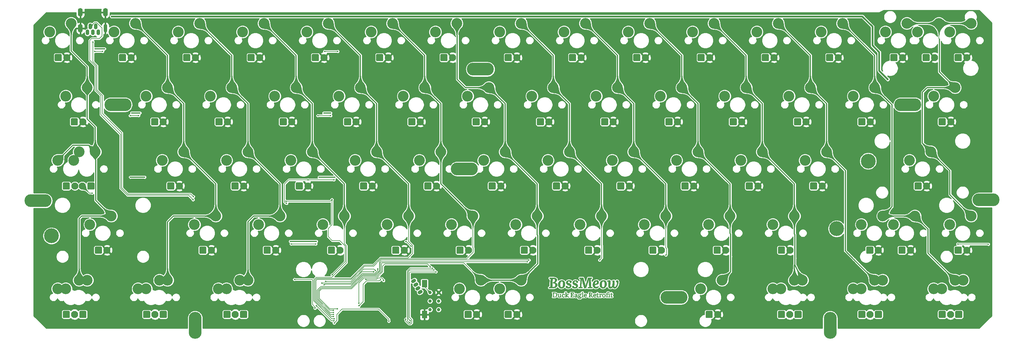
<source format=gbr>
G04 #@! TF.GenerationSoftware,KiCad,Pcbnew,(5.1.4)-1*
G04 #@! TF.CreationDate,2019-09-11T09:05:26+07:00*
G04 #@! TF.ProjectId,PCB,5043422e-6b69-4636-9164-5f7063625858,b*
G04 #@! TF.SameCoordinates,Original*
G04 #@! TF.FileFunction,Copper,L1,Top*
G04 #@! TF.FilePolarity,Positive*
%FSLAX46Y46*%
G04 Gerber Fmt 4.6, Leading zero omitted, Abs format (unit mm)*
G04 Created by KiCad (PCBNEW (5.1.4)-1) date 2019-09-11 09:05:26*
%MOMM*%
%LPD*%
G04 APERTURE LIST*
%ADD10C,0.010000*%
%ADD11C,0.700000*%
%ADD12C,4.400000*%
%ADD13C,1.000000*%
%ADD14C,1.000000*%
%ADD15O,8.000000X3.800000*%
%ADD16C,0.400000*%
%ADD17O,3.800000X8.000000*%
%ADD18R,1.600000X2.180000*%
%ADD19C,0.100000*%
%ADD20C,2.100000*%
%ADD21O,1.100000X1.700000*%
%ADD22O,1.100000X1.300000*%
%ADD23O,1.100000X2.500000*%
%ADD24O,1.400000X2.500000*%
%ADD25C,3.200000*%
%ADD26C,0.600000*%
%ADD27C,0.500000*%
%ADD28C,0.200000*%
%ADD29C,0.300000*%
%ADD30C,0.180000*%
%ADD31C,0.254000*%
%ADD32C,0.025400*%
G04 APERTURE END LIST*
D10*
G36*
X162666680Y-75189080D02*
G01*
X162971480Y-75189080D01*
X162971480Y-75307614D01*
X162666680Y-75307614D01*
X162666680Y-75635530D01*
X162666900Y-75749518D01*
X162667880Y-75834726D01*
X162670100Y-75896237D01*
X162674037Y-75939136D01*
X162680172Y-75968508D01*
X162688982Y-75989436D01*
X162700948Y-76007006D01*
X162701775Y-76008063D01*
X162749414Y-76042523D01*
X162815865Y-76053493D01*
X162895072Y-76040471D01*
X162931987Y-76027185D01*
X162972878Y-76012077D01*
X162995884Y-76012336D01*
X163013616Y-76028597D01*
X163015808Y-76031418D01*
X163027044Y-76053022D01*
X163019419Y-76073952D01*
X162988886Y-76103950D01*
X162983878Y-76108288D01*
X162934353Y-76140808D01*
X162869005Y-76171008D01*
X162801417Y-76193677D01*
X162745177Y-76203603D01*
X162735573Y-76203553D01*
X162701749Y-76198202D01*
X162654738Y-76187192D01*
X162649746Y-76185849D01*
X162600777Y-76167188D01*
X162561847Y-76138504D01*
X162531909Y-76096254D01*
X162509920Y-76036895D01*
X162494835Y-75956883D01*
X162485609Y-75852674D01*
X162481197Y-75720727D01*
X162480413Y-75611580D01*
X162480413Y-75307614D01*
X162404213Y-75307614D01*
X162357342Y-75306103D01*
X162335142Y-75297597D01*
X162328430Y-75276139D01*
X162328013Y-75258159D01*
X162334073Y-75221026D01*
X162359166Y-75202781D01*
X162378355Y-75197647D01*
X162423591Y-75177009D01*
X162466512Y-75141494D01*
X162469979Y-75137530D01*
X162499103Y-75087941D01*
X162524697Y-75018528D01*
X162542446Y-74943321D01*
X162548146Y-74883447D01*
X162555112Y-74860602D01*
X162581876Y-74851419D01*
X162607413Y-74850414D01*
X162666680Y-74850414D01*
X162666680Y-75189080D01*
X162666680Y-75189080D01*
G37*
X162666680Y-75189080D02*
X162971480Y-75189080D01*
X162971480Y-75307614D01*
X162666680Y-75307614D01*
X162666680Y-75635530D01*
X162666900Y-75749518D01*
X162667880Y-75834726D01*
X162670100Y-75896237D01*
X162674037Y-75939136D01*
X162680172Y-75968508D01*
X162688982Y-75989436D01*
X162700948Y-76007006D01*
X162701775Y-76008063D01*
X162749414Y-76042523D01*
X162815865Y-76053493D01*
X162895072Y-76040471D01*
X162931987Y-76027185D01*
X162972878Y-76012077D01*
X162995884Y-76012336D01*
X163013616Y-76028597D01*
X163015808Y-76031418D01*
X163027044Y-76053022D01*
X163019419Y-76073952D01*
X162988886Y-76103950D01*
X162983878Y-76108288D01*
X162934353Y-76140808D01*
X162869005Y-76171008D01*
X162801417Y-76193677D01*
X162745177Y-76203603D01*
X162735573Y-76203553D01*
X162701749Y-76198202D01*
X162654738Y-76187192D01*
X162649746Y-76185849D01*
X162600777Y-76167188D01*
X162561847Y-76138504D01*
X162531909Y-76096254D01*
X162509920Y-76036895D01*
X162494835Y-75956883D01*
X162485609Y-75852674D01*
X162481197Y-75720727D01*
X162480413Y-75611580D01*
X162480413Y-75307614D01*
X162404213Y-75307614D01*
X162357342Y-75306103D01*
X162335142Y-75297597D01*
X162328430Y-75276139D01*
X162328013Y-75258159D01*
X162334073Y-75221026D01*
X162359166Y-75202781D01*
X162378355Y-75197647D01*
X162423591Y-75177009D01*
X162466512Y-75141494D01*
X162469979Y-75137530D01*
X162499103Y-75087941D01*
X162524697Y-75018528D01*
X162542446Y-74943321D01*
X162548146Y-74883447D01*
X162555112Y-74860602D01*
X162581876Y-74851419D01*
X162607413Y-74850414D01*
X162666680Y-74850414D01*
X162666680Y-75189080D01*
G36*
X161818990Y-74663737D02*
G01*
X161886127Y-74692849D01*
X161947098Y-74737162D01*
X161951283Y-74741231D01*
X161987606Y-74782931D01*
X162002626Y-74819585D01*
X162003106Y-74860798D01*
X161986244Y-74916783D01*
X161951607Y-74957060D01*
X161907108Y-74978980D01*
X161860663Y-74979893D01*
X161820186Y-74957150D01*
X161800855Y-74928494D01*
X161792166Y-74889263D01*
X161805671Y-74845102D01*
X161809689Y-74837072D01*
X161836529Y-74785169D01*
X161775140Y-74764909D01*
X161708614Y-74753460D01*
X161631093Y-74755183D01*
X161557423Y-74768657D01*
X161504957Y-74790762D01*
X161458076Y-74835884D01*
X161427419Y-74901428D01*
X161411329Y-74991840D01*
X161408153Y-75050912D01*
X161405146Y-75180614D01*
X161730823Y-75185211D01*
X162056500Y-75189809D01*
X162061023Y-75617011D01*
X162065546Y-76044214D01*
X162141746Y-76062478D01*
X162190095Y-76077136D01*
X162214115Y-76095457D01*
X162223151Y-76124717D01*
X162223304Y-76125978D01*
X162228662Y-76171214D01*
X161718413Y-76171214D01*
X161718413Y-76129203D01*
X161727222Y-76095345D01*
X161759523Y-76078627D01*
X161764979Y-76077394D01*
X161797105Y-76070443D01*
X161821281Y-76061970D01*
X161838707Y-76047512D01*
X161850581Y-76022602D01*
X161858101Y-75982776D01*
X161862465Y-75923568D01*
X161864871Y-75840513D01*
X161866518Y-75729145D01*
X161866937Y-75697416D01*
X161867920Y-75563334D01*
X161866790Y-75461265D01*
X161863475Y-75389412D01*
X161857902Y-75345984D01*
X161852163Y-75330946D01*
X161834371Y-75320599D01*
X161798120Y-75313580D01*
X161738818Y-75309439D01*
X161651870Y-75307724D01*
X161614739Y-75307613D01*
X161396679Y-75307614D01*
X161396679Y-75651510D01*
X161397033Y-75777221D01*
X161398793Y-75873330D01*
X161403009Y-75944103D01*
X161410732Y-75993801D01*
X161423012Y-76026690D01*
X161440899Y-76047033D01*
X161465442Y-76059094D01*
X161497692Y-76067136D01*
X161499107Y-76067425D01*
X161540782Y-76081223D01*
X161559163Y-76105920D01*
X161562904Y-76125249D01*
X161568262Y-76171214D01*
X161058013Y-76171214D01*
X161058013Y-76122643D01*
X161061466Y-76091294D01*
X161078103Y-76075063D01*
X161117337Y-76066171D01*
X161128187Y-76064660D01*
X161175499Y-76053715D01*
X161207817Y-76037904D01*
X161212594Y-76032797D01*
X161216886Y-76009717D01*
X161220685Y-75958181D01*
X161223780Y-75883598D01*
X161225962Y-75791377D01*
X161227022Y-75686928D01*
X161227087Y-75658980D01*
X161227346Y-75307614D01*
X161151146Y-75307614D01*
X161104269Y-75306085D01*
X161082064Y-75297577D01*
X161075356Y-75276203D01*
X161074946Y-75258736D01*
X161078070Y-75228137D01*
X161093471Y-75211533D01*
X161130194Y-75201768D01*
X161151146Y-75198432D01*
X161227346Y-75187005D01*
X161227346Y-75106449D01*
X161240773Y-74984825D01*
X161279108Y-74875816D01*
X161339436Y-74784593D01*
X161418839Y-74716324D01*
X161459735Y-74694594D01*
X161545429Y-74667821D01*
X161645538Y-74653290D01*
X161744700Y-74652321D01*
X161818990Y-74663737D01*
X161818990Y-74663737D01*
G37*
X161818990Y-74663737D02*
X161886127Y-74692849D01*
X161947098Y-74737162D01*
X161951283Y-74741231D01*
X161987606Y-74782931D01*
X162002626Y-74819585D01*
X162003106Y-74860798D01*
X161986244Y-74916783D01*
X161951607Y-74957060D01*
X161907108Y-74978980D01*
X161860663Y-74979893D01*
X161820186Y-74957150D01*
X161800855Y-74928494D01*
X161792166Y-74889263D01*
X161805671Y-74845102D01*
X161809689Y-74837072D01*
X161836529Y-74785169D01*
X161775140Y-74764909D01*
X161708614Y-74753460D01*
X161631093Y-74755183D01*
X161557423Y-74768657D01*
X161504957Y-74790762D01*
X161458076Y-74835884D01*
X161427419Y-74901428D01*
X161411329Y-74991840D01*
X161408153Y-75050912D01*
X161405146Y-75180614D01*
X161730823Y-75185211D01*
X162056500Y-75189809D01*
X162061023Y-75617011D01*
X162065546Y-76044214D01*
X162141746Y-76062478D01*
X162190095Y-76077136D01*
X162214115Y-76095457D01*
X162223151Y-76124717D01*
X162223304Y-76125978D01*
X162228662Y-76171214D01*
X161718413Y-76171214D01*
X161718413Y-76129203D01*
X161727222Y-76095345D01*
X161759523Y-76078627D01*
X161764979Y-76077394D01*
X161797105Y-76070443D01*
X161821281Y-76061970D01*
X161838707Y-76047512D01*
X161850581Y-76022602D01*
X161858101Y-75982776D01*
X161862465Y-75923568D01*
X161864871Y-75840513D01*
X161866518Y-75729145D01*
X161866937Y-75697416D01*
X161867920Y-75563334D01*
X161866790Y-75461265D01*
X161863475Y-75389412D01*
X161857902Y-75345984D01*
X161852163Y-75330946D01*
X161834371Y-75320599D01*
X161798120Y-75313580D01*
X161738818Y-75309439D01*
X161651870Y-75307724D01*
X161614739Y-75307613D01*
X161396679Y-75307614D01*
X161396679Y-75651510D01*
X161397033Y-75777221D01*
X161398793Y-75873330D01*
X161403009Y-75944103D01*
X161410732Y-75993801D01*
X161423012Y-76026690D01*
X161440899Y-76047033D01*
X161465442Y-76059094D01*
X161497692Y-76067136D01*
X161499107Y-76067425D01*
X161540782Y-76081223D01*
X161559163Y-76105920D01*
X161562904Y-76125249D01*
X161568262Y-76171214D01*
X161058013Y-76171214D01*
X161058013Y-76122643D01*
X161061466Y-76091294D01*
X161078103Y-76075063D01*
X161117337Y-76066171D01*
X161128187Y-76064660D01*
X161175499Y-76053715D01*
X161207817Y-76037904D01*
X161212594Y-76032797D01*
X161216886Y-76009717D01*
X161220685Y-75958181D01*
X161223780Y-75883598D01*
X161225962Y-75791377D01*
X161227022Y-75686928D01*
X161227087Y-75658980D01*
X161227346Y-75307614D01*
X161151146Y-75307614D01*
X161104269Y-75306085D01*
X161082064Y-75297577D01*
X161075356Y-75276203D01*
X161074946Y-75258736D01*
X161078070Y-75228137D01*
X161093471Y-75211533D01*
X161130194Y-75201768D01*
X161151146Y-75198432D01*
X161227346Y-75187005D01*
X161227346Y-75106449D01*
X161240773Y-74984825D01*
X161279108Y-74875816D01*
X161339436Y-74784593D01*
X161418839Y-74716324D01*
X161459735Y-74694594D01*
X161545429Y-74667821D01*
X161645538Y-74653290D01*
X161744700Y-74652321D01*
X161818990Y-74663737D01*
G36*
X160476945Y-75163039D02*
G01*
X160559650Y-75180039D01*
X160663616Y-75227017D01*
X160751378Y-75300540D01*
X160817392Y-75395011D01*
X160847823Y-75471054D01*
X160866664Y-75575041D01*
X160869199Y-75690658D01*
X160856236Y-75804735D01*
X160828583Y-75904103D01*
X160820038Y-75923901D01*
X160752829Y-76029372D01*
X160663912Y-76111329D01*
X160557989Y-76167459D01*
X160439762Y-76195451D01*
X160313931Y-76192992D01*
X160283604Y-76187713D01*
X160164452Y-76148327D01*
X160067859Y-76084129D01*
X159994739Y-75996353D01*
X159946006Y-75886234D01*
X159922574Y-75755007D01*
X159920491Y-75697356D01*
X159922196Y-75646751D01*
X160118213Y-75646751D01*
X160119125Y-75730855D01*
X160122918Y-75790696D01*
X160131172Y-75835853D01*
X160145469Y-75875906D01*
X160161550Y-75909218D01*
X160215038Y-75990255D01*
X160279187Y-76041341D01*
X160359601Y-76066013D01*
X160415751Y-76069614D01*
X160479518Y-76066421D01*
X160523576Y-76054222D01*
X160561700Y-76029082D01*
X160563783Y-76027343D01*
X160618757Y-75962426D01*
X160654396Y-75875108D01*
X160671670Y-75762550D01*
X160673694Y-75705547D01*
X160667601Y-75584451D01*
X160646048Y-75486860D01*
X160607082Y-75405221D01*
X160589375Y-75379562D01*
X160523360Y-75316040D01*
X160445838Y-75280755D01*
X160363313Y-75273264D01*
X160282289Y-75293124D01*
X160209273Y-75339892D01*
X160152995Y-75409271D01*
X160136659Y-75442548D01*
X160126265Y-75480844D01*
X160120586Y-75532550D01*
X160118391Y-75606055D01*
X160118213Y-75646751D01*
X159922196Y-75646751D01*
X159923940Y-75595014D01*
X159935697Y-75514749D01*
X159957877Y-75445341D01*
X159974988Y-75408318D01*
X160041124Y-75313403D01*
X160129990Y-75239230D01*
X160235984Y-75187987D01*
X160353503Y-75161861D01*
X160476945Y-75163039D01*
X160476945Y-75163039D01*
G37*
X160476945Y-75163039D02*
X160559650Y-75180039D01*
X160663616Y-75227017D01*
X160751378Y-75300540D01*
X160817392Y-75395011D01*
X160847823Y-75471054D01*
X160866664Y-75575041D01*
X160869199Y-75690658D01*
X160856236Y-75804735D01*
X160828583Y-75904103D01*
X160820038Y-75923901D01*
X160752829Y-76029372D01*
X160663912Y-76111329D01*
X160557989Y-76167459D01*
X160439762Y-76195451D01*
X160313931Y-76192992D01*
X160283604Y-76187713D01*
X160164452Y-76148327D01*
X160067859Y-76084129D01*
X159994739Y-75996353D01*
X159946006Y-75886234D01*
X159922574Y-75755007D01*
X159920491Y-75697356D01*
X159922196Y-75646751D01*
X160118213Y-75646751D01*
X160119125Y-75730855D01*
X160122918Y-75790696D01*
X160131172Y-75835853D01*
X160145469Y-75875906D01*
X160161550Y-75909218D01*
X160215038Y-75990255D01*
X160279187Y-76041341D01*
X160359601Y-76066013D01*
X160415751Y-76069614D01*
X160479518Y-76066421D01*
X160523576Y-76054222D01*
X160561700Y-76029082D01*
X160563783Y-76027343D01*
X160618757Y-75962426D01*
X160654396Y-75875108D01*
X160671670Y-75762550D01*
X160673694Y-75705547D01*
X160667601Y-75584451D01*
X160646048Y-75486860D01*
X160607082Y-75405221D01*
X160589375Y-75379562D01*
X160523360Y-75316040D01*
X160445838Y-75280755D01*
X160363313Y-75273264D01*
X160282289Y-75293124D01*
X160209273Y-75339892D01*
X160152995Y-75409271D01*
X160136659Y-75442548D01*
X160126265Y-75480844D01*
X160120586Y-75532550D01*
X160118391Y-75606055D01*
X160118213Y-75646751D01*
X159922196Y-75646751D01*
X159923940Y-75595014D01*
X159935697Y-75514749D01*
X159957877Y-75445341D01*
X159974988Y-75408318D01*
X160041124Y-75313403D01*
X160129990Y-75239230D01*
X160235984Y-75187987D01*
X160353503Y-75161861D01*
X160476945Y-75163039D01*
G36*
X159705048Y-75170656D02*
G01*
X159770684Y-75204129D01*
X159810191Y-75258308D01*
X159824808Y-75334946D01*
X159824917Y-75340026D01*
X159815363Y-75416570D01*
X159784495Y-75467269D01*
X159732699Y-75491625D01*
X159705580Y-75493880D01*
X159640807Y-75483745D01*
X159602915Y-75453207D01*
X159591803Y-75402072D01*
X159607364Y-75330143D01*
X159611952Y-75317653D01*
X159611984Y-75298458D01*
X159587498Y-75291177D01*
X159570280Y-75290680D01*
X159509609Y-75306404D01*
X159451672Y-75349216D01*
X159403215Y-75412576D01*
X159373329Y-75481614D01*
X159362323Y-75535759D01*
X159354231Y-75609265D01*
X159349115Y-75694419D01*
X159347038Y-75783509D01*
X159348063Y-75868821D01*
X159352252Y-75942643D01*
X159359669Y-75997262D01*
X159368913Y-76023314D01*
X159397287Y-76042200D01*
X159445663Y-76058864D01*
X159474746Y-76064955D01*
X159525620Y-76075221D01*
X159551881Y-76088588D01*
X159562654Y-76111136D01*
X159564771Y-76124951D01*
X159570129Y-76171214D01*
X159023763Y-76171214D01*
X159029121Y-76125249D01*
X159041318Y-76089662D01*
X159073786Y-76071719D01*
X159086758Y-76068685D01*
X159116994Y-76062210D01*
X159139725Y-76053754D01*
X159156019Y-76038879D01*
X159166948Y-76013145D01*
X159173582Y-75972114D01*
X159176991Y-75911347D01*
X159178245Y-75826406D01*
X159178415Y-75712851D01*
X159178413Y-75688574D01*
X159178291Y-75572158D01*
X159177610Y-75484938D01*
X159175897Y-75422245D01*
X159172678Y-75379407D01*
X159167481Y-75351755D01*
X159159833Y-75334619D01*
X159149260Y-75323329D01*
X159140778Y-75317040D01*
X159094827Y-75296475D01*
X159059044Y-75290680D01*
X159028235Y-75286422D01*
X159019711Y-75266627D01*
X159022071Y-75242126D01*
X159028398Y-75215016D01*
X159042966Y-75199172D01*
X159074248Y-75190014D01*
X159130714Y-75182961D01*
X159131689Y-75182859D01*
X159210945Y-75174815D01*
X159262824Y-75172339D01*
X159293692Y-75178106D01*
X159309915Y-75194792D01*
X159317858Y-75225071D01*
X159322816Y-75263177D01*
X159334190Y-75354208D01*
X159421401Y-75264548D01*
X159495792Y-75199618D01*
X159566411Y-75164735D01*
X159639871Y-75157711D01*
X159705048Y-75170656D01*
X159705048Y-75170656D01*
G37*
X159705048Y-75170656D02*
X159770684Y-75204129D01*
X159810191Y-75258308D01*
X159824808Y-75334946D01*
X159824917Y-75340026D01*
X159815363Y-75416570D01*
X159784495Y-75467269D01*
X159732699Y-75491625D01*
X159705580Y-75493880D01*
X159640807Y-75483745D01*
X159602915Y-75453207D01*
X159591803Y-75402072D01*
X159607364Y-75330143D01*
X159611952Y-75317653D01*
X159611984Y-75298458D01*
X159587498Y-75291177D01*
X159570280Y-75290680D01*
X159509609Y-75306404D01*
X159451672Y-75349216D01*
X159403215Y-75412576D01*
X159373329Y-75481614D01*
X159362323Y-75535759D01*
X159354231Y-75609265D01*
X159349115Y-75694419D01*
X159347038Y-75783509D01*
X159348063Y-75868821D01*
X159352252Y-75942643D01*
X159359669Y-75997262D01*
X159368913Y-76023314D01*
X159397287Y-76042200D01*
X159445663Y-76058864D01*
X159474746Y-76064955D01*
X159525620Y-76075221D01*
X159551881Y-76088588D01*
X159562654Y-76111136D01*
X159564771Y-76124951D01*
X159570129Y-76171214D01*
X159023763Y-76171214D01*
X159029121Y-76125249D01*
X159041318Y-76089662D01*
X159073786Y-76071719D01*
X159086758Y-76068685D01*
X159116994Y-76062210D01*
X159139725Y-76053754D01*
X159156019Y-76038879D01*
X159166948Y-76013145D01*
X159173582Y-75972114D01*
X159176991Y-75911347D01*
X159178245Y-75826406D01*
X159178415Y-75712851D01*
X159178413Y-75688574D01*
X159178291Y-75572158D01*
X159177610Y-75484938D01*
X159175897Y-75422245D01*
X159172678Y-75379407D01*
X159167481Y-75351755D01*
X159159833Y-75334619D01*
X159149260Y-75323329D01*
X159140778Y-75317040D01*
X159094827Y-75296475D01*
X159059044Y-75290680D01*
X159028235Y-75286422D01*
X159019711Y-75266627D01*
X159022071Y-75242126D01*
X159028398Y-75215016D01*
X159042966Y-75199172D01*
X159074248Y-75190014D01*
X159130714Y-75182961D01*
X159131689Y-75182859D01*
X159210945Y-75174815D01*
X159262824Y-75172339D01*
X159293692Y-75178106D01*
X159309915Y-75194792D01*
X159317858Y-75225071D01*
X159322816Y-75263177D01*
X159334190Y-75354208D01*
X159421401Y-75264548D01*
X159495792Y-75199618D01*
X159566411Y-75164735D01*
X159639871Y-75157711D01*
X159705048Y-75170656D01*
G36*
X158534946Y-75189080D02*
G01*
X158839746Y-75189080D01*
X158839746Y-75307614D01*
X158534946Y-75307614D01*
X158534946Y-75635530D01*
X158535167Y-75749518D01*
X158536147Y-75834726D01*
X158538366Y-75896237D01*
X158542304Y-75939136D01*
X158548438Y-75968508D01*
X158557249Y-75989436D01*
X158569214Y-76007006D01*
X158570042Y-76008063D01*
X158617680Y-76042523D01*
X158684132Y-76053493D01*
X158763338Y-76040471D01*
X158800253Y-76027185D01*
X158841144Y-76012077D01*
X158864150Y-76012336D01*
X158881883Y-76028597D01*
X158884075Y-76031418D01*
X158895311Y-76053022D01*
X158887686Y-76073952D01*
X158857153Y-76103950D01*
X158852145Y-76108288D01*
X158802620Y-76140808D01*
X158737271Y-76171008D01*
X158669684Y-76193677D01*
X158613444Y-76203603D01*
X158603839Y-76203553D01*
X158570016Y-76198202D01*
X158523005Y-76187192D01*
X158518013Y-76185849D01*
X158469044Y-76167188D01*
X158430113Y-76138504D01*
X158400176Y-76096254D01*
X158378187Y-76036895D01*
X158363102Y-75956883D01*
X158353876Y-75852674D01*
X158349463Y-75720727D01*
X158348679Y-75611580D01*
X158348679Y-75307614D01*
X158272479Y-75307614D01*
X158225609Y-75306103D01*
X158203408Y-75297597D01*
X158196696Y-75276139D01*
X158196279Y-75258159D01*
X158202340Y-75221026D01*
X158227433Y-75202781D01*
X158246622Y-75197647D01*
X158291857Y-75177009D01*
X158334779Y-75141494D01*
X158338246Y-75137530D01*
X158367370Y-75087941D01*
X158392964Y-75018528D01*
X158410713Y-74943321D01*
X158416413Y-74883447D01*
X158423379Y-74860602D01*
X158450142Y-74851419D01*
X158475679Y-74850414D01*
X158534946Y-74850414D01*
X158534946Y-75189080D01*
X158534946Y-75189080D01*
G37*
X158534946Y-75189080D02*
X158839746Y-75189080D01*
X158839746Y-75307614D01*
X158534946Y-75307614D01*
X158534946Y-75635530D01*
X158535167Y-75749518D01*
X158536147Y-75834726D01*
X158538366Y-75896237D01*
X158542304Y-75939136D01*
X158548438Y-75968508D01*
X158557249Y-75989436D01*
X158569214Y-76007006D01*
X158570042Y-76008063D01*
X158617680Y-76042523D01*
X158684132Y-76053493D01*
X158763338Y-76040471D01*
X158800253Y-76027185D01*
X158841144Y-76012077D01*
X158864150Y-76012336D01*
X158881883Y-76028597D01*
X158884075Y-76031418D01*
X158895311Y-76053022D01*
X158887686Y-76073952D01*
X158857153Y-76103950D01*
X158852145Y-76108288D01*
X158802620Y-76140808D01*
X158737271Y-76171008D01*
X158669684Y-76193677D01*
X158613444Y-76203603D01*
X158603839Y-76203553D01*
X158570016Y-76198202D01*
X158523005Y-76187192D01*
X158518013Y-76185849D01*
X158469044Y-76167188D01*
X158430113Y-76138504D01*
X158400176Y-76096254D01*
X158378187Y-76036895D01*
X158363102Y-75956883D01*
X158353876Y-75852674D01*
X158349463Y-75720727D01*
X158348679Y-75611580D01*
X158348679Y-75307614D01*
X158272479Y-75307614D01*
X158225609Y-75306103D01*
X158203408Y-75297597D01*
X158196696Y-75276139D01*
X158196279Y-75258159D01*
X158202340Y-75221026D01*
X158227433Y-75202781D01*
X158246622Y-75197647D01*
X158291857Y-75177009D01*
X158334779Y-75141494D01*
X158338246Y-75137530D01*
X158367370Y-75087941D01*
X158392964Y-75018528D01*
X158410713Y-74943321D01*
X158416413Y-74883447D01*
X158423379Y-74860602D01*
X158450142Y-74851419D01*
X158475679Y-74850414D01*
X158534946Y-74850414D01*
X158534946Y-75189080D01*
G36*
X157795050Y-75165163D02*
G01*
X157819735Y-75170995D01*
X157898371Y-75206092D01*
X157972600Y-75262975D01*
X158029192Y-75331005D01*
X158038077Y-75346631D01*
X158054634Y-75400036D01*
X158063552Y-75473757D01*
X158064164Y-75554967D01*
X158055799Y-75630839D01*
X158053489Y-75642047D01*
X158041189Y-75697080D01*
X157429951Y-75697080D01*
X157441031Y-75766367D01*
X157472098Y-75873936D01*
X157524832Y-75957552D01*
X157595655Y-76015841D01*
X157680992Y-76047428D01*
X157777264Y-76050938D01*
X157880897Y-76024997D01*
X157980197Y-75973593D01*
X158013627Y-75954366D01*
X158034390Y-75954649D01*
X158055636Y-75972513D01*
X158071240Y-75991673D01*
X158070489Y-76009867D01*
X158050345Y-76036476D01*
X158026919Y-76061175D01*
X157934634Y-76132900D01*
X157825048Y-76178859D01*
X157704931Y-76197107D01*
X157588129Y-76187187D01*
X157483051Y-76149196D01*
X157391312Y-76082821D01*
X157317719Y-75992452D01*
X157272688Y-75899117D01*
X157256612Y-75829794D01*
X157247809Y-75740493D01*
X157246571Y-75644376D01*
X157251421Y-75578547D01*
X157430510Y-75578547D01*
X157891480Y-75578547D01*
X157891480Y-75501803D01*
X157879652Y-75406537D01*
X157845822Y-75332846D01*
X157792466Y-75283390D01*
X157722064Y-75260827D01*
X157667945Y-75261895D01*
X157612778Y-75274983D01*
X157565027Y-75295284D01*
X157560852Y-75297870D01*
X157517879Y-75340977D01*
X157478839Y-75406549D01*
X157449895Y-75483256D01*
X157442275Y-75515834D01*
X157430510Y-75578547D01*
X157251421Y-75578547D01*
X157253186Y-75554605D01*
X157263863Y-75497901D01*
X157308853Y-75391244D01*
X157378869Y-75300591D01*
X157468204Y-75229300D01*
X157571151Y-75180728D01*
X157682002Y-75158230D01*
X157795050Y-75165163D01*
X157795050Y-75165163D01*
G37*
X157795050Y-75165163D02*
X157819735Y-75170995D01*
X157898371Y-75206092D01*
X157972600Y-75262975D01*
X158029192Y-75331005D01*
X158038077Y-75346631D01*
X158054634Y-75400036D01*
X158063552Y-75473757D01*
X158064164Y-75554967D01*
X158055799Y-75630839D01*
X158053489Y-75642047D01*
X158041189Y-75697080D01*
X157429951Y-75697080D01*
X157441031Y-75766367D01*
X157472098Y-75873936D01*
X157524832Y-75957552D01*
X157595655Y-76015841D01*
X157680992Y-76047428D01*
X157777264Y-76050938D01*
X157880897Y-76024997D01*
X157980197Y-75973593D01*
X158013627Y-75954366D01*
X158034390Y-75954649D01*
X158055636Y-75972513D01*
X158071240Y-75991673D01*
X158070489Y-76009867D01*
X158050345Y-76036476D01*
X158026919Y-76061175D01*
X157934634Y-76132900D01*
X157825048Y-76178859D01*
X157704931Y-76197107D01*
X157588129Y-76187187D01*
X157483051Y-76149196D01*
X157391312Y-76082821D01*
X157317719Y-75992452D01*
X157272688Y-75899117D01*
X157256612Y-75829794D01*
X157247809Y-75740493D01*
X157246571Y-75644376D01*
X157251421Y-75578547D01*
X157430510Y-75578547D01*
X157891480Y-75578547D01*
X157891480Y-75501803D01*
X157879652Y-75406537D01*
X157845822Y-75332846D01*
X157792466Y-75283390D01*
X157722064Y-75260827D01*
X157667945Y-75261895D01*
X157612778Y-75274983D01*
X157565027Y-75295284D01*
X157560852Y-75297870D01*
X157517879Y-75340977D01*
X157478839Y-75406549D01*
X157449895Y-75483256D01*
X157442275Y-75515834D01*
X157430510Y-75578547D01*
X157251421Y-75578547D01*
X157253186Y-75554605D01*
X157263863Y-75497901D01*
X157308853Y-75391244D01*
X157378869Y-75300591D01*
X157468204Y-75229300D01*
X157571151Y-75180728D01*
X157682002Y-75158230D01*
X157795050Y-75165163D01*
G36*
X156374110Y-74807944D02*
G01*
X156495121Y-74817889D01*
X156600908Y-74831962D01*
X156684705Y-74849491D01*
X156728766Y-74864373D01*
X156812513Y-74916964D01*
X156876174Y-74988638D01*
X156913753Y-75072057D01*
X156918844Y-75096918D01*
X156918760Y-75201522D01*
X156886945Y-75296959D01*
X156824832Y-75380930D01*
X156733853Y-75451136D01*
X156680746Y-75479087D01*
X156634347Y-75502473D01*
X156608082Y-75519580D01*
X156607244Y-75526915D01*
X156608190Y-75526970D01*
X156657991Y-75544988D01*
X156710885Y-75596047D01*
X156766377Y-75679509D01*
X156823971Y-75794739D01*
X156833355Y-75816097D01*
X156878974Y-75915876D01*
X156918455Y-75987002D01*
X156955342Y-76033277D01*
X156993175Y-76058502D01*
X157035498Y-76066478D01*
X157064845Y-76064523D01*
X157111881Y-76063183D01*
X157134586Y-76076625D01*
X157136811Y-76081229D01*
X157144999Y-76112633D01*
X157134415Y-76133910D01*
X157099846Y-76156910D01*
X157016822Y-76187692D01*
X156924010Y-76194673D01*
X156875480Y-76187736D01*
X156828339Y-76168863D01*
X156784112Y-76132862D01*
X156740168Y-76076123D01*
X156693877Y-75995036D01*
X156642609Y-75885992D01*
X156623728Y-75842264D01*
X156580468Y-75741624D01*
X156546376Y-75667911D01*
X156517773Y-75616717D01*
X156490986Y-75583633D01*
X156462337Y-75564250D01*
X156428150Y-75554158D01*
X156384750Y-75548949D01*
X156378759Y-75548443D01*
X156282813Y-75540486D01*
X156282813Y-75787521D01*
X156283282Y-75891102D01*
X156286211Y-75965606D01*
X156293880Y-76015823D01*
X156308571Y-76046543D01*
X156332565Y-76062555D01*
X156368143Y-76068648D01*
X156417166Y-76069614D01*
X156461058Y-76071536D01*
X156480749Y-76082044D01*
X156485875Y-76108245D01*
X156486013Y-76120414D01*
X156486013Y-76171214D01*
X155908030Y-76171214D01*
X155913388Y-76124847D01*
X155923152Y-76091890D01*
X155949394Y-76075130D01*
X155978588Y-76068841D01*
X156024659Y-76058910D01*
X156057107Y-76047563D01*
X156059021Y-76046474D01*
X156065072Y-76033877D01*
X156069930Y-76002635D01*
X156073689Y-75950192D01*
X156076443Y-75873994D01*
X156078286Y-75771485D01*
X156079311Y-75640108D01*
X156079613Y-75485555D01*
X156079791Y-75333905D01*
X156079859Y-75212610D01*
X156079113Y-75118164D01*
X156076854Y-75047061D01*
X156072380Y-74995795D01*
X156064989Y-74960860D01*
X156053979Y-74938749D01*
X156038649Y-74925957D01*
X156018298Y-74918977D01*
X156013668Y-74918147D01*
X156282813Y-74918147D01*
X156282813Y-75179372D01*
X156283156Y-75279486D01*
X156284555Y-75350787D01*
X156287566Y-75398325D01*
X156292743Y-75427150D01*
X156300640Y-75442311D01*
X156311814Y-75448859D01*
X156312446Y-75449044D01*
X156356596Y-75453250D01*
X156419443Y-75449812D01*
X156487139Y-75440457D01*
X156545837Y-75426914D01*
X156572878Y-75416543D01*
X156640176Y-75365193D01*
X156687678Y-75295656D01*
X156713977Y-75215668D01*
X156717663Y-75132968D01*
X156697328Y-75055295D01*
X156651563Y-74990386D01*
X156650621Y-74989498D01*
X156598428Y-74951900D01*
X156534226Y-74929261D01*
X156449677Y-74919203D01*
X156400244Y-74918147D01*
X156282813Y-74918147D01*
X156013668Y-74918147D01*
X155992225Y-74914304D01*
X155964339Y-74909385D01*
X155926231Y-74897799D01*
X155912900Y-74877931D01*
X155913539Y-74853087D01*
X155918746Y-74808080D01*
X156113480Y-74803135D01*
X156244641Y-74802802D01*
X156374110Y-74807944D01*
X156374110Y-74807944D01*
G37*
X156374110Y-74807944D02*
X156495121Y-74817889D01*
X156600908Y-74831962D01*
X156684705Y-74849491D01*
X156728766Y-74864373D01*
X156812513Y-74916964D01*
X156876174Y-74988638D01*
X156913753Y-75072057D01*
X156918844Y-75096918D01*
X156918760Y-75201522D01*
X156886945Y-75296959D01*
X156824832Y-75380930D01*
X156733853Y-75451136D01*
X156680746Y-75479087D01*
X156634347Y-75502473D01*
X156608082Y-75519580D01*
X156607244Y-75526915D01*
X156608190Y-75526970D01*
X156657991Y-75544988D01*
X156710885Y-75596047D01*
X156766377Y-75679509D01*
X156823971Y-75794739D01*
X156833355Y-75816097D01*
X156878974Y-75915876D01*
X156918455Y-75987002D01*
X156955342Y-76033277D01*
X156993175Y-76058502D01*
X157035498Y-76066478D01*
X157064845Y-76064523D01*
X157111881Y-76063183D01*
X157134586Y-76076625D01*
X157136811Y-76081229D01*
X157144999Y-76112633D01*
X157134415Y-76133910D01*
X157099846Y-76156910D01*
X157016822Y-76187692D01*
X156924010Y-76194673D01*
X156875480Y-76187736D01*
X156828339Y-76168863D01*
X156784112Y-76132862D01*
X156740168Y-76076123D01*
X156693877Y-75995036D01*
X156642609Y-75885992D01*
X156623728Y-75842264D01*
X156580468Y-75741624D01*
X156546376Y-75667911D01*
X156517773Y-75616717D01*
X156490986Y-75583633D01*
X156462337Y-75564250D01*
X156428150Y-75554158D01*
X156384750Y-75548949D01*
X156378759Y-75548443D01*
X156282813Y-75540486D01*
X156282813Y-75787521D01*
X156283282Y-75891102D01*
X156286211Y-75965606D01*
X156293880Y-76015823D01*
X156308571Y-76046543D01*
X156332565Y-76062555D01*
X156368143Y-76068648D01*
X156417166Y-76069614D01*
X156461058Y-76071536D01*
X156480749Y-76082044D01*
X156485875Y-76108245D01*
X156486013Y-76120414D01*
X156486013Y-76171214D01*
X155908030Y-76171214D01*
X155913388Y-76124847D01*
X155923152Y-76091890D01*
X155949394Y-76075130D01*
X155978588Y-76068841D01*
X156024659Y-76058910D01*
X156057107Y-76047563D01*
X156059021Y-76046474D01*
X156065072Y-76033877D01*
X156069930Y-76002635D01*
X156073689Y-75950192D01*
X156076443Y-75873994D01*
X156078286Y-75771485D01*
X156079311Y-75640108D01*
X156079613Y-75485555D01*
X156079791Y-75333905D01*
X156079859Y-75212610D01*
X156079113Y-75118164D01*
X156076854Y-75047061D01*
X156072380Y-74995795D01*
X156064989Y-74960860D01*
X156053979Y-74938749D01*
X156038649Y-74925957D01*
X156018298Y-74918977D01*
X156013668Y-74918147D01*
X156282813Y-74918147D01*
X156282813Y-75179372D01*
X156283156Y-75279486D01*
X156284555Y-75350787D01*
X156287566Y-75398325D01*
X156292743Y-75427150D01*
X156300640Y-75442311D01*
X156311814Y-75448859D01*
X156312446Y-75449044D01*
X156356596Y-75453250D01*
X156419443Y-75449812D01*
X156487139Y-75440457D01*
X156545837Y-75426914D01*
X156572878Y-75416543D01*
X156640176Y-75365193D01*
X156687678Y-75295656D01*
X156713977Y-75215668D01*
X156717663Y-75132968D01*
X156697328Y-75055295D01*
X156651563Y-74990386D01*
X156650621Y-74989498D01*
X156598428Y-74951900D01*
X156534226Y-74929261D01*
X156449677Y-74919203D01*
X156400244Y-74918147D01*
X156282813Y-74918147D01*
X156013668Y-74918147D01*
X155992225Y-74914304D01*
X155964339Y-74909385D01*
X155926231Y-74897799D01*
X155912900Y-74877931D01*
X155913539Y-74853087D01*
X155918746Y-74808080D01*
X156113480Y-74803135D01*
X156244641Y-74802802D01*
X156374110Y-74807944D01*
G36*
X155034916Y-75165163D02*
G01*
X155059602Y-75170995D01*
X155138238Y-75206092D01*
X155212466Y-75262975D01*
X155269059Y-75331005D01*
X155277943Y-75346631D01*
X155294500Y-75400036D01*
X155303419Y-75473757D01*
X155304030Y-75554967D01*
X155295665Y-75630839D01*
X155293355Y-75642047D01*
X155281055Y-75697080D01*
X154669818Y-75697080D01*
X154680897Y-75766367D01*
X154711965Y-75873936D01*
X154764699Y-75957552D01*
X154835522Y-76015841D01*
X154920858Y-76047428D01*
X155017131Y-76050938D01*
X155120763Y-76024997D01*
X155220064Y-75973593D01*
X155253494Y-75954366D01*
X155274257Y-75954649D01*
X155295503Y-75972513D01*
X155311107Y-75991673D01*
X155310356Y-76009867D01*
X155290212Y-76036476D01*
X155266786Y-76061175D01*
X155174501Y-76132900D01*
X155064914Y-76178859D01*
X154944797Y-76197107D01*
X154827995Y-76187187D01*
X154722918Y-76149196D01*
X154631178Y-76082821D01*
X154557585Y-75992452D01*
X154512555Y-75899117D01*
X154496478Y-75829794D01*
X154487676Y-75740493D01*
X154486438Y-75644376D01*
X154491288Y-75578547D01*
X154670377Y-75578547D01*
X155131346Y-75578547D01*
X155131346Y-75501803D01*
X155119519Y-75406537D01*
X155085688Y-75332846D01*
X155032333Y-75283390D01*
X154961931Y-75260827D01*
X154907812Y-75261895D01*
X154852644Y-75274983D01*
X154804894Y-75295284D01*
X154800719Y-75297870D01*
X154757746Y-75340977D01*
X154718706Y-75406549D01*
X154689762Y-75483256D01*
X154682142Y-75515834D01*
X154670377Y-75578547D01*
X154491288Y-75578547D01*
X154493053Y-75554605D01*
X154503730Y-75497901D01*
X154548719Y-75391244D01*
X154618735Y-75300591D01*
X154708071Y-75229300D01*
X154811018Y-75180728D01*
X154921869Y-75158230D01*
X155034916Y-75165163D01*
X155034916Y-75165163D01*
G37*
X155034916Y-75165163D02*
X155059602Y-75170995D01*
X155138238Y-75206092D01*
X155212466Y-75262975D01*
X155269059Y-75331005D01*
X155277943Y-75346631D01*
X155294500Y-75400036D01*
X155303419Y-75473757D01*
X155304030Y-75554967D01*
X155295665Y-75630839D01*
X155293355Y-75642047D01*
X155281055Y-75697080D01*
X154669818Y-75697080D01*
X154680897Y-75766367D01*
X154711965Y-75873936D01*
X154764699Y-75957552D01*
X154835522Y-76015841D01*
X154920858Y-76047428D01*
X155017131Y-76050938D01*
X155120763Y-76024997D01*
X155220064Y-75973593D01*
X155253494Y-75954366D01*
X155274257Y-75954649D01*
X155295503Y-75972513D01*
X155311107Y-75991673D01*
X155310356Y-76009867D01*
X155290212Y-76036476D01*
X155266786Y-76061175D01*
X155174501Y-76132900D01*
X155064914Y-76178859D01*
X154944797Y-76197107D01*
X154827995Y-76187187D01*
X154722918Y-76149196D01*
X154631178Y-76082821D01*
X154557585Y-75992452D01*
X154512555Y-75899117D01*
X154496478Y-75829794D01*
X154487676Y-75740493D01*
X154486438Y-75644376D01*
X154491288Y-75578547D01*
X154670377Y-75578547D01*
X155131346Y-75578547D01*
X155131346Y-75501803D01*
X155119519Y-75406537D01*
X155085688Y-75332846D01*
X155032333Y-75283390D01*
X154961931Y-75260827D01*
X154907812Y-75261895D01*
X154852644Y-75274983D01*
X154804894Y-75295284D01*
X154800719Y-75297870D01*
X154757746Y-75340977D01*
X154718706Y-75406549D01*
X154689762Y-75483256D01*
X154682142Y-75515834D01*
X154670377Y-75578547D01*
X154491288Y-75578547D01*
X154493053Y-75554605D01*
X154503730Y-75497901D01*
X154548719Y-75391244D01*
X154618735Y-75300591D01*
X154708071Y-75229300D01*
X154811018Y-75180728D01*
X154921869Y-75158230D01*
X155034916Y-75165163D01*
G36*
X154183080Y-75333514D02*
G01*
X154183544Y-75517506D01*
X154184913Y-75675149D01*
X154187151Y-75805040D01*
X154190222Y-75905779D01*
X154194092Y-75975961D01*
X154198723Y-76014186D01*
X154200547Y-76019812D01*
X154231700Y-76046658D01*
X154285214Y-76063196D01*
X154328670Y-76072901D01*
X154347881Y-76088849D01*
X154352400Y-76119481D01*
X154352413Y-76122578D01*
X154352413Y-76171214D01*
X153844413Y-76171214D01*
X153844413Y-76122336D01*
X153847623Y-76091497D01*
X153863340Y-76074890D01*
X153900692Y-76065172D01*
X153919113Y-76062257D01*
X153969570Y-76049361D01*
X154000150Y-76030873D01*
X154003780Y-76025083D01*
X154006914Y-76000190D01*
X154009415Y-75946751D01*
X154011304Y-75869591D01*
X154012605Y-75773534D01*
X154013339Y-75663405D01*
X154013528Y-75544028D01*
X154013195Y-75420228D01*
X154012361Y-75296830D01*
X154011049Y-75178658D01*
X154009281Y-75070536D01*
X154007079Y-74977290D01*
X154004465Y-74903743D01*
X154001462Y-74854721D01*
X153998317Y-74835335D01*
X153972940Y-74817505D01*
X153929076Y-74803245D01*
X153918143Y-74801181D01*
X153875550Y-74791381D01*
X153857035Y-74774729D01*
X153852884Y-74742129D01*
X153852880Y-74740060D01*
X153852880Y-74689547D01*
X154017980Y-74684700D01*
X154183080Y-74679854D01*
X154183080Y-75333514D01*
X154183080Y-75333514D01*
G37*
X154183080Y-75333514D02*
X154183544Y-75517506D01*
X154184913Y-75675149D01*
X154187151Y-75805040D01*
X154190222Y-75905779D01*
X154194092Y-75975961D01*
X154198723Y-76014186D01*
X154200547Y-76019812D01*
X154231700Y-76046658D01*
X154285214Y-76063196D01*
X154328670Y-76072901D01*
X154347881Y-76088849D01*
X154352400Y-76119481D01*
X154352413Y-76122578D01*
X154352413Y-76171214D01*
X153844413Y-76171214D01*
X153844413Y-76122336D01*
X153847623Y-76091497D01*
X153863340Y-76074890D01*
X153900692Y-76065172D01*
X153919113Y-76062257D01*
X153969570Y-76049361D01*
X154000150Y-76030873D01*
X154003780Y-76025083D01*
X154006914Y-76000190D01*
X154009415Y-75946751D01*
X154011304Y-75869591D01*
X154012605Y-75773534D01*
X154013339Y-75663405D01*
X154013528Y-75544028D01*
X154013195Y-75420228D01*
X154012361Y-75296830D01*
X154011049Y-75178658D01*
X154009281Y-75070536D01*
X154007079Y-74977290D01*
X154004465Y-74903743D01*
X154001462Y-74854721D01*
X153998317Y-74835335D01*
X153972940Y-74817505D01*
X153929076Y-74803245D01*
X153918143Y-74801181D01*
X153875550Y-74791381D01*
X153857035Y-74774729D01*
X153852884Y-74742129D01*
X153852880Y-74740060D01*
X153852880Y-74689547D01*
X154017980Y-74684700D01*
X154183080Y-74679854D01*
X154183080Y-75333514D01*
G36*
X153696493Y-75047732D02*
G01*
X153744976Y-75077357D01*
X153770214Y-75120256D01*
X153767641Y-75171133D01*
X153760079Y-75188458D01*
X153726781Y-75225682D01*
X153683264Y-75244248D01*
X153639890Y-75243149D01*
X153607023Y-75221377D01*
X153598299Y-75204185D01*
X153581276Y-75175880D01*
X153559989Y-75180219D01*
X153536413Y-75216563D01*
X153532448Y-75225571D01*
X153519359Y-75267077D01*
X153524675Y-75301214D01*
X153540091Y-75331404D01*
X153577573Y-75424889D01*
X153583131Y-75522726D01*
X153573658Y-75577803D01*
X153535629Y-75668249D01*
X153471449Y-75740763D01*
X153384967Y-75793134D01*
X153280031Y-75823147D01*
X153160488Y-75828591D01*
X153140321Y-75827039D01*
X153079509Y-75823033D01*
X153041941Y-75826321D01*
X153017456Y-75838617D01*
X153005984Y-75849733D01*
X152984244Y-75889276D01*
X152977244Y-75934918D01*
X152985929Y-75972635D01*
X152996916Y-75984434D01*
X153020464Y-75989570D01*
X153071153Y-75995040D01*
X153142269Y-76000290D01*
X153227098Y-76004764D01*
X153257462Y-76005994D01*
X153387199Y-76013126D01*
X153487505Y-76024826D01*
X153562704Y-76042931D01*
X153617122Y-76069279D01*
X153655083Y-76105707D01*
X153680913Y-76154053D01*
X153692766Y-76190944D01*
X153700846Y-76282232D01*
X153679542Y-76372661D01*
X153632838Y-76455572D01*
X153564716Y-76524308D01*
X153479160Y-76572208D01*
X153460952Y-76578501D01*
X153403989Y-76590300D01*
X153324944Y-76598869D01*
X153233370Y-76604019D01*
X153138817Y-76605562D01*
X153050837Y-76603312D01*
X152978982Y-76597081D01*
X152938479Y-76588767D01*
X152848983Y-76551623D01*
X152789292Y-76506424D01*
X152755538Y-76448720D01*
X152743851Y-76374061D01*
X152743779Y-76367640D01*
X152921582Y-76367640D01*
X152944950Y-76423095D01*
X152995974Y-76463147D01*
X153014878Y-76470824D01*
X153086358Y-76486105D01*
X153174349Y-76491880D01*
X153265846Y-76488499D01*
X153347842Y-76476311D01*
X153397669Y-76460541D01*
X153467315Y-76417323D01*
X153508956Y-76365963D01*
X153521086Y-76310623D01*
X153502202Y-76255465D01*
X153481116Y-76229710D01*
X153462342Y-76212631D01*
X153441971Y-76201009D01*
X153413455Y-76193797D01*
X153370245Y-76189948D01*
X153305793Y-76188414D01*
X153221274Y-76188147D01*
X153123370Y-76188938D01*
X153053411Y-76192854D01*
X153005486Y-76202211D01*
X152973682Y-76219324D01*
X152952088Y-76246509D01*
X152934792Y-76286080D01*
X152928876Y-76302662D01*
X152921582Y-76367640D01*
X152743779Y-76367640D01*
X152743746Y-76364796D01*
X152749855Y-76318848D01*
X152772550Y-76277783D01*
X152807246Y-76239569D01*
X152847682Y-76202187D01*
X152881424Y-76175843D01*
X152894111Y-76168862D01*
X152901767Y-76156170D01*
X152883945Y-76128895D01*
X152864478Y-76108283D01*
X152823184Y-76052094D01*
X152811203Y-75992404D01*
X152828639Y-75924787D01*
X152870652Y-75851926D01*
X152902451Y-75804448D01*
X152916587Y-75776793D01*
X152914969Y-75761149D01*
X152899510Y-75749702D01*
X152896107Y-75747859D01*
X152851634Y-75706484D01*
X152819128Y-75641699D01*
X152800065Y-75562297D01*
X152796253Y-75483887D01*
X152977209Y-75483887D01*
X152988342Y-75579699D01*
X153023477Y-75652223D01*
X153082331Y-75700885D01*
X153085767Y-75702621D01*
X153169899Y-75728124D01*
X153253300Y-75720102D01*
X153294445Y-75704238D01*
X153350411Y-75660164D01*
X153387435Y-75594750D01*
X153403297Y-75516105D01*
X153395782Y-75432339D01*
X153381083Y-75387503D01*
X153338560Y-75318764D01*
X153278441Y-75277434D01*
X153210381Y-75261107D01*
X153120901Y-75263004D01*
X153052800Y-75291138D01*
X153006274Y-75345321D01*
X152981518Y-75425369D01*
X152977209Y-75483887D01*
X152796253Y-75483887D01*
X152795921Y-75477068D01*
X152808171Y-75394804D01*
X152828029Y-75342232D01*
X152884730Y-75266641D01*
X152964881Y-75209496D01*
X153062478Y-75172529D01*
X153171515Y-75157472D01*
X153285988Y-75166058D01*
X153366046Y-75187031D01*
X153418738Y-75203390D01*
X153446405Y-75206444D01*
X153454916Y-75196763D01*
X153454946Y-75195658D01*
X153468031Y-75163745D01*
X153501041Y-75123372D01*
X153544611Y-75083075D01*
X153589376Y-75051393D01*
X153625970Y-75036865D01*
X153629328Y-75036680D01*
X153696493Y-75047732D01*
X153696493Y-75047732D01*
G37*
X153696493Y-75047732D02*
X153744976Y-75077357D01*
X153770214Y-75120256D01*
X153767641Y-75171133D01*
X153760079Y-75188458D01*
X153726781Y-75225682D01*
X153683264Y-75244248D01*
X153639890Y-75243149D01*
X153607023Y-75221377D01*
X153598299Y-75204185D01*
X153581276Y-75175880D01*
X153559989Y-75180219D01*
X153536413Y-75216563D01*
X153532448Y-75225571D01*
X153519359Y-75267077D01*
X153524675Y-75301214D01*
X153540091Y-75331404D01*
X153577573Y-75424889D01*
X153583131Y-75522726D01*
X153573658Y-75577803D01*
X153535629Y-75668249D01*
X153471449Y-75740763D01*
X153384967Y-75793134D01*
X153280031Y-75823147D01*
X153160488Y-75828591D01*
X153140321Y-75827039D01*
X153079509Y-75823033D01*
X153041941Y-75826321D01*
X153017456Y-75838617D01*
X153005984Y-75849733D01*
X152984244Y-75889276D01*
X152977244Y-75934918D01*
X152985929Y-75972635D01*
X152996916Y-75984434D01*
X153020464Y-75989570D01*
X153071153Y-75995040D01*
X153142269Y-76000290D01*
X153227098Y-76004764D01*
X153257462Y-76005994D01*
X153387199Y-76013126D01*
X153487505Y-76024826D01*
X153562704Y-76042931D01*
X153617122Y-76069279D01*
X153655083Y-76105707D01*
X153680913Y-76154053D01*
X153692766Y-76190944D01*
X153700846Y-76282232D01*
X153679542Y-76372661D01*
X153632838Y-76455572D01*
X153564716Y-76524308D01*
X153479160Y-76572208D01*
X153460952Y-76578501D01*
X153403989Y-76590300D01*
X153324944Y-76598869D01*
X153233370Y-76604019D01*
X153138817Y-76605562D01*
X153050837Y-76603312D01*
X152978982Y-76597081D01*
X152938479Y-76588767D01*
X152848983Y-76551623D01*
X152789292Y-76506424D01*
X152755538Y-76448720D01*
X152743851Y-76374061D01*
X152743779Y-76367640D01*
X152921582Y-76367640D01*
X152944950Y-76423095D01*
X152995974Y-76463147D01*
X153014878Y-76470824D01*
X153086358Y-76486105D01*
X153174349Y-76491880D01*
X153265846Y-76488499D01*
X153347842Y-76476311D01*
X153397669Y-76460541D01*
X153467315Y-76417323D01*
X153508956Y-76365963D01*
X153521086Y-76310623D01*
X153502202Y-76255465D01*
X153481116Y-76229710D01*
X153462342Y-76212631D01*
X153441971Y-76201009D01*
X153413455Y-76193797D01*
X153370245Y-76189948D01*
X153305793Y-76188414D01*
X153221274Y-76188147D01*
X153123370Y-76188938D01*
X153053411Y-76192854D01*
X153005486Y-76202211D01*
X152973682Y-76219324D01*
X152952088Y-76246509D01*
X152934792Y-76286080D01*
X152928876Y-76302662D01*
X152921582Y-76367640D01*
X152743779Y-76367640D01*
X152743746Y-76364796D01*
X152749855Y-76318848D01*
X152772550Y-76277783D01*
X152807246Y-76239569D01*
X152847682Y-76202187D01*
X152881424Y-76175843D01*
X152894111Y-76168862D01*
X152901767Y-76156170D01*
X152883945Y-76128895D01*
X152864478Y-76108283D01*
X152823184Y-76052094D01*
X152811203Y-75992404D01*
X152828639Y-75924787D01*
X152870652Y-75851926D01*
X152902451Y-75804448D01*
X152916587Y-75776793D01*
X152914969Y-75761149D01*
X152899510Y-75749702D01*
X152896107Y-75747859D01*
X152851634Y-75706484D01*
X152819128Y-75641699D01*
X152800065Y-75562297D01*
X152796253Y-75483887D01*
X152977209Y-75483887D01*
X152988342Y-75579699D01*
X153023477Y-75652223D01*
X153082331Y-75700885D01*
X153085767Y-75702621D01*
X153169899Y-75728124D01*
X153253300Y-75720102D01*
X153294445Y-75704238D01*
X153350411Y-75660164D01*
X153387435Y-75594750D01*
X153403297Y-75516105D01*
X153395782Y-75432339D01*
X153381083Y-75387503D01*
X153338560Y-75318764D01*
X153278441Y-75277434D01*
X153210381Y-75261107D01*
X153120901Y-75263004D01*
X153052800Y-75291138D01*
X153006274Y-75345321D01*
X152981518Y-75425369D01*
X152977209Y-75483887D01*
X152796253Y-75483887D01*
X152795921Y-75477068D01*
X152808171Y-75394804D01*
X152828029Y-75342232D01*
X152884730Y-75266641D01*
X152964881Y-75209496D01*
X153062478Y-75172529D01*
X153171515Y-75157472D01*
X153285988Y-75166058D01*
X153366046Y-75187031D01*
X153418738Y-75203390D01*
X153446405Y-75206444D01*
X153454916Y-75196763D01*
X153454946Y-75195658D01*
X153468031Y-75163745D01*
X153501041Y-75123372D01*
X153544611Y-75083075D01*
X153589376Y-75051393D01*
X153625970Y-75036865D01*
X153629328Y-75036680D01*
X153696493Y-75047732D01*
G36*
X152225750Y-75172497D02*
G01*
X152316021Y-75199489D01*
X152382553Y-75246956D01*
X152428338Y-75317019D01*
X152456058Y-75410157D01*
X152461954Y-75458453D01*
X152466942Y-75532110D01*
X152470621Y-75622626D01*
X152472591Y-75721499D01*
X152472813Y-75766125D01*
X152473877Y-75882243D01*
X152477148Y-75966221D01*
X152482742Y-76019719D01*
X152490776Y-76044399D01*
X152492468Y-76045895D01*
X152521012Y-76054001D01*
X152567552Y-76059062D01*
X152581368Y-76059595D01*
X152627065Y-76063692D01*
X152648869Y-76076632D01*
X152655896Y-76098269D01*
X152645274Y-76133003D01*
X152608091Y-76163069D01*
X152551646Y-76184575D01*
X152483234Y-76193632D01*
X152476908Y-76193704D01*
X152403917Y-76179584D01*
X152347457Y-76140190D01*
X152314091Y-76080256D01*
X152312770Y-76075335D01*
X152302262Y-76033468D01*
X152256093Y-76082893D01*
X152173602Y-76148284D01*
X152077301Y-76186699D01*
X151975079Y-76195808D01*
X151910129Y-76185164D01*
X151844040Y-76152002D01*
X151785786Y-76096057D01*
X151745432Y-76028339D01*
X151735164Y-75993776D01*
X151731760Y-75896431D01*
X151732778Y-75893202D01*
X151917943Y-75893202D01*
X151921580Y-75960058D01*
X151941225Y-75999328D01*
X151993447Y-76047942D01*
X152059526Y-76066280D01*
X152137200Y-76053852D01*
X152157247Y-76046265D01*
X152222570Y-76007570D01*
X152263593Y-75953432D01*
X152283464Y-75878343D01*
X152286546Y-75820208D01*
X152286546Y-75710836D01*
X152197646Y-75722242D01*
X152103787Y-75736511D01*
X152037264Y-75752878D01*
X151991551Y-75773907D01*
X151960121Y-75802166D01*
X151947171Y-75820707D01*
X151917943Y-75893202D01*
X151732778Y-75893202D01*
X151758662Y-75811129D01*
X151813772Y-75740063D01*
X151894993Y-75685422D01*
X152000228Y-75649398D01*
X152076218Y-75637412D01*
X152142368Y-75630378D01*
X152204060Y-75622939D01*
X152233308Y-75618886D01*
X152290136Y-75610205D01*
X152283782Y-75484368D01*
X152278767Y-75415857D01*
X152270128Y-75370939D01*
X152254790Y-75339346D01*
X152232694Y-75313798D01*
X152174295Y-75277074D01*
X152098548Y-75259720D01*
X152016825Y-75263161D01*
X151959981Y-75279603D01*
X151896849Y-75305982D01*
X151925936Y-75366976D01*
X151943782Y-75415459D01*
X151941252Y-75448595D01*
X151936997Y-75456692D01*
X151896900Y-75492025D01*
X151842020Y-75506821D01*
X151788162Y-75497485D01*
X151746501Y-75463840D01*
X151731555Y-75417070D01*
X151741593Y-75362424D01*
X151774881Y-75305153D01*
X151829689Y-75250508D01*
X151881009Y-75216017D01*
X151933016Y-75188783D01*
X151978011Y-75173017D01*
X152029126Y-75165711D01*
X152099498Y-75163857D01*
X152108746Y-75163857D01*
X152225750Y-75172497D01*
X152225750Y-75172497D01*
G37*
X152225750Y-75172497D02*
X152316021Y-75199489D01*
X152382553Y-75246956D01*
X152428338Y-75317019D01*
X152456058Y-75410157D01*
X152461954Y-75458453D01*
X152466942Y-75532110D01*
X152470621Y-75622626D01*
X152472591Y-75721499D01*
X152472813Y-75766125D01*
X152473877Y-75882243D01*
X152477148Y-75966221D01*
X152482742Y-76019719D01*
X152490776Y-76044399D01*
X152492468Y-76045895D01*
X152521012Y-76054001D01*
X152567552Y-76059062D01*
X152581368Y-76059595D01*
X152627065Y-76063692D01*
X152648869Y-76076632D01*
X152655896Y-76098269D01*
X152645274Y-76133003D01*
X152608091Y-76163069D01*
X152551646Y-76184575D01*
X152483234Y-76193632D01*
X152476908Y-76193704D01*
X152403917Y-76179584D01*
X152347457Y-76140190D01*
X152314091Y-76080256D01*
X152312770Y-76075335D01*
X152302262Y-76033468D01*
X152256093Y-76082893D01*
X152173602Y-76148284D01*
X152077301Y-76186699D01*
X151975079Y-76195808D01*
X151910129Y-76185164D01*
X151844040Y-76152002D01*
X151785786Y-76096057D01*
X151745432Y-76028339D01*
X151735164Y-75993776D01*
X151731760Y-75896431D01*
X151732778Y-75893202D01*
X151917943Y-75893202D01*
X151921580Y-75960058D01*
X151941225Y-75999328D01*
X151993447Y-76047942D01*
X152059526Y-76066280D01*
X152137200Y-76053852D01*
X152157247Y-76046265D01*
X152222570Y-76007570D01*
X152263593Y-75953432D01*
X152283464Y-75878343D01*
X152286546Y-75820208D01*
X152286546Y-75710836D01*
X152197646Y-75722242D01*
X152103787Y-75736511D01*
X152037264Y-75752878D01*
X151991551Y-75773907D01*
X151960121Y-75802166D01*
X151947171Y-75820707D01*
X151917943Y-75893202D01*
X151732778Y-75893202D01*
X151758662Y-75811129D01*
X151813772Y-75740063D01*
X151894993Y-75685422D01*
X152000228Y-75649398D01*
X152076218Y-75637412D01*
X152142368Y-75630378D01*
X152204060Y-75622939D01*
X152233308Y-75618886D01*
X152290136Y-75610205D01*
X152283782Y-75484368D01*
X152278767Y-75415857D01*
X152270128Y-75370939D01*
X152254790Y-75339346D01*
X152232694Y-75313798D01*
X152174295Y-75277074D01*
X152098548Y-75259720D01*
X152016825Y-75263161D01*
X151959981Y-75279603D01*
X151896849Y-75305982D01*
X151925936Y-75366976D01*
X151943782Y-75415459D01*
X151941252Y-75448595D01*
X151936997Y-75456692D01*
X151896900Y-75492025D01*
X151842020Y-75506821D01*
X151788162Y-75497485D01*
X151746501Y-75463840D01*
X151731555Y-75417070D01*
X151741593Y-75362424D01*
X151774881Y-75305153D01*
X151829689Y-75250508D01*
X151881009Y-75216017D01*
X151933016Y-75188783D01*
X151978011Y-75173017D01*
X152029126Y-75165711D01*
X152099498Y-75163857D01*
X152108746Y-75163857D01*
X152225750Y-75172497D01*
G36*
X151446140Y-74964812D02*
G01*
X151459729Y-75033215D01*
X151469052Y-75088069D01*
X151472895Y-75121756D01*
X151472201Y-75128536D01*
X151452177Y-75137466D01*
X151422911Y-75145973D01*
X151395621Y-75148714D01*
X151376457Y-75135459D01*
X151357456Y-75099181D01*
X151350233Y-75081866D01*
X151320779Y-75018583D01*
X151288375Y-74974846D01*
X151246092Y-74946843D01*
X151187002Y-74930761D01*
X151104175Y-74922788D01*
X151057558Y-74920839D01*
X150881080Y-74915064D01*
X150881080Y-75409213D01*
X151024053Y-75409213D01*
X151095231Y-75408338D01*
X151140628Y-75404517D01*
X151168311Y-75395958D01*
X151186347Y-75380867D01*
X151193386Y-75371579D01*
X151213782Y-75328256D01*
X151219746Y-75295379D01*
X151226013Y-75267707D01*
X151251334Y-75257594D01*
X151271052Y-75256814D01*
X151322358Y-75256814D01*
X151317619Y-75472713D01*
X151312880Y-75688614D01*
X151268621Y-75693749D01*
X151239442Y-75693302D01*
X151223966Y-75677196D01*
X151214434Y-75636725D01*
X151213683Y-75632097D01*
X151200273Y-75585732D01*
X151180588Y-75557468D01*
X151176123Y-75554995D01*
X151147041Y-75550083D01*
X151094451Y-75546441D01*
X151028707Y-75544732D01*
X151015161Y-75544680D01*
X150881080Y-75544680D01*
X150881080Y-76069614D01*
X151037713Y-76069519D01*
X151149028Y-76066745D01*
X151232371Y-76056690D01*
X151293343Y-76036522D01*
X151337545Y-76003410D01*
X151370577Y-75954521D01*
X151397905Y-75887426D01*
X151417346Y-75844292D01*
X151443339Y-75824425D01*
X151472789Y-75818719D01*
X151526012Y-75813358D01*
X151515336Y-75894919D01*
X151506691Y-75962440D01*
X151497191Y-76038766D01*
X151493436Y-76069614D01*
X151482213Y-76162747D01*
X150994230Y-76167242D01*
X150506246Y-76171737D01*
X150511630Y-76125109D01*
X150521346Y-76092002D01*
X150547425Y-76075196D01*
X150576855Y-76068841D01*
X150622926Y-76058910D01*
X150655374Y-76047563D01*
X150657288Y-76046474D01*
X150663339Y-76033877D01*
X150668197Y-76002635D01*
X150671956Y-75950192D01*
X150674710Y-75873994D01*
X150676552Y-75771485D01*
X150677577Y-75640108D01*
X150677880Y-75485555D01*
X150678058Y-75333905D01*
X150678125Y-75212610D01*
X150677380Y-75118164D01*
X150675121Y-75047061D01*
X150670647Y-74995795D01*
X150663255Y-74960860D01*
X150652245Y-74938749D01*
X150636916Y-74925957D01*
X150616565Y-74918977D01*
X150590491Y-74914304D01*
X150562605Y-74909385D01*
X150524498Y-74897799D01*
X150511166Y-74877931D01*
X150511805Y-74853087D01*
X150517013Y-74808080D01*
X151413086Y-74808080D01*
X151446140Y-74964812D01*
X151446140Y-74964812D01*
G37*
X151446140Y-74964812D02*
X151459729Y-75033215D01*
X151469052Y-75088069D01*
X151472895Y-75121756D01*
X151472201Y-75128536D01*
X151452177Y-75137466D01*
X151422911Y-75145973D01*
X151395621Y-75148714D01*
X151376457Y-75135459D01*
X151357456Y-75099181D01*
X151350233Y-75081866D01*
X151320779Y-75018583D01*
X151288375Y-74974846D01*
X151246092Y-74946843D01*
X151187002Y-74930761D01*
X151104175Y-74922788D01*
X151057558Y-74920839D01*
X150881080Y-74915064D01*
X150881080Y-75409213D01*
X151024053Y-75409213D01*
X151095231Y-75408338D01*
X151140628Y-75404517D01*
X151168311Y-75395958D01*
X151186347Y-75380867D01*
X151193386Y-75371579D01*
X151213782Y-75328256D01*
X151219746Y-75295379D01*
X151226013Y-75267707D01*
X151251334Y-75257594D01*
X151271052Y-75256814D01*
X151322358Y-75256814D01*
X151317619Y-75472713D01*
X151312880Y-75688614D01*
X151268621Y-75693749D01*
X151239442Y-75693302D01*
X151223966Y-75677196D01*
X151214434Y-75636725D01*
X151213683Y-75632097D01*
X151200273Y-75585732D01*
X151180588Y-75557468D01*
X151176123Y-75554995D01*
X151147041Y-75550083D01*
X151094451Y-75546441D01*
X151028707Y-75544732D01*
X151015161Y-75544680D01*
X150881080Y-75544680D01*
X150881080Y-76069614D01*
X151037713Y-76069519D01*
X151149028Y-76066745D01*
X151232371Y-76056690D01*
X151293343Y-76036522D01*
X151337545Y-76003410D01*
X151370577Y-75954521D01*
X151397905Y-75887426D01*
X151417346Y-75844292D01*
X151443339Y-75824425D01*
X151472789Y-75818719D01*
X151526012Y-75813358D01*
X151515336Y-75894919D01*
X151506691Y-75962440D01*
X151497191Y-76038766D01*
X151493436Y-76069614D01*
X151482213Y-76162747D01*
X150994230Y-76167242D01*
X150506246Y-76171737D01*
X150511630Y-76125109D01*
X150521346Y-76092002D01*
X150547425Y-76075196D01*
X150576855Y-76068841D01*
X150622926Y-76058910D01*
X150655374Y-76047563D01*
X150657288Y-76046474D01*
X150663339Y-76033877D01*
X150668197Y-76002635D01*
X150671956Y-75950192D01*
X150674710Y-75873994D01*
X150676552Y-75771485D01*
X150677577Y-75640108D01*
X150677880Y-75485555D01*
X150678058Y-75333905D01*
X150678125Y-75212610D01*
X150677380Y-75118164D01*
X150675121Y-75047061D01*
X150670647Y-74995795D01*
X150663255Y-74960860D01*
X150652245Y-74938749D01*
X150636916Y-74925957D01*
X150616565Y-74918977D01*
X150590491Y-74914304D01*
X150562605Y-74909385D01*
X150524498Y-74897799D01*
X150511166Y-74877931D01*
X150511805Y-74853087D01*
X150517013Y-74808080D01*
X151413086Y-74808080D01*
X151446140Y-74964812D01*
G36*
X149932813Y-75228607D02*
G01*
X149925491Y-75257831D01*
X149898359Y-75280341D01*
X149860846Y-75297059D01*
X149823903Y-75316757D01*
X149772301Y-75351253D01*
X149711723Y-75395904D01*
X149647850Y-75446069D01*
X149586365Y-75497106D01*
X149532951Y-75544372D01*
X149493288Y-75583225D01*
X149473060Y-75609023D01*
X149471750Y-75614938D01*
X149484063Y-75632696D01*
X149515084Y-75670957D01*
X149560878Y-75725044D01*
X149617506Y-75790276D01*
X149655997Y-75833891D01*
X149732093Y-75917935D01*
X149791461Y-75978614D01*
X149838478Y-76019051D01*
X149877521Y-76042367D01*
X149912968Y-76051684D01*
X149949196Y-76050125D01*
X149957230Y-76048724D01*
X149991399Y-76050429D01*
X150006900Y-76075148D01*
X150010130Y-76110604D01*
X149993328Y-76136197D01*
X149950520Y-76159872D01*
X149939756Y-76164475D01*
X149850296Y-76186292D01*
X149765573Y-76176660D01*
X149717648Y-76154913D01*
X149691794Y-76133132D01*
X149649119Y-76090706D01*
X149594443Y-76033041D01*
X149532585Y-75965543D01*
X149468365Y-75893616D01*
X149406603Y-75822666D01*
X149352117Y-75758100D01*
X149309728Y-75705322D01*
X149284255Y-75669739D01*
X149282631Y-75666998D01*
X149281661Y-75650533D01*
X149295931Y-75625411D01*
X149328394Y-75588093D01*
X149382001Y-75535039D01*
X149430797Y-75489314D01*
X149491689Y-75431363D01*
X149542274Y-75380125D01*
X149577858Y-75340590D01*
X149593742Y-75317746D01*
X149594146Y-75315791D01*
X149579477Y-75296972D01*
X149544015Y-75282372D01*
X149542373Y-75282000D01*
X149505689Y-75268463D01*
X149494960Y-75245413D01*
X149495806Y-75234088D01*
X149499664Y-75219012D01*
X149509909Y-75208594D01*
X149532141Y-75201789D01*
X149571958Y-75197550D01*
X149634959Y-75194833D01*
X149716913Y-75192808D01*
X149932813Y-75188068D01*
X149932813Y-75228607D01*
X149932813Y-75228607D01*
G37*
X149932813Y-75228607D02*
X149925491Y-75257831D01*
X149898359Y-75280341D01*
X149860846Y-75297059D01*
X149823903Y-75316757D01*
X149772301Y-75351253D01*
X149711723Y-75395904D01*
X149647850Y-75446069D01*
X149586365Y-75497106D01*
X149532951Y-75544372D01*
X149493288Y-75583225D01*
X149473060Y-75609023D01*
X149471750Y-75614938D01*
X149484063Y-75632696D01*
X149515084Y-75670957D01*
X149560878Y-75725044D01*
X149617506Y-75790276D01*
X149655997Y-75833891D01*
X149732093Y-75917935D01*
X149791461Y-75978614D01*
X149838478Y-76019051D01*
X149877521Y-76042367D01*
X149912968Y-76051684D01*
X149949196Y-76050125D01*
X149957230Y-76048724D01*
X149991399Y-76050429D01*
X150006900Y-76075148D01*
X150010130Y-76110604D01*
X149993328Y-76136197D01*
X149950520Y-76159872D01*
X149939756Y-76164475D01*
X149850296Y-76186292D01*
X149765573Y-76176660D01*
X149717648Y-76154913D01*
X149691794Y-76133132D01*
X149649119Y-76090706D01*
X149594443Y-76033041D01*
X149532585Y-75965543D01*
X149468365Y-75893616D01*
X149406603Y-75822666D01*
X149352117Y-75758100D01*
X149309728Y-75705322D01*
X149284255Y-75669739D01*
X149282631Y-75666998D01*
X149281661Y-75650533D01*
X149295931Y-75625411D01*
X149328394Y-75588093D01*
X149382001Y-75535039D01*
X149430797Y-75489314D01*
X149491689Y-75431363D01*
X149542274Y-75380125D01*
X149577858Y-75340590D01*
X149593742Y-75317746D01*
X149594146Y-75315791D01*
X149579477Y-75296972D01*
X149544015Y-75282372D01*
X149542373Y-75282000D01*
X149505689Y-75268463D01*
X149494960Y-75245413D01*
X149495806Y-75234088D01*
X149499664Y-75219012D01*
X149509909Y-75208594D01*
X149532141Y-75201789D01*
X149571958Y-75197550D01*
X149634959Y-75194833D01*
X149716913Y-75192808D01*
X149932813Y-75188068D01*
X149932813Y-75228607D01*
G36*
X149083896Y-74684724D02*
G01*
X149247013Y-74689547D01*
X149255479Y-75366880D01*
X149263946Y-76044214D01*
X149318980Y-76060415D01*
X149357861Y-76077367D01*
X149372633Y-76103796D01*
X149374013Y-76123915D01*
X149374013Y-76171214D01*
X148899879Y-76171214D01*
X148899879Y-76120414D01*
X148904504Y-76084039D01*
X148923863Y-76070761D01*
X148941110Y-76069614D01*
X148989818Y-76063357D01*
X149025777Y-76053099D01*
X149069213Y-76036585D01*
X149069213Y-75435628D01*
X149069143Y-75277010D01*
X149068813Y-75148884D01*
X149068045Y-75047874D01*
X149066661Y-74970606D01*
X149064480Y-74913705D01*
X149061326Y-74873796D01*
X149057018Y-74847503D01*
X149051378Y-74831453D01*
X149044228Y-74822269D01*
X149036459Y-74817143D01*
X148995162Y-74802373D01*
X148972959Y-74799354D01*
X148926047Y-74788925D01*
X148906584Y-74758659D01*
X148909348Y-74725451D01*
X148920780Y-74679902D01*
X149083896Y-74684724D01*
X149083896Y-74684724D01*
G37*
X149083896Y-74684724D02*
X149247013Y-74689547D01*
X149255479Y-75366880D01*
X149263946Y-76044214D01*
X149318980Y-76060415D01*
X149357861Y-76077367D01*
X149372633Y-76103796D01*
X149374013Y-76123915D01*
X149374013Y-76171214D01*
X148899879Y-76171214D01*
X148899879Y-76120414D01*
X148904504Y-76084039D01*
X148923863Y-76070761D01*
X148941110Y-76069614D01*
X148989818Y-76063357D01*
X149025777Y-76053099D01*
X149069213Y-76036585D01*
X149069213Y-75435628D01*
X149069143Y-75277010D01*
X149068813Y-75148884D01*
X149068045Y-75047874D01*
X149066661Y-74970606D01*
X149064480Y-74913705D01*
X149061326Y-74873796D01*
X149057018Y-74847503D01*
X149051378Y-74831453D01*
X149044228Y-74822269D01*
X149036459Y-74817143D01*
X148995162Y-74802373D01*
X148972959Y-74799354D01*
X148926047Y-74788925D01*
X148906584Y-74758659D01*
X148909348Y-74725451D01*
X148920780Y-74679902D01*
X149083896Y-74684724D01*
G36*
X148515703Y-75167807D02*
G01*
X148611195Y-75201415D01*
X148691827Y-75260298D01*
X148694030Y-75262546D01*
X148739180Y-75324906D01*
X148760034Y-75388746D01*
X148757807Y-75447809D01*
X148733716Y-75495836D01*
X148688977Y-75526573D01*
X148641177Y-75534520D01*
X148577133Y-75523186D01*
X148538773Y-75491027D01*
X148527485Y-75440810D01*
X148544653Y-75375302D01*
X148552845Y-75358222D01*
X148568454Y-75323362D01*
X148565421Y-75304795D01*
X148545492Y-75291329D01*
X148498086Y-75278166D01*
X148432616Y-75274329D01*
X148363444Y-75279374D01*
X148304933Y-75292855D01*
X148290097Y-75299241D01*
X148229716Y-75348412D01*
X148184175Y-75421406D01*
X148154075Y-75511320D01*
X148140022Y-75611246D01*
X148142616Y-75714281D01*
X148162463Y-75813518D01*
X148200163Y-75902052D01*
X148233332Y-75949200D01*
X148306989Y-76011332D01*
X148393709Y-76043916D01*
X148489206Y-76046490D01*
X148589190Y-76018590D01*
X148639509Y-75993077D01*
X148709339Y-75952157D01*
X148741109Y-75987308D01*
X148759139Y-76009855D01*
X148759845Y-76027479D01*
X148740026Y-76050201D01*
X148713613Y-76073313D01*
X148608475Y-76143190D01*
X148491839Y-76184986D01*
X148370728Y-76196776D01*
X148295301Y-76187934D01*
X148183160Y-76149067D01*
X148091263Y-76084043D01*
X148020999Y-75994837D01*
X147973757Y-75883424D01*
X147950926Y-75751779D01*
X147948939Y-75695413D01*
X147954032Y-75582282D01*
X147971194Y-75491121D01*
X148003253Y-75411316D01*
X148041218Y-75348963D01*
X148114205Y-75269020D01*
X148204601Y-75210078D01*
X148305952Y-75172992D01*
X148411804Y-75158617D01*
X148515703Y-75167807D01*
X148515703Y-75167807D01*
G37*
X148515703Y-75167807D02*
X148611195Y-75201415D01*
X148691827Y-75260298D01*
X148694030Y-75262546D01*
X148739180Y-75324906D01*
X148760034Y-75388746D01*
X148757807Y-75447809D01*
X148733716Y-75495836D01*
X148688977Y-75526573D01*
X148641177Y-75534520D01*
X148577133Y-75523186D01*
X148538773Y-75491027D01*
X148527485Y-75440810D01*
X148544653Y-75375302D01*
X148552845Y-75358222D01*
X148568454Y-75323362D01*
X148565421Y-75304795D01*
X148545492Y-75291329D01*
X148498086Y-75278166D01*
X148432616Y-75274329D01*
X148363444Y-75279374D01*
X148304933Y-75292855D01*
X148290097Y-75299241D01*
X148229716Y-75348412D01*
X148184175Y-75421406D01*
X148154075Y-75511320D01*
X148140022Y-75611246D01*
X148142616Y-75714281D01*
X148162463Y-75813518D01*
X148200163Y-75902052D01*
X148233332Y-75949200D01*
X148306989Y-76011332D01*
X148393709Y-76043916D01*
X148489206Y-76046490D01*
X148589190Y-76018590D01*
X148639509Y-75993077D01*
X148709339Y-75952157D01*
X148741109Y-75987308D01*
X148759139Y-76009855D01*
X148759845Y-76027479D01*
X148740026Y-76050201D01*
X148713613Y-76073313D01*
X148608475Y-76143190D01*
X148491839Y-76184986D01*
X148370728Y-76196776D01*
X148295301Y-76187934D01*
X148183160Y-76149067D01*
X148091263Y-76084043D01*
X148020999Y-75994837D01*
X147973757Y-75883424D01*
X147950926Y-75751779D01*
X147948939Y-75695413D01*
X147954032Y-75582282D01*
X147971194Y-75491121D01*
X148003253Y-75411316D01*
X148041218Y-75348963D01*
X148114205Y-75269020D01*
X148204601Y-75210078D01*
X148305952Y-75172992D01*
X148411804Y-75158617D01*
X148515703Y-75167807D01*
G36*
X147629880Y-75603351D02*
G01*
X147630003Y-75735484D01*
X147630568Y-75837779D01*
X147631869Y-75914261D01*
X147634200Y-75968957D01*
X147637854Y-76005896D01*
X147643127Y-76029103D01*
X147650311Y-76042607D01*
X147659701Y-76050433D01*
X147662633Y-76052084D01*
X147705803Y-76066013D01*
X147738833Y-76069614D01*
X147769830Y-76074868D01*
X147781190Y-76097540D01*
X147782280Y-76120414D01*
X147780650Y-76149702D01*
X147770140Y-76164794D01*
X147742318Y-76170396D01*
X147691263Y-76171214D01*
X147627949Y-76173205D01*
X147569896Y-76178265D01*
X147548143Y-76181634D01*
X147510985Y-76185381D01*
X147493332Y-76171028D01*
X147485185Y-76143534D01*
X147471645Y-76084811D01*
X147459894Y-76055377D01*
X147443223Y-76051739D01*
X147414922Y-76070404D01*
X147387388Y-76092617D01*
X147340361Y-76128800D01*
X147298884Y-76157682D01*
X147282746Y-76167304D01*
X147224796Y-76185727D01*
X147149068Y-76194742D01*
X147070619Y-76193245D01*
X147025577Y-76186176D01*
X146952338Y-76152991D01*
X146889387Y-76094232D01*
X146844683Y-76018109D01*
X146835031Y-75989643D01*
X146829177Y-75951772D01*
X146824124Y-75887065D01*
X146820217Y-75802549D01*
X146817801Y-75705252D01*
X146817174Y-75625709D01*
X146816906Y-75517747D01*
X146815843Y-75438744D01*
X146813476Y-75383794D01*
X146809299Y-75347992D01*
X146802803Y-75326431D01*
X146793482Y-75314206D01*
X146784326Y-75308209D01*
X146741245Y-75294323D01*
X146707803Y-75290680D01*
X146677424Y-75286817D01*
X146670632Y-75268247D01*
X146675206Y-75244114D01*
X146684017Y-75209382D01*
X146688705Y-75194247D01*
X146705451Y-75192256D01*
X146748329Y-75189696D01*
X146809621Y-75186993D01*
X146842957Y-75185781D01*
X146994879Y-75180614D01*
X147003357Y-75570080D01*
X147006407Y-75683035D01*
X147010300Y-75785771D01*
X147014749Y-75873062D01*
X147019465Y-75939681D01*
X147024159Y-75980404D01*
X147026516Y-75989651D01*
X147058804Y-76027224D01*
X147113171Y-76047528D01*
X147180577Y-76052680D01*
X147277943Y-76040402D01*
X147355551Y-76004744D01*
X147409312Y-75947866D01*
X147422075Y-75923883D01*
X147431230Y-75896481D01*
X147437366Y-75859843D01*
X147441069Y-75808151D01*
X147442927Y-75735586D01*
X147443527Y-75636332D01*
X147443550Y-75608776D01*
X147443314Y-75504273D01*
X147442186Y-75428570D01*
X147439615Y-75376598D01*
X147435049Y-75343292D01*
X147427938Y-75323586D01*
X147417731Y-75312413D01*
X147410859Y-75308209D01*
X147366839Y-75293881D01*
X147337592Y-75290680D01*
X147309316Y-75285903D01*
X147301914Y-75264711D01*
X147304196Y-75242181D01*
X147310015Y-75216144D01*
X147323260Y-75200569D01*
X147351964Y-75191492D01*
X147404163Y-75184948D01*
X147424030Y-75183035D01*
X147490127Y-75177431D01*
X147549072Y-75173529D01*
X147583313Y-75172267D01*
X147629880Y-75172147D01*
X147629880Y-75603351D01*
X147629880Y-75603351D01*
G37*
X147629880Y-75603351D02*
X147630003Y-75735484D01*
X147630568Y-75837779D01*
X147631869Y-75914261D01*
X147634200Y-75968957D01*
X147637854Y-76005896D01*
X147643127Y-76029103D01*
X147650311Y-76042607D01*
X147659701Y-76050433D01*
X147662633Y-76052084D01*
X147705803Y-76066013D01*
X147738833Y-76069614D01*
X147769830Y-76074868D01*
X147781190Y-76097540D01*
X147782280Y-76120414D01*
X147780650Y-76149702D01*
X147770140Y-76164794D01*
X147742318Y-76170396D01*
X147691263Y-76171214D01*
X147627949Y-76173205D01*
X147569896Y-76178265D01*
X147548143Y-76181634D01*
X147510985Y-76185381D01*
X147493332Y-76171028D01*
X147485185Y-76143534D01*
X147471645Y-76084811D01*
X147459894Y-76055377D01*
X147443223Y-76051739D01*
X147414922Y-76070404D01*
X147387388Y-76092617D01*
X147340361Y-76128800D01*
X147298884Y-76157682D01*
X147282746Y-76167304D01*
X147224796Y-76185727D01*
X147149068Y-76194742D01*
X147070619Y-76193245D01*
X147025577Y-76186176D01*
X146952338Y-76152991D01*
X146889387Y-76094232D01*
X146844683Y-76018109D01*
X146835031Y-75989643D01*
X146829177Y-75951772D01*
X146824124Y-75887065D01*
X146820217Y-75802549D01*
X146817801Y-75705252D01*
X146817174Y-75625709D01*
X146816906Y-75517747D01*
X146815843Y-75438744D01*
X146813476Y-75383794D01*
X146809299Y-75347992D01*
X146802803Y-75326431D01*
X146793482Y-75314206D01*
X146784326Y-75308209D01*
X146741245Y-75294323D01*
X146707803Y-75290680D01*
X146677424Y-75286817D01*
X146670632Y-75268247D01*
X146675206Y-75244114D01*
X146684017Y-75209382D01*
X146688705Y-75194247D01*
X146705451Y-75192256D01*
X146748329Y-75189696D01*
X146809621Y-75186993D01*
X146842957Y-75185781D01*
X146994879Y-75180614D01*
X147003357Y-75570080D01*
X147006407Y-75683035D01*
X147010300Y-75785771D01*
X147014749Y-75873062D01*
X147019465Y-75939681D01*
X147024159Y-75980404D01*
X147026516Y-75989651D01*
X147058804Y-76027224D01*
X147113171Y-76047528D01*
X147180577Y-76052680D01*
X147277943Y-76040402D01*
X147355551Y-76004744D01*
X147409312Y-75947866D01*
X147422075Y-75923883D01*
X147431230Y-75896481D01*
X147437366Y-75859843D01*
X147441069Y-75808151D01*
X147442927Y-75735586D01*
X147443527Y-75636332D01*
X147443550Y-75608776D01*
X147443314Y-75504273D01*
X147442186Y-75428570D01*
X147439615Y-75376598D01*
X147435049Y-75343292D01*
X147427938Y-75323586D01*
X147417731Y-75312413D01*
X147410859Y-75308209D01*
X147366839Y-75293881D01*
X147337592Y-75290680D01*
X147309316Y-75285903D01*
X147301914Y-75264711D01*
X147304196Y-75242181D01*
X147310015Y-75216144D01*
X147323260Y-75200569D01*
X147351964Y-75191492D01*
X147404163Y-75184948D01*
X147424030Y-75183035D01*
X147490127Y-75177431D01*
X147549072Y-75173529D01*
X147583313Y-75172267D01*
X147629880Y-75172147D01*
X147629880Y-75603351D01*
G36*
X145580946Y-74809591D02*
G01*
X145725733Y-74811179D01*
X145842362Y-74815123D01*
X145936512Y-74822289D01*
X146013859Y-74833545D01*
X146080080Y-74849756D01*
X146140853Y-74871791D01*
X146201855Y-74900517D01*
X146212484Y-74906037D01*
X146310085Y-74971894D01*
X146388070Y-75058769D01*
X146449081Y-75166567D01*
X146465714Y-75207195D01*
X146476629Y-75248541D01*
X146482927Y-75299083D01*
X146485711Y-75367296D01*
X146486119Y-75451547D01*
X146481440Y-75581326D01*
X146466591Y-75686053D01*
X146438962Y-75773689D01*
X146395943Y-75852193D01*
X146334927Y-75929527D01*
X146326331Y-75939042D01*
X146257916Y-76006468D01*
X146186193Y-76060150D01*
X146106477Y-76101457D01*
X146014083Y-76131759D01*
X145904328Y-76152425D01*
X145772528Y-76164825D01*
X145613997Y-76170328D01*
X145533255Y-76170919D01*
X145223097Y-76171214D01*
X145228455Y-76124847D01*
X145238218Y-76091890D01*
X145264460Y-76075130D01*
X145293655Y-76068841D01*
X145339726Y-76058910D01*
X145364275Y-76050325D01*
X145597879Y-76050325D01*
X145635980Y-76058634D01*
X145700318Y-76064410D01*
X145783688Y-76060786D01*
X145873093Y-76049369D01*
X145955536Y-76031762D01*
X146012746Y-76012088D01*
X146111563Y-75951926D01*
X146187427Y-75871389D01*
X146241560Y-75768320D01*
X146275186Y-75640565D01*
X146287655Y-75527747D01*
X146285516Y-75369862D01*
X146258623Y-75234947D01*
X146206864Y-75122734D01*
X146130125Y-75032959D01*
X146053263Y-74978571D01*
X146008805Y-74955045D01*
X145968794Y-74939521D01*
X145923643Y-74929968D01*
X145863767Y-74924357D01*
X145779913Y-74920667D01*
X145597879Y-74914400D01*
X145597879Y-76050325D01*
X145364275Y-76050325D01*
X145372174Y-76047563D01*
X145374088Y-76046474D01*
X145380139Y-76033877D01*
X145384997Y-76002635D01*
X145388756Y-75950192D01*
X145391510Y-75873994D01*
X145393352Y-75771485D01*
X145394377Y-75640108D01*
X145394680Y-75485555D01*
X145394858Y-75333905D01*
X145394925Y-75212610D01*
X145394180Y-75118164D01*
X145391921Y-75047061D01*
X145387447Y-74995795D01*
X145380055Y-74960860D01*
X145369045Y-74938749D01*
X145353716Y-74925957D01*
X145333365Y-74918977D01*
X145307291Y-74914304D01*
X145279405Y-74909385D01*
X145241298Y-74897799D01*
X145227966Y-74877931D01*
X145228605Y-74853087D01*
X145233813Y-74808080D01*
X145580946Y-74809591D01*
X145580946Y-74809591D01*
G37*
X145580946Y-74809591D02*
X145725733Y-74811179D01*
X145842362Y-74815123D01*
X145936512Y-74822289D01*
X146013859Y-74833545D01*
X146080080Y-74849756D01*
X146140853Y-74871791D01*
X146201855Y-74900517D01*
X146212484Y-74906037D01*
X146310085Y-74971894D01*
X146388070Y-75058769D01*
X146449081Y-75166567D01*
X146465714Y-75207195D01*
X146476629Y-75248541D01*
X146482927Y-75299083D01*
X146485711Y-75367296D01*
X146486119Y-75451547D01*
X146481440Y-75581326D01*
X146466591Y-75686053D01*
X146438962Y-75773689D01*
X146395943Y-75852193D01*
X146334927Y-75929527D01*
X146326331Y-75939042D01*
X146257916Y-76006468D01*
X146186193Y-76060150D01*
X146106477Y-76101457D01*
X146014083Y-76131759D01*
X145904328Y-76152425D01*
X145772528Y-76164825D01*
X145613997Y-76170328D01*
X145533255Y-76170919D01*
X145223097Y-76171214D01*
X145228455Y-76124847D01*
X145238218Y-76091890D01*
X145264460Y-76075130D01*
X145293655Y-76068841D01*
X145339726Y-76058910D01*
X145364275Y-76050325D01*
X145597879Y-76050325D01*
X145635980Y-76058634D01*
X145700318Y-76064410D01*
X145783688Y-76060786D01*
X145873093Y-76049369D01*
X145955536Y-76031762D01*
X146012746Y-76012088D01*
X146111563Y-75951926D01*
X146187427Y-75871389D01*
X146241560Y-75768320D01*
X146275186Y-75640565D01*
X146287655Y-75527747D01*
X146285516Y-75369862D01*
X146258623Y-75234947D01*
X146206864Y-75122734D01*
X146130125Y-75032959D01*
X146053263Y-74978571D01*
X146008805Y-74955045D01*
X145968794Y-74939521D01*
X145923643Y-74929968D01*
X145863767Y-74924357D01*
X145779913Y-74920667D01*
X145597879Y-74914400D01*
X145597879Y-76050325D01*
X145364275Y-76050325D01*
X145372174Y-76047563D01*
X145374088Y-76046474D01*
X145380139Y-76033877D01*
X145384997Y-76002635D01*
X145388756Y-75950192D01*
X145391510Y-75873994D01*
X145393352Y-75771485D01*
X145394377Y-75640108D01*
X145394680Y-75485555D01*
X145394858Y-75333905D01*
X145394925Y-75212610D01*
X145394180Y-75118164D01*
X145391921Y-75047061D01*
X145387447Y-74995795D01*
X145380055Y-74960860D01*
X145369045Y-74938749D01*
X145353716Y-74925957D01*
X145333365Y-74918977D01*
X145307291Y-74914304D01*
X145279405Y-74909385D01*
X145241298Y-74897799D01*
X145227966Y-74877931D01*
X145228605Y-74853087D01*
X145233813Y-74808080D01*
X145580946Y-74809591D01*
G36*
X145261251Y-70378892D02*
G01*
X145446477Y-70384552D01*
X145606880Y-70394042D01*
X145745434Y-70407691D01*
X145865114Y-70425827D01*
X145968893Y-70448778D01*
X146059747Y-70476872D01*
X146140650Y-70510438D01*
X146178173Y-70529308D01*
X146295779Y-70607405D01*
X146383766Y-70701133D01*
X146442817Y-70811738D01*
X146473615Y-70940468D01*
X146477570Y-71076224D01*
X146460882Y-71202299D01*
X146422528Y-71313792D01*
X146358611Y-71419586D01*
X146291254Y-71500864D01*
X146231454Y-71557467D01*
X146153302Y-71619169D01*
X146066378Y-71679500D01*
X145980262Y-71731990D01*
X145904535Y-71770168D01*
X145876696Y-71780857D01*
X145839263Y-71796459D01*
X145820831Y-71810512D01*
X145820430Y-71812162D01*
X145835780Y-71821203D01*
X145876709Y-71834292D01*
X145935535Y-71849101D01*
X145960130Y-71854514D01*
X146129546Y-71902989D01*
X146276129Y-71971102D01*
X146397797Y-72057443D01*
X146492466Y-72160600D01*
X146545682Y-72250672D01*
X146565248Y-72295378D01*
X146578215Y-72335935D01*
X146585915Y-72381191D01*
X146589684Y-72439996D01*
X146590853Y-72521200D01*
X146590897Y-72550689D01*
X146590463Y-72637995D01*
X146588063Y-72700594D01*
X146582050Y-72747642D01*
X146570779Y-72788298D01*
X146552602Y-72831719D01*
X146533048Y-72872422D01*
X146446749Y-73010985D01*
X146332943Y-73130182D01*
X146191545Y-73230060D01*
X146022471Y-73310665D01*
X145825634Y-73372047D01*
X145600949Y-73414250D01*
X145541030Y-73421741D01*
X145488794Y-73425724D01*
X145407637Y-73429391D01*
X145302501Y-73432635D01*
X145178333Y-73435345D01*
X145040075Y-73437415D01*
X144892672Y-73438734D01*
X144747078Y-73439194D01*
X144105527Y-73439333D01*
X144114438Y-73328318D01*
X144120066Y-73270575D01*
X144126101Y-73227747D01*
X144131007Y-73209645D01*
X144149875Y-73203658D01*
X144194743Y-73193562D01*
X144258223Y-73180935D01*
X144310448Y-73171315D01*
X144382900Y-73157668D01*
X144388656Y-73156454D01*
X145092297Y-73156454D01*
X145268094Y-73145089D01*
X145355321Y-73137504D01*
X145442369Y-73126661D01*
X145515783Y-73114365D01*
X145543260Y-73108212D01*
X145691173Y-73058005D01*
X145810350Y-72990225D01*
X145901544Y-72903953D01*
X145965507Y-72798275D01*
X146002991Y-72672272D01*
X146014757Y-72533400D01*
X146008599Y-72408526D01*
X145987918Y-72308669D01*
X145950662Y-72227360D01*
X145896105Y-72159450D01*
X145826854Y-72102116D01*
X145748274Y-72062294D01*
X145653802Y-72037933D01*
X145536875Y-72026978D01*
X145469063Y-72025884D01*
X145295497Y-72026369D01*
X145295497Y-71894119D01*
X145297791Y-71817764D01*
X145304922Y-71772563D01*
X145316663Y-71756237D01*
X145462016Y-71712716D01*
X145578720Y-71666185D01*
X145671994Y-71613805D01*
X145747058Y-71552742D01*
X145798586Y-71494325D01*
X145853580Y-71399736D01*
X145888305Y-71290950D01*
X145902898Y-71175351D01*
X145897495Y-71060324D01*
X145872233Y-70953254D01*
X145827248Y-70861526D01*
X145785966Y-70812160D01*
X145716866Y-70759160D01*
X145635124Y-70722204D01*
X145534841Y-70699568D01*
X145410120Y-70689531D01*
X145363230Y-70688693D01*
X145185430Y-70687666D01*
X145140088Y-71779866D01*
X145132118Y-71973601D01*
X145124555Y-72160799D01*
X145117527Y-72338132D01*
X145111157Y-72502269D01*
X145105573Y-72649882D01*
X145100898Y-72777641D01*
X145097260Y-72882217D01*
X145094783Y-72960280D01*
X145093594Y-73008501D01*
X145093521Y-73014260D01*
X145092297Y-73156454D01*
X144388656Y-73156454D01*
X144442208Y-73145161D01*
X144480883Y-73135451D01*
X144491682Y-73131192D01*
X144494152Y-73113006D01*
X144497806Y-73064295D01*
X144502500Y-72988343D01*
X144508087Y-72888436D01*
X144514423Y-72767857D01*
X144521360Y-72629892D01*
X144528754Y-72477825D01*
X144536459Y-72314942D01*
X144544327Y-72144527D01*
X144552215Y-71969865D01*
X144559976Y-71794241D01*
X144567464Y-71620939D01*
X144574534Y-71453245D01*
X144581039Y-71294442D01*
X144586834Y-71147817D01*
X144591773Y-71016654D01*
X144595710Y-70904237D01*
X144598500Y-70813852D01*
X144599996Y-70748783D01*
X144600053Y-70712315D01*
X144599352Y-70705543D01*
X144579973Y-70698574D01*
X144534886Y-70686936D01*
X144471616Y-70672478D01*
X144423430Y-70662266D01*
X144352475Y-70647113D01*
X144294915Y-70633776D01*
X144258188Y-70624040D01*
X144248953Y-70620433D01*
X144247211Y-70601150D01*
X144249771Y-70557670D01*
X144256077Y-70499314D01*
X144256256Y-70497915D01*
X144271030Y-70382866D01*
X144804430Y-70377752D01*
X145048227Y-70376735D01*
X145261251Y-70378892D01*
X145261251Y-70378892D01*
G37*
X145261251Y-70378892D02*
X145446477Y-70384552D01*
X145606880Y-70394042D01*
X145745434Y-70407691D01*
X145865114Y-70425827D01*
X145968893Y-70448778D01*
X146059747Y-70476872D01*
X146140650Y-70510438D01*
X146178173Y-70529308D01*
X146295779Y-70607405D01*
X146383766Y-70701133D01*
X146442817Y-70811738D01*
X146473615Y-70940468D01*
X146477570Y-71076224D01*
X146460882Y-71202299D01*
X146422528Y-71313792D01*
X146358611Y-71419586D01*
X146291254Y-71500864D01*
X146231454Y-71557467D01*
X146153302Y-71619169D01*
X146066378Y-71679500D01*
X145980262Y-71731990D01*
X145904535Y-71770168D01*
X145876696Y-71780857D01*
X145839263Y-71796459D01*
X145820831Y-71810512D01*
X145820430Y-71812162D01*
X145835780Y-71821203D01*
X145876709Y-71834292D01*
X145935535Y-71849101D01*
X145960130Y-71854514D01*
X146129546Y-71902989D01*
X146276129Y-71971102D01*
X146397797Y-72057443D01*
X146492466Y-72160600D01*
X146545682Y-72250672D01*
X146565248Y-72295378D01*
X146578215Y-72335935D01*
X146585915Y-72381191D01*
X146589684Y-72439996D01*
X146590853Y-72521200D01*
X146590897Y-72550689D01*
X146590463Y-72637995D01*
X146588063Y-72700594D01*
X146582050Y-72747642D01*
X146570779Y-72788298D01*
X146552602Y-72831719D01*
X146533048Y-72872422D01*
X146446749Y-73010985D01*
X146332943Y-73130182D01*
X146191545Y-73230060D01*
X146022471Y-73310665D01*
X145825634Y-73372047D01*
X145600949Y-73414250D01*
X145541030Y-73421741D01*
X145488794Y-73425724D01*
X145407637Y-73429391D01*
X145302501Y-73432635D01*
X145178333Y-73435345D01*
X145040075Y-73437415D01*
X144892672Y-73438734D01*
X144747078Y-73439194D01*
X144105527Y-73439333D01*
X144114438Y-73328318D01*
X144120066Y-73270575D01*
X144126101Y-73227747D01*
X144131007Y-73209645D01*
X144149875Y-73203658D01*
X144194743Y-73193562D01*
X144258223Y-73180935D01*
X144310448Y-73171315D01*
X144382900Y-73157668D01*
X144388656Y-73156454D01*
X145092297Y-73156454D01*
X145268094Y-73145089D01*
X145355321Y-73137504D01*
X145442369Y-73126661D01*
X145515783Y-73114365D01*
X145543260Y-73108212D01*
X145691173Y-73058005D01*
X145810350Y-72990225D01*
X145901544Y-72903953D01*
X145965507Y-72798275D01*
X146002991Y-72672272D01*
X146014757Y-72533400D01*
X146008599Y-72408526D01*
X145987918Y-72308669D01*
X145950662Y-72227360D01*
X145896105Y-72159450D01*
X145826854Y-72102116D01*
X145748274Y-72062294D01*
X145653802Y-72037933D01*
X145536875Y-72026978D01*
X145469063Y-72025884D01*
X145295497Y-72026369D01*
X145295497Y-71894119D01*
X145297791Y-71817764D01*
X145304922Y-71772563D01*
X145316663Y-71756237D01*
X145462016Y-71712716D01*
X145578720Y-71666185D01*
X145671994Y-71613805D01*
X145747058Y-71552742D01*
X145798586Y-71494325D01*
X145853580Y-71399736D01*
X145888305Y-71290950D01*
X145902898Y-71175351D01*
X145897495Y-71060324D01*
X145872233Y-70953254D01*
X145827248Y-70861526D01*
X145785966Y-70812160D01*
X145716866Y-70759160D01*
X145635124Y-70722204D01*
X145534841Y-70699568D01*
X145410120Y-70689531D01*
X145363230Y-70688693D01*
X145185430Y-70687666D01*
X145140088Y-71779866D01*
X145132118Y-71973601D01*
X145124555Y-72160799D01*
X145117527Y-72338132D01*
X145111157Y-72502269D01*
X145105573Y-72649882D01*
X145100898Y-72777641D01*
X145097260Y-72882217D01*
X145094783Y-72960280D01*
X145093594Y-73008501D01*
X145093521Y-73014260D01*
X145092297Y-73156454D01*
X144388656Y-73156454D01*
X144442208Y-73145161D01*
X144480883Y-73135451D01*
X144491682Y-73131192D01*
X144494152Y-73113006D01*
X144497806Y-73064295D01*
X144502500Y-72988343D01*
X144508087Y-72888436D01*
X144514423Y-72767857D01*
X144521360Y-72629892D01*
X144528754Y-72477825D01*
X144536459Y-72314942D01*
X144544327Y-72144527D01*
X144552215Y-71969865D01*
X144559976Y-71794241D01*
X144567464Y-71620939D01*
X144574534Y-71453245D01*
X144581039Y-71294442D01*
X144586834Y-71147817D01*
X144591773Y-71016654D01*
X144595710Y-70904237D01*
X144598500Y-70813852D01*
X144599996Y-70748783D01*
X144600053Y-70712315D01*
X144599352Y-70705543D01*
X144579973Y-70698574D01*
X144534886Y-70686936D01*
X144471616Y-70672478D01*
X144423430Y-70662266D01*
X144352475Y-70647113D01*
X144294915Y-70633776D01*
X144258188Y-70624040D01*
X144248953Y-70620433D01*
X144247211Y-70601150D01*
X144249771Y-70557670D01*
X144256077Y-70499314D01*
X144256256Y-70497915D01*
X144271030Y-70382866D01*
X144804430Y-70377752D01*
X145048227Y-70376735D01*
X145261251Y-70378892D01*
G36*
X156820932Y-70452963D02*
G01*
X156814237Y-70511979D01*
X156810468Y-70564952D01*
X156810163Y-70578170D01*
X156808723Y-70599827D01*
X156800299Y-70615003D01*
X156778737Y-70626624D01*
X156737884Y-70637614D01*
X156671586Y-70650898D01*
X156647599Y-70655432D01*
X156485034Y-70686050D01*
X156495457Y-70898525D01*
X156497978Y-70954867D01*
X156501516Y-71041234D01*
X156505927Y-71153807D01*
X156511069Y-71288762D01*
X156516798Y-71442280D01*
X156522973Y-71610539D01*
X156529449Y-71789718D01*
X156536084Y-71975997D01*
X156541095Y-72118533D01*
X156547546Y-72299974D01*
X156553841Y-72471155D01*
X156559860Y-72629113D01*
X156565478Y-72770884D01*
X156570573Y-72893504D01*
X156575021Y-72994007D01*
X156578700Y-73069431D01*
X156581487Y-73116811D01*
X156583205Y-73133157D01*
X156601759Y-73138407D01*
X156646679Y-73147148D01*
X156710806Y-73158072D01*
X156772099Y-73167652D01*
X156954097Y-73195056D01*
X156948019Y-73304494D01*
X156943779Y-73362838D01*
X156938708Y-73407156D01*
X156934320Y-73426633D01*
X156916249Y-73429481D01*
X156868056Y-73432107D01*
X156793483Y-73434437D01*
X156696275Y-73436397D01*
X156580176Y-73437914D01*
X156448930Y-73438915D01*
X156306279Y-73439326D01*
X156285842Y-73439333D01*
X155644986Y-73439333D01*
X155652711Y-73367366D01*
X155660799Y-73289401D01*
X155668979Y-73238252D01*
X155683252Y-73207384D01*
X155709618Y-73190268D01*
X155754080Y-73180369D01*
X155822637Y-73171156D01*
X155834426Y-73169559D01*
X155905500Y-73158877D01*
X155964500Y-73148299D01*
X156002879Y-73139438D01*
X156011840Y-73136051D01*
X156015748Y-73123729D01*
X156018393Y-73091264D01*
X156019752Y-73037003D01*
X156019802Y-72959294D01*
X156018521Y-72856485D01*
X156015885Y-72726922D01*
X156011871Y-72568954D01*
X156006457Y-72380929D01*
X155999620Y-72161193D01*
X155997398Y-72092244D01*
X155991354Y-71903662D01*
X155985654Y-71721479D01*
X155980396Y-71549153D01*
X155975681Y-71390145D01*
X155971607Y-71247917D01*
X155968274Y-71125926D01*
X155965780Y-71027635D01*
X155964226Y-70956503D01*
X155963711Y-70917677D01*
X155962625Y-70854382D01*
X155959910Y-70807808D01*
X155956069Y-70785112D01*
X155954352Y-70784300D01*
X155948071Y-70801529D01*
X155932623Y-70848706D01*
X155908770Y-70923397D01*
X155877270Y-71023173D01*
X155838883Y-71145599D01*
X155794369Y-71288244D01*
X155744489Y-71448676D01*
X155690002Y-71624463D01*
X155631667Y-71813174D01*
X155570245Y-72012375D01*
X155542215Y-72103439D01*
X155139224Y-73413433D01*
X154920594Y-73441936D01*
X154832959Y-73453483D01*
X154752817Y-73464263D01*
X154688657Y-73473120D01*
X154648968Y-73478898D01*
X154647240Y-73479171D01*
X154608136Y-73481991D01*
X154586846Y-73477072D01*
X154586310Y-73476318D01*
X154580840Y-73458594D01*
X154566869Y-73410743D01*
X154545099Y-73335229D01*
X154516232Y-73234516D01*
X154480972Y-73111068D01*
X154440021Y-72967351D01*
X154394082Y-72805828D01*
X154343858Y-72628964D01*
X154290050Y-72439224D01*
X154233363Y-72239071D01*
X154210169Y-72157108D01*
X154152593Y-71954039D01*
X154097563Y-71760826D01*
X154045783Y-71579884D01*
X153997955Y-71413630D01*
X153954783Y-71264481D01*
X153916971Y-71134852D01*
X153885220Y-71027162D01*
X153860235Y-70943825D01*
X153842718Y-70887259D01*
X153833373Y-70859880D01*
X153832062Y-70857656D01*
X153829512Y-70875407D01*
X153824900Y-70923528D01*
X153818473Y-70998639D01*
X153810473Y-71097362D01*
X153801145Y-71216317D01*
X153790733Y-71352125D01*
X153779482Y-71501406D01*
X153767635Y-71660781D01*
X153755436Y-71826871D01*
X153743131Y-71996297D01*
X153730962Y-72165678D01*
X153719174Y-72331637D01*
X153708011Y-72490793D01*
X153697717Y-72639768D01*
X153688537Y-72775181D01*
X153680714Y-72893654D01*
X153674493Y-72991807D01*
X153670118Y-73066261D01*
X153667833Y-73113637D01*
X153667856Y-73130537D01*
X153685879Y-73135243D01*
X153730184Y-73143556D01*
X153793543Y-73154188D01*
X153849051Y-73162880D01*
X153922869Y-73174951D01*
X153983917Y-73186494D01*
X154024586Y-73195979D01*
X154037037Y-73200724D01*
X154041840Y-73222036D01*
X154042461Y-73267155D01*
X154038821Y-73325586D01*
X154028200Y-73439333D01*
X152928485Y-73439333D01*
X152940405Y-73325033D01*
X152947962Y-73265980D01*
X152956290Y-73221274D01*
X152963544Y-73200675D01*
X152984131Y-73193596D01*
X153030215Y-73182843D01*
X153093864Y-73170170D01*
X153134521Y-73162838D01*
X153204573Y-73149568D01*
X153261495Y-73136745D01*
X153297358Y-73126261D01*
X153305306Y-73122096D01*
X153307806Y-73104155D01*
X153312424Y-73055728D01*
X153318917Y-72980112D01*
X153327042Y-72880605D01*
X153336556Y-72760505D01*
X153347215Y-72623110D01*
X153358777Y-72471717D01*
X153370998Y-72309625D01*
X153383635Y-72140130D01*
X153396445Y-71966531D01*
X153409185Y-71792126D01*
X153421612Y-71620212D01*
X153433482Y-71454087D01*
X153444552Y-71297050D01*
X153454580Y-71152396D01*
X153463322Y-71023426D01*
X153470534Y-70913435D01*
X153475974Y-70825723D01*
X153479399Y-70763586D01*
X153479739Y-70756350D01*
X153482764Y-70689566D01*
X153127164Y-70618456D01*
X153132502Y-70526061D01*
X153133943Y-70484972D01*
X153135259Y-70451958D01*
X153139805Y-70426170D01*
X153150937Y-70406762D01*
X153172014Y-70392883D01*
X153206390Y-70383686D01*
X153257422Y-70378323D01*
X153328468Y-70375944D01*
X153422883Y-70375701D01*
X153544025Y-70376746D01*
X153695249Y-70378230D01*
X153716636Y-70378406D01*
X154278283Y-70382866D01*
X154552693Y-71373466D01*
X154603873Y-71558224D01*
X154654072Y-71739431D01*
X154702259Y-71913370D01*
X154747402Y-72076321D01*
X154788472Y-72224565D01*
X154824438Y-72354383D01*
X154854271Y-72462055D01*
X154876939Y-72543863D01*
X154889471Y-72589083D01*
X154912383Y-72670013D01*
X154932326Y-72737210D01*
X154947534Y-72784968D01*
X154956243Y-72807579D01*
X154957374Y-72808567D01*
X154963188Y-72791837D01*
X154978051Y-72745505D01*
X155001098Y-72672352D01*
X155031465Y-72575158D01*
X155068289Y-72456706D01*
X155110704Y-72319775D01*
X155157846Y-72167146D01*
X155208850Y-72001602D01*
X155262854Y-71825922D01*
X155269395Y-71804616D01*
X155326004Y-71620275D01*
X155381480Y-71439751D01*
X155434710Y-71266658D01*
X155484581Y-71104612D01*
X155529980Y-70957225D01*
X155569793Y-70828112D01*
X155602908Y-70720886D01*
X155628211Y-70639163D01*
X155643418Y-70590300D01*
X155710953Y-70374400D01*
X156831700Y-70374400D01*
X156820932Y-70452963D01*
X156820932Y-70452963D01*
G37*
X156820932Y-70452963D02*
X156814237Y-70511979D01*
X156810468Y-70564952D01*
X156810163Y-70578170D01*
X156808723Y-70599827D01*
X156800299Y-70615003D01*
X156778737Y-70626624D01*
X156737884Y-70637614D01*
X156671586Y-70650898D01*
X156647599Y-70655432D01*
X156485034Y-70686050D01*
X156495457Y-70898525D01*
X156497978Y-70954867D01*
X156501516Y-71041234D01*
X156505927Y-71153807D01*
X156511069Y-71288762D01*
X156516798Y-71442280D01*
X156522973Y-71610539D01*
X156529449Y-71789718D01*
X156536084Y-71975997D01*
X156541095Y-72118533D01*
X156547546Y-72299974D01*
X156553841Y-72471155D01*
X156559860Y-72629113D01*
X156565478Y-72770884D01*
X156570573Y-72893504D01*
X156575021Y-72994007D01*
X156578700Y-73069431D01*
X156581487Y-73116811D01*
X156583205Y-73133157D01*
X156601759Y-73138407D01*
X156646679Y-73147148D01*
X156710806Y-73158072D01*
X156772099Y-73167652D01*
X156954097Y-73195056D01*
X156948019Y-73304494D01*
X156943779Y-73362838D01*
X156938708Y-73407156D01*
X156934320Y-73426633D01*
X156916249Y-73429481D01*
X156868056Y-73432107D01*
X156793483Y-73434437D01*
X156696275Y-73436397D01*
X156580176Y-73437914D01*
X156448930Y-73438915D01*
X156306279Y-73439326D01*
X156285842Y-73439333D01*
X155644986Y-73439333D01*
X155652711Y-73367366D01*
X155660799Y-73289401D01*
X155668979Y-73238252D01*
X155683252Y-73207384D01*
X155709618Y-73190268D01*
X155754080Y-73180369D01*
X155822637Y-73171156D01*
X155834426Y-73169559D01*
X155905500Y-73158877D01*
X155964500Y-73148299D01*
X156002879Y-73139438D01*
X156011840Y-73136051D01*
X156015748Y-73123729D01*
X156018393Y-73091264D01*
X156019752Y-73037003D01*
X156019802Y-72959294D01*
X156018521Y-72856485D01*
X156015885Y-72726922D01*
X156011871Y-72568954D01*
X156006457Y-72380929D01*
X155999620Y-72161193D01*
X155997398Y-72092244D01*
X155991354Y-71903662D01*
X155985654Y-71721479D01*
X155980396Y-71549153D01*
X155975681Y-71390145D01*
X155971607Y-71247917D01*
X155968274Y-71125926D01*
X155965780Y-71027635D01*
X155964226Y-70956503D01*
X155963711Y-70917677D01*
X155962625Y-70854382D01*
X155959910Y-70807808D01*
X155956069Y-70785112D01*
X155954352Y-70784300D01*
X155948071Y-70801529D01*
X155932623Y-70848706D01*
X155908770Y-70923397D01*
X155877270Y-71023173D01*
X155838883Y-71145599D01*
X155794369Y-71288244D01*
X155744489Y-71448676D01*
X155690002Y-71624463D01*
X155631667Y-71813174D01*
X155570245Y-72012375D01*
X155542215Y-72103439D01*
X155139224Y-73413433D01*
X154920594Y-73441936D01*
X154832959Y-73453483D01*
X154752817Y-73464263D01*
X154688657Y-73473120D01*
X154648968Y-73478898D01*
X154647240Y-73479171D01*
X154608136Y-73481991D01*
X154586846Y-73477072D01*
X154586310Y-73476318D01*
X154580840Y-73458594D01*
X154566869Y-73410743D01*
X154545099Y-73335229D01*
X154516232Y-73234516D01*
X154480972Y-73111068D01*
X154440021Y-72967351D01*
X154394082Y-72805828D01*
X154343858Y-72628964D01*
X154290050Y-72439224D01*
X154233363Y-72239071D01*
X154210169Y-72157108D01*
X154152593Y-71954039D01*
X154097563Y-71760826D01*
X154045783Y-71579884D01*
X153997955Y-71413630D01*
X153954783Y-71264481D01*
X153916971Y-71134852D01*
X153885220Y-71027162D01*
X153860235Y-70943825D01*
X153842718Y-70887259D01*
X153833373Y-70859880D01*
X153832062Y-70857656D01*
X153829512Y-70875407D01*
X153824900Y-70923528D01*
X153818473Y-70998639D01*
X153810473Y-71097362D01*
X153801145Y-71216317D01*
X153790733Y-71352125D01*
X153779482Y-71501406D01*
X153767635Y-71660781D01*
X153755436Y-71826871D01*
X153743131Y-71996297D01*
X153730962Y-72165678D01*
X153719174Y-72331637D01*
X153708011Y-72490793D01*
X153697717Y-72639768D01*
X153688537Y-72775181D01*
X153680714Y-72893654D01*
X153674493Y-72991807D01*
X153670118Y-73066261D01*
X153667833Y-73113637D01*
X153667856Y-73130537D01*
X153685879Y-73135243D01*
X153730184Y-73143556D01*
X153793543Y-73154188D01*
X153849051Y-73162880D01*
X153922869Y-73174951D01*
X153983917Y-73186494D01*
X154024586Y-73195979D01*
X154037037Y-73200724D01*
X154041840Y-73222036D01*
X154042461Y-73267155D01*
X154038821Y-73325586D01*
X154028200Y-73439333D01*
X152928485Y-73439333D01*
X152940405Y-73325033D01*
X152947962Y-73265980D01*
X152956290Y-73221274D01*
X152963544Y-73200675D01*
X152984131Y-73193596D01*
X153030215Y-73182843D01*
X153093864Y-73170170D01*
X153134521Y-73162838D01*
X153204573Y-73149568D01*
X153261495Y-73136745D01*
X153297358Y-73126261D01*
X153305306Y-73122096D01*
X153307806Y-73104155D01*
X153312424Y-73055728D01*
X153318917Y-72980112D01*
X153327042Y-72880605D01*
X153336556Y-72760505D01*
X153347215Y-72623110D01*
X153358777Y-72471717D01*
X153370998Y-72309625D01*
X153383635Y-72140130D01*
X153396445Y-71966531D01*
X153409185Y-71792126D01*
X153421612Y-71620212D01*
X153433482Y-71454087D01*
X153444552Y-71297050D01*
X153454580Y-71152396D01*
X153463322Y-71023426D01*
X153470534Y-70913435D01*
X153475974Y-70825723D01*
X153479399Y-70763586D01*
X153479739Y-70756350D01*
X153482764Y-70689566D01*
X153127164Y-70618456D01*
X153132502Y-70526061D01*
X153133943Y-70484972D01*
X153135259Y-70451958D01*
X153139805Y-70426170D01*
X153150937Y-70406762D01*
X153172014Y-70392883D01*
X153206390Y-70383686D01*
X153257422Y-70378323D01*
X153328468Y-70375944D01*
X153422883Y-70375701D01*
X153544025Y-70376746D01*
X153695249Y-70378230D01*
X153716636Y-70378406D01*
X154278283Y-70382866D01*
X154552693Y-71373466D01*
X154603873Y-71558224D01*
X154654072Y-71739431D01*
X154702259Y-71913370D01*
X154747402Y-72076321D01*
X154788472Y-72224565D01*
X154824438Y-72354383D01*
X154854271Y-72462055D01*
X154876939Y-72543863D01*
X154889471Y-72589083D01*
X154912383Y-72670013D01*
X154932326Y-72737210D01*
X154947534Y-72784968D01*
X154956243Y-72807579D01*
X154957374Y-72808567D01*
X154963188Y-72791837D01*
X154978051Y-72745505D01*
X155001098Y-72672352D01*
X155031465Y-72575158D01*
X155068289Y-72456706D01*
X155110704Y-72319775D01*
X155157846Y-72167146D01*
X155208850Y-72001602D01*
X155262854Y-71825922D01*
X155269395Y-71804616D01*
X155326004Y-71620275D01*
X155381480Y-71439751D01*
X155434710Y-71266658D01*
X155484581Y-71104612D01*
X155529980Y-70957225D01*
X155569793Y-70828112D01*
X155602908Y-70720886D01*
X155628211Y-70639163D01*
X155643418Y-70590300D01*
X155710953Y-70374400D01*
X156831700Y-70374400D01*
X156820932Y-70452963D01*
G36*
X162006485Y-71141668D02*
G01*
X162116224Y-71164862D01*
X162203440Y-71209760D01*
X162243457Y-71246427D01*
X162266843Y-71274228D01*
X162285888Y-71301534D01*
X162300816Y-71331768D01*
X162311850Y-71368355D01*
X162319212Y-71414717D01*
X162323125Y-71474280D01*
X162323812Y-71550467D01*
X162321496Y-71646702D01*
X162316401Y-71766409D01*
X162308748Y-71913013D01*
X162298761Y-72089938D01*
X162298578Y-72093133D01*
X162287836Y-72282858D01*
X162279221Y-72441923D01*
X162272685Y-72573467D01*
X162268179Y-72680626D01*
X162265658Y-72766538D01*
X162265072Y-72834341D01*
X162266374Y-72887173D01*
X162269517Y-72928169D01*
X162274452Y-72960469D01*
X162281133Y-72987210D01*
X162284819Y-72998625D01*
X162315059Y-73053091D01*
X162363099Y-73085005D01*
X162433431Y-73096538D01*
X162484056Y-73094916D01*
X162588449Y-73076333D01*
X162674977Y-73036354D01*
X162747995Y-72971537D01*
X162811858Y-72878437D01*
X162847663Y-72807417D01*
X162888585Y-72694436D01*
X162922248Y-72552473D01*
X162948371Y-72385688D01*
X162966669Y-72198241D01*
X162976858Y-71994292D01*
X162978656Y-71777999D01*
X162971778Y-71553521D01*
X162955940Y-71325020D01*
X162951783Y-71280333D01*
X162953131Y-71264906D01*
X162964545Y-71253720D01*
X162991795Y-71245007D01*
X163040654Y-71237000D01*
X163116893Y-71227930D01*
X163126297Y-71226891D01*
X163211488Y-71218295D01*
X163294465Y-71211262D01*
X163362998Y-71206771D01*
X163390833Y-71205725D01*
X163477568Y-71204133D01*
X163489110Y-71276099D01*
X163507077Y-71427506D01*
X163517372Y-71604627D01*
X163520075Y-71800211D01*
X163515269Y-72007004D01*
X163503034Y-72217754D01*
X163483452Y-72425210D01*
X163475474Y-72491066D01*
X163457022Y-72640799D01*
X163444395Y-72760894D01*
X163437883Y-72855123D01*
X163437774Y-72927258D01*
X163444356Y-72981074D01*
X163457918Y-73020341D01*
X163478746Y-73048832D01*
X163507131Y-73070321D01*
X163520292Y-73077608D01*
X163587549Y-73096111D01*
X163670209Y-73094664D01*
X163757287Y-73074542D01*
X163830146Y-73041641D01*
X163914042Y-72975799D01*
X163994494Y-72881244D01*
X164069467Y-72763100D01*
X164136926Y-72626492D01*
X164194835Y-72476543D01*
X164241158Y-72318379D01*
X164273859Y-72157124D01*
X164290904Y-71997902D01*
X164292039Y-71878895D01*
X164285276Y-71790326D01*
X164269276Y-71727065D01*
X164238339Y-71681314D01*
X164186764Y-71645275D01*
X164108849Y-71611149D01*
X164091497Y-71604574D01*
X163981430Y-71563430D01*
X163976313Y-71467153D01*
X163984415Y-71363114D01*
X164018833Y-71273689D01*
X164077253Y-71203962D01*
X164105398Y-71183605D01*
X164176051Y-71155559D01*
X164264066Y-71143328D01*
X164356795Y-71147027D01*
X164441592Y-71166772D01*
X164472497Y-71180241D01*
X164554449Y-71241876D01*
X164616084Y-71330461D01*
X164657330Y-71445796D01*
X164678116Y-71587682D01*
X164678450Y-71754466D01*
X164655094Y-72000615D01*
X164613125Y-72238626D01*
X164553971Y-72465206D01*
X164479060Y-72677059D01*
X164389822Y-72870892D01*
X164287683Y-73043409D01*
X164174073Y-73191316D01*
X164050418Y-73311319D01*
X163981431Y-73362391D01*
X163853148Y-73431608D01*
X163717735Y-73476030D01*
X163580936Y-73495348D01*
X163448499Y-73489250D01*
X163326170Y-73457427D01*
X163224765Y-73403236D01*
X163172927Y-73353883D01*
X163122976Y-73285896D01*
X163083734Y-73212913D01*
X163065317Y-73156756D01*
X163054755Y-73116286D01*
X163043213Y-73093328D01*
X163042209Y-73092557D01*
X163027140Y-73101300D01*
X163000957Y-73131889D01*
X162976556Y-73166829D01*
X162883409Y-73281478D01*
X162768339Y-73375562D01*
X162638331Y-73444015D01*
X162558747Y-73469998D01*
X162467142Y-73486815D01*
X162362910Y-73495957D01*
X162261640Y-73496608D01*
X162186976Y-73489446D01*
X162046533Y-73451974D01*
X161931263Y-73391941D01*
X161840488Y-73308665D01*
X161773528Y-73201460D01*
X161729706Y-73069644D01*
X161719972Y-73019192D01*
X161716169Y-72973842D01*
X161714892Y-72899381D01*
X161716164Y-72794927D01*
X161720005Y-72659597D01*
X161726434Y-72492509D01*
X161735474Y-72292779D01*
X161738378Y-72232858D01*
X161747424Y-72041619D01*
X161754186Y-71882487D01*
X161758699Y-71753785D01*
X161761001Y-71653833D01*
X161761130Y-71580952D01*
X161759123Y-71533464D01*
X161755017Y-71509690D01*
X161754433Y-71508439D01*
X161723993Y-71484859D01*
X161670496Y-71474952D01*
X161601999Y-71479022D01*
X161526560Y-71497372D01*
X161519993Y-71499632D01*
X161450365Y-71524199D01*
X161414829Y-71407204D01*
X161398684Y-71347620D01*
X161389452Y-71300300D01*
X161388952Y-71274765D01*
X161389379Y-71273891D01*
X161412018Y-71258735D01*
X161460524Y-71238510D01*
X161527722Y-71215575D01*
X161606438Y-71192288D01*
X161689496Y-71171009D01*
X161729514Y-71162049D01*
X161876742Y-71140593D01*
X162006485Y-71141668D01*
X162006485Y-71141668D01*
G37*
X162006485Y-71141668D02*
X162116224Y-71164862D01*
X162203440Y-71209760D01*
X162243457Y-71246427D01*
X162266843Y-71274228D01*
X162285888Y-71301534D01*
X162300816Y-71331768D01*
X162311850Y-71368355D01*
X162319212Y-71414717D01*
X162323125Y-71474280D01*
X162323812Y-71550467D01*
X162321496Y-71646702D01*
X162316401Y-71766409D01*
X162308748Y-71913013D01*
X162298761Y-72089938D01*
X162298578Y-72093133D01*
X162287836Y-72282858D01*
X162279221Y-72441923D01*
X162272685Y-72573467D01*
X162268179Y-72680626D01*
X162265658Y-72766538D01*
X162265072Y-72834341D01*
X162266374Y-72887173D01*
X162269517Y-72928169D01*
X162274452Y-72960469D01*
X162281133Y-72987210D01*
X162284819Y-72998625D01*
X162315059Y-73053091D01*
X162363099Y-73085005D01*
X162433431Y-73096538D01*
X162484056Y-73094916D01*
X162588449Y-73076333D01*
X162674977Y-73036354D01*
X162747995Y-72971537D01*
X162811858Y-72878437D01*
X162847663Y-72807417D01*
X162888585Y-72694436D01*
X162922248Y-72552473D01*
X162948371Y-72385688D01*
X162966669Y-72198241D01*
X162976858Y-71994292D01*
X162978656Y-71777999D01*
X162971778Y-71553521D01*
X162955940Y-71325020D01*
X162951783Y-71280333D01*
X162953131Y-71264906D01*
X162964545Y-71253720D01*
X162991795Y-71245007D01*
X163040654Y-71237000D01*
X163116893Y-71227930D01*
X163126297Y-71226891D01*
X163211488Y-71218295D01*
X163294465Y-71211262D01*
X163362998Y-71206771D01*
X163390833Y-71205725D01*
X163477568Y-71204133D01*
X163489110Y-71276099D01*
X163507077Y-71427506D01*
X163517372Y-71604627D01*
X163520075Y-71800211D01*
X163515269Y-72007004D01*
X163503034Y-72217754D01*
X163483452Y-72425210D01*
X163475474Y-72491066D01*
X163457022Y-72640799D01*
X163444395Y-72760894D01*
X163437883Y-72855123D01*
X163437774Y-72927258D01*
X163444356Y-72981074D01*
X163457918Y-73020341D01*
X163478746Y-73048832D01*
X163507131Y-73070321D01*
X163520292Y-73077608D01*
X163587549Y-73096111D01*
X163670209Y-73094664D01*
X163757287Y-73074542D01*
X163830146Y-73041641D01*
X163914042Y-72975799D01*
X163994494Y-72881244D01*
X164069467Y-72763100D01*
X164136926Y-72626492D01*
X164194835Y-72476543D01*
X164241158Y-72318379D01*
X164273859Y-72157124D01*
X164290904Y-71997902D01*
X164292039Y-71878895D01*
X164285276Y-71790326D01*
X164269276Y-71727065D01*
X164238339Y-71681314D01*
X164186764Y-71645275D01*
X164108849Y-71611149D01*
X164091497Y-71604574D01*
X163981430Y-71563430D01*
X163976313Y-71467153D01*
X163984415Y-71363114D01*
X164018833Y-71273689D01*
X164077253Y-71203962D01*
X164105398Y-71183605D01*
X164176051Y-71155559D01*
X164264066Y-71143328D01*
X164356795Y-71147027D01*
X164441592Y-71166772D01*
X164472497Y-71180241D01*
X164554449Y-71241876D01*
X164616084Y-71330461D01*
X164657330Y-71445796D01*
X164678116Y-71587682D01*
X164678450Y-71754466D01*
X164655094Y-72000615D01*
X164613125Y-72238626D01*
X164553971Y-72465206D01*
X164479060Y-72677059D01*
X164389822Y-72870892D01*
X164287683Y-73043409D01*
X164174073Y-73191316D01*
X164050418Y-73311319D01*
X163981431Y-73362391D01*
X163853148Y-73431608D01*
X163717735Y-73476030D01*
X163580936Y-73495348D01*
X163448499Y-73489250D01*
X163326170Y-73457427D01*
X163224765Y-73403236D01*
X163172927Y-73353883D01*
X163122976Y-73285896D01*
X163083734Y-73212913D01*
X163065317Y-73156756D01*
X163054755Y-73116286D01*
X163043213Y-73093328D01*
X163042209Y-73092557D01*
X163027140Y-73101300D01*
X163000957Y-73131889D01*
X162976556Y-73166829D01*
X162883409Y-73281478D01*
X162768339Y-73375562D01*
X162638331Y-73444015D01*
X162558747Y-73469998D01*
X162467142Y-73486815D01*
X162362910Y-73495957D01*
X162261640Y-73496608D01*
X162186976Y-73489446D01*
X162046533Y-73451974D01*
X161931263Y-73391941D01*
X161840488Y-73308665D01*
X161773528Y-73201460D01*
X161729706Y-73069644D01*
X161719972Y-73019192D01*
X161716169Y-72973842D01*
X161714892Y-72899381D01*
X161716164Y-72794927D01*
X161720005Y-72659597D01*
X161726434Y-72492509D01*
X161735474Y-72292779D01*
X161738378Y-72232858D01*
X161747424Y-72041619D01*
X161754186Y-71882487D01*
X161758699Y-71753785D01*
X161761001Y-71653833D01*
X161761130Y-71580952D01*
X161759123Y-71533464D01*
X161755017Y-71509690D01*
X161754433Y-71508439D01*
X161723993Y-71484859D01*
X161670496Y-71474952D01*
X161601999Y-71479022D01*
X161526560Y-71497372D01*
X161519993Y-71499632D01*
X161450365Y-71524199D01*
X161414829Y-71407204D01*
X161398684Y-71347620D01*
X161389452Y-71300300D01*
X161388952Y-71274765D01*
X161389379Y-71273891D01*
X161412018Y-71258735D01*
X161460524Y-71238510D01*
X161527722Y-71215575D01*
X161606438Y-71192288D01*
X161689496Y-71171009D01*
X161729514Y-71162049D01*
X161876742Y-71140593D01*
X162006485Y-71141668D01*
G36*
X160375811Y-71145229D02*
G01*
X160551773Y-71175523D01*
X160707507Y-71232882D01*
X160842741Y-71317056D01*
X160957200Y-71427797D01*
X161050610Y-71564856D01*
X161122697Y-71727985D01*
X161173187Y-71916933D01*
X161195589Y-72064938D01*
X161205750Y-72275077D01*
X161190696Y-72480662D01*
X161151778Y-72677465D01*
X161090348Y-72861260D01*
X161007757Y-73027820D01*
X160905355Y-73172918D01*
X160810144Y-73270645D01*
X160729241Y-73330188D01*
X160628539Y-73387337D01*
X160521812Y-73435247D01*
X160422833Y-73467073D01*
X160408497Y-73470243D01*
X160305852Y-73486008D01*
X160191134Y-73495367D01*
X160077814Y-73497764D01*
X159979361Y-73492640D01*
X159952097Y-73489152D01*
X159778922Y-73447128D01*
X159625887Y-73378220D01*
X159493639Y-73283240D01*
X159382824Y-73162999D01*
X159294090Y-73018309D01*
X159228083Y-72849981D01*
X159185452Y-72658827D01*
X159169623Y-72508000D01*
X159169374Y-72455625D01*
X159759618Y-72455625D01*
X159761289Y-72506149D01*
X159775299Y-72694006D01*
X159801087Y-72850807D01*
X159838930Y-72977349D01*
X159889103Y-73074428D01*
X159951880Y-73142842D01*
X159989355Y-73167225D01*
X160056537Y-73189846D01*
X160141144Y-73200737D01*
X160228642Y-73199363D01*
X160304494Y-73185190D01*
X160320405Y-73179388D01*
X160380722Y-73140745D01*
X160441544Y-73079041D01*
X160494391Y-73003868D01*
X160519795Y-72953860D01*
X160551029Y-72869651D01*
X160574948Y-72777371D01*
X160592243Y-72671729D01*
X160603607Y-72547433D01*
X160609733Y-72399193D01*
X160611334Y-72254000D01*
X160609643Y-72089456D01*
X160603681Y-71953833D01*
X160592677Y-71842366D01*
X160575862Y-71750291D01*
X160552466Y-71672843D01*
X160521720Y-71605257D01*
X160500775Y-71569578D01*
X160435628Y-71495566D01*
X160354288Y-71447337D01*
X160262628Y-71424981D01*
X160166519Y-71428589D01*
X160071833Y-71458251D01*
X159984443Y-71514059D01*
X159937293Y-71560899D01*
X159881108Y-71647777D01*
X159834733Y-71763951D01*
X159798783Y-71906121D01*
X159773870Y-72070990D01*
X159760611Y-72255257D01*
X159759618Y-72455625D01*
X159169374Y-72455625D01*
X159168621Y-72298030D01*
X159190642Y-72095110D01*
X159234343Y-71903642D01*
X159298379Y-71728026D01*
X159381408Y-71572662D01*
X159482087Y-71441949D01*
X159501047Y-71422311D01*
X159622886Y-71317329D01*
X159754167Y-71238730D01*
X159900108Y-71184361D01*
X160065927Y-71152069D01*
X160179897Y-71142249D01*
X160375811Y-71145229D01*
X160375811Y-71145229D01*
G37*
X160375811Y-71145229D02*
X160551773Y-71175523D01*
X160707507Y-71232882D01*
X160842741Y-71317056D01*
X160957200Y-71427797D01*
X161050610Y-71564856D01*
X161122697Y-71727985D01*
X161173187Y-71916933D01*
X161195589Y-72064938D01*
X161205750Y-72275077D01*
X161190696Y-72480662D01*
X161151778Y-72677465D01*
X161090348Y-72861260D01*
X161007757Y-73027820D01*
X160905355Y-73172918D01*
X160810144Y-73270645D01*
X160729241Y-73330188D01*
X160628539Y-73387337D01*
X160521812Y-73435247D01*
X160422833Y-73467073D01*
X160408497Y-73470243D01*
X160305852Y-73486008D01*
X160191134Y-73495367D01*
X160077814Y-73497764D01*
X159979361Y-73492640D01*
X159952097Y-73489152D01*
X159778922Y-73447128D01*
X159625887Y-73378220D01*
X159493639Y-73283240D01*
X159382824Y-73162999D01*
X159294090Y-73018309D01*
X159228083Y-72849981D01*
X159185452Y-72658827D01*
X159169623Y-72508000D01*
X159169374Y-72455625D01*
X159759618Y-72455625D01*
X159761289Y-72506149D01*
X159775299Y-72694006D01*
X159801087Y-72850807D01*
X159838930Y-72977349D01*
X159889103Y-73074428D01*
X159951880Y-73142842D01*
X159989355Y-73167225D01*
X160056537Y-73189846D01*
X160141144Y-73200737D01*
X160228642Y-73199363D01*
X160304494Y-73185190D01*
X160320405Y-73179388D01*
X160380722Y-73140745D01*
X160441544Y-73079041D01*
X160494391Y-73003868D01*
X160519795Y-72953860D01*
X160551029Y-72869651D01*
X160574948Y-72777371D01*
X160592243Y-72671729D01*
X160603607Y-72547433D01*
X160609733Y-72399193D01*
X160611334Y-72254000D01*
X160609643Y-72089456D01*
X160603681Y-71953833D01*
X160592677Y-71842366D01*
X160575862Y-71750291D01*
X160552466Y-71672843D01*
X160521720Y-71605257D01*
X160500775Y-71569578D01*
X160435628Y-71495566D01*
X160354288Y-71447337D01*
X160262628Y-71424981D01*
X160166519Y-71428589D01*
X160071833Y-71458251D01*
X159984443Y-71514059D01*
X159937293Y-71560899D01*
X159881108Y-71647777D01*
X159834733Y-71763951D01*
X159798783Y-71906121D01*
X159773870Y-72070990D01*
X159760611Y-72255257D01*
X159759618Y-72455625D01*
X159169374Y-72455625D01*
X159168621Y-72298030D01*
X159190642Y-72095110D01*
X159234343Y-71903642D01*
X159298379Y-71728026D01*
X159381408Y-71572662D01*
X159482087Y-71441949D01*
X159501047Y-71422311D01*
X159622886Y-71317329D01*
X159754167Y-71238730D01*
X159900108Y-71184361D01*
X160065927Y-71152069D01*
X160179897Y-71142249D01*
X160375811Y-71145229D01*
G36*
X158309974Y-71146865D02*
G01*
X158387290Y-71150391D01*
X158447407Y-71157818D01*
X158498620Y-71169954D01*
X158520430Y-71176979D01*
X158646874Y-71234755D01*
X158745796Y-71311623D01*
X158804544Y-71385448D01*
X158848871Y-71466825D01*
X158876395Y-71549344D01*
X158890020Y-71644425D01*
X158892869Y-71732664D01*
X158884038Y-71853786D01*
X158856151Y-71962311D01*
X158807393Y-72059700D01*
X158735950Y-72147417D01*
X158640006Y-72226923D01*
X158517746Y-72299680D01*
X158367357Y-72367150D01*
X158187023Y-72430797D01*
X157974930Y-72492081D01*
X157938502Y-72501616D01*
X157686774Y-72566694D01*
X157695689Y-72651647D01*
X157722045Y-72782019D01*
X157770534Y-72897932D01*
X157838073Y-72994256D01*
X157921577Y-73065859D01*
X157956255Y-73085229D01*
X158037165Y-73111546D01*
X158136846Y-73124743D01*
X158242455Y-73123844D01*
X158320064Y-73112861D01*
X158363764Y-73096476D01*
X158426742Y-73063742D01*
X158501572Y-73019140D01*
X158580830Y-72967153D01*
X158657092Y-72912263D01*
X158674260Y-72899049D01*
X158718023Y-72864859D01*
X158800267Y-72976869D01*
X158882510Y-73088879D01*
X158773278Y-73192366D01*
X158674140Y-73273545D01*
X158557062Y-73349267D01*
X158434048Y-73412718D01*
X158317101Y-73457081D01*
X158297408Y-73462568D01*
X158228483Y-73476723D01*
X158144935Y-73488384D01*
X158058105Y-73496541D01*
X157979337Y-73500180D01*
X157919971Y-73498290D01*
X157910830Y-73497063D01*
X157760786Y-73466211D01*
X157636791Y-73425921D01*
X157531581Y-73372845D01*
X157437890Y-73303633D01*
X157386605Y-73255426D01*
X157282572Y-73126609D01*
X157201158Y-72974887D01*
X157143157Y-72803250D01*
X157109361Y-72614687D01*
X157100563Y-72412188D01*
X157113886Y-72226784D01*
X157122926Y-72178020D01*
X157695670Y-72178020D01*
X157695754Y-72227159D01*
X157704762Y-72252061D01*
X157710201Y-72253957D01*
X157735749Y-72249751D01*
X157785440Y-72238497D01*
X157850779Y-72222185D01*
X157889489Y-72211997D01*
X158035343Y-72166423D01*
X158150232Y-72114718D01*
X158236904Y-72053998D01*
X158298104Y-71981383D01*
X158336579Y-71893990D01*
X158355074Y-71788937D01*
X158357729Y-71720599D01*
X158353007Y-71632561D01*
X158336174Y-71565937D01*
X158303503Y-71509328D01*
X158279121Y-71480178D01*
X158222234Y-71439929D01*
X158154767Y-71427909D01*
X158081115Y-71441976D01*
X158005677Y-71479984D01*
X157932851Y-71539789D01*
X157867033Y-71619248D01*
X157817736Y-71705134D01*
X157788590Y-71775598D01*
X157761420Y-71857281D01*
X157737386Y-71944275D01*
X157717644Y-72030669D01*
X157703353Y-72110554D01*
X157695670Y-72178020D01*
X157122926Y-72178020D01*
X157153669Y-72012202D01*
X157217058Y-71817213D01*
X157302869Y-71643477D01*
X157409921Y-71492649D01*
X157537030Y-71366390D01*
X157683014Y-71266356D01*
X157846690Y-71194206D01*
X157851563Y-71192588D01*
X157915315Y-71173122D01*
X157972870Y-71160077D01*
X158034274Y-71152146D01*
X158109574Y-71148028D01*
X158207163Y-71146429D01*
X158309974Y-71146865D01*
X158309974Y-71146865D01*
G37*
X158309974Y-71146865D02*
X158387290Y-71150391D01*
X158447407Y-71157818D01*
X158498620Y-71169954D01*
X158520430Y-71176979D01*
X158646874Y-71234755D01*
X158745796Y-71311623D01*
X158804544Y-71385448D01*
X158848871Y-71466825D01*
X158876395Y-71549344D01*
X158890020Y-71644425D01*
X158892869Y-71732664D01*
X158884038Y-71853786D01*
X158856151Y-71962311D01*
X158807393Y-72059700D01*
X158735950Y-72147417D01*
X158640006Y-72226923D01*
X158517746Y-72299680D01*
X158367357Y-72367150D01*
X158187023Y-72430797D01*
X157974930Y-72492081D01*
X157938502Y-72501616D01*
X157686774Y-72566694D01*
X157695689Y-72651647D01*
X157722045Y-72782019D01*
X157770534Y-72897932D01*
X157838073Y-72994256D01*
X157921577Y-73065859D01*
X157956255Y-73085229D01*
X158037165Y-73111546D01*
X158136846Y-73124743D01*
X158242455Y-73123844D01*
X158320064Y-73112861D01*
X158363764Y-73096476D01*
X158426742Y-73063742D01*
X158501572Y-73019140D01*
X158580830Y-72967153D01*
X158657092Y-72912263D01*
X158674260Y-72899049D01*
X158718023Y-72864859D01*
X158800267Y-72976869D01*
X158882510Y-73088879D01*
X158773278Y-73192366D01*
X158674140Y-73273545D01*
X158557062Y-73349267D01*
X158434048Y-73412718D01*
X158317101Y-73457081D01*
X158297408Y-73462568D01*
X158228483Y-73476723D01*
X158144935Y-73488384D01*
X158058105Y-73496541D01*
X157979337Y-73500180D01*
X157919971Y-73498290D01*
X157910830Y-73497063D01*
X157760786Y-73466211D01*
X157636791Y-73425921D01*
X157531581Y-73372845D01*
X157437890Y-73303633D01*
X157386605Y-73255426D01*
X157282572Y-73126609D01*
X157201158Y-72974887D01*
X157143157Y-72803250D01*
X157109361Y-72614687D01*
X157100563Y-72412188D01*
X157113886Y-72226784D01*
X157122926Y-72178020D01*
X157695670Y-72178020D01*
X157695754Y-72227159D01*
X157704762Y-72252061D01*
X157710201Y-72253957D01*
X157735749Y-72249751D01*
X157785440Y-72238497D01*
X157850779Y-72222185D01*
X157889489Y-72211997D01*
X158035343Y-72166423D01*
X158150232Y-72114718D01*
X158236904Y-72053998D01*
X158298104Y-71981383D01*
X158336579Y-71893990D01*
X158355074Y-71788937D01*
X158357729Y-71720599D01*
X158353007Y-71632561D01*
X158336174Y-71565937D01*
X158303503Y-71509328D01*
X158279121Y-71480178D01*
X158222234Y-71439929D01*
X158154767Y-71427909D01*
X158081115Y-71441976D01*
X158005677Y-71479984D01*
X157932851Y-71539789D01*
X157867033Y-71619248D01*
X157817736Y-71705134D01*
X157788590Y-71775598D01*
X157761420Y-71857281D01*
X157737386Y-71944275D01*
X157717644Y-72030669D01*
X157703353Y-72110554D01*
X157695670Y-72178020D01*
X157122926Y-72178020D01*
X157153669Y-72012202D01*
X157217058Y-71817213D01*
X157302869Y-71643477D01*
X157409921Y-71492649D01*
X157537030Y-71366390D01*
X157683014Y-71266356D01*
X157846690Y-71194206D01*
X157851563Y-71192588D01*
X157915315Y-71173122D01*
X157972870Y-71160077D01*
X158034274Y-71152146D01*
X158109574Y-71148028D01*
X158207163Y-71146429D01*
X158309974Y-71146865D01*
G36*
X152072215Y-71141581D02*
G01*
X152235839Y-71163782D01*
X152388076Y-71206566D01*
X152521438Y-71269821D01*
X152532780Y-71276844D01*
X152622642Y-71350212D01*
X152681472Y-71436939D01*
X152709578Y-71537559D01*
X152712297Y-71584479D01*
X152702765Y-71684084D01*
X152672428Y-71760086D01*
X152618675Y-71817448D01*
X152575577Y-71844216D01*
X152500429Y-71870516D01*
X152418775Y-71872267D01*
X152324288Y-71849125D01*
X152269070Y-71827605D01*
X152189909Y-71793724D01*
X152213853Y-71714828D01*
X152234973Y-71617238D01*
X152231396Y-71541327D01*
X152201890Y-71485603D01*
X152145222Y-71448574D01*
X152060160Y-71428748D01*
X151973972Y-71424266D01*
X151859000Y-71431719D01*
X151767944Y-71455581D01*
X151693954Y-71498110D01*
X151660923Y-71527373D01*
X151606717Y-71601120D01*
X151585139Y-71678356D01*
X151595802Y-71755016D01*
X151638319Y-71827038D01*
X151694274Y-71878054D01*
X151736600Y-71904328D01*
X151801296Y-71939250D01*
X151879547Y-71978262D01*
X151962277Y-72016685D01*
X152134850Y-72097889D01*
X152277176Y-72174511D01*
X152392189Y-72248742D01*
X152482823Y-72322776D01*
X152552014Y-72398806D01*
X152602694Y-72479024D01*
X152614766Y-72504321D01*
X152643997Y-72599558D01*
X152658138Y-72712036D01*
X152656515Y-72828347D01*
X152638454Y-72935087D01*
X152636734Y-72941238D01*
X152579606Y-73081342D01*
X152494976Y-73203310D01*
X152384695Y-73305896D01*
X152250615Y-73387853D01*
X152094587Y-73447935D01*
X151918464Y-73484897D01*
X151813946Y-73494906D01*
X151739247Y-73497997D01*
X151670099Y-73498652D01*
X151619198Y-73496799D01*
X151611630Y-73496038D01*
X151435398Y-73466270D01*
X151290402Y-73423802D01*
X151176460Y-73368571D01*
X151117252Y-73324260D01*
X151055499Y-73259582D01*
X151019563Y-73195685D01*
X151003948Y-73120445D01*
X151002030Y-73070145D01*
X151015942Y-72972584D01*
X151055672Y-72894555D01*
X151118211Y-72837813D01*
X151200552Y-72804113D01*
X151299687Y-72795211D01*
X151412606Y-72812862D01*
X151433027Y-72818651D01*
X151499957Y-72838834D01*
X151520157Y-72980210D01*
X151537305Y-73072661D01*
X151557763Y-73132406D01*
X151572083Y-73153311D01*
X151618432Y-73181130D01*
X151688178Y-73200830D01*
X151771502Y-73210914D01*
X151858589Y-73209882D01*
X151904506Y-73204039D01*
X152021297Y-73173549D01*
X152108429Y-73127874D01*
X152167020Y-73065961D01*
X152198191Y-72986756D01*
X152204297Y-72921661D01*
X152199389Y-72862842D01*
X152182446Y-72811465D01*
X152150138Y-72764631D01*
X152099138Y-72719438D01*
X152026116Y-72672988D01*
X151927743Y-72622381D01*
X151800690Y-72564716D01*
X151788407Y-72559373D01*
X151611673Y-72476744D01*
X151466238Y-72395278D01*
X151349668Y-72313127D01*
X151259531Y-72228448D01*
X151193392Y-72139395D01*
X151166253Y-72087641D01*
X151139614Y-71999198D01*
X151127908Y-71891717D01*
X151131054Y-71776519D01*
X151148972Y-71664924D01*
X151169761Y-71596319D01*
X151222309Y-71493983D01*
X151297825Y-71394054D01*
X151386633Y-71307967D01*
X151453624Y-71260828D01*
X151587908Y-71199586D01*
X151740761Y-71159372D01*
X151904693Y-71140074D01*
X152072215Y-71141581D01*
X152072215Y-71141581D01*
G37*
X152072215Y-71141581D02*
X152235839Y-71163782D01*
X152388076Y-71206566D01*
X152521438Y-71269821D01*
X152532780Y-71276844D01*
X152622642Y-71350212D01*
X152681472Y-71436939D01*
X152709578Y-71537559D01*
X152712297Y-71584479D01*
X152702765Y-71684084D01*
X152672428Y-71760086D01*
X152618675Y-71817448D01*
X152575577Y-71844216D01*
X152500429Y-71870516D01*
X152418775Y-71872267D01*
X152324288Y-71849125D01*
X152269070Y-71827605D01*
X152189909Y-71793724D01*
X152213853Y-71714828D01*
X152234973Y-71617238D01*
X152231396Y-71541327D01*
X152201890Y-71485603D01*
X152145222Y-71448574D01*
X152060160Y-71428748D01*
X151973972Y-71424266D01*
X151859000Y-71431719D01*
X151767944Y-71455581D01*
X151693954Y-71498110D01*
X151660923Y-71527373D01*
X151606717Y-71601120D01*
X151585139Y-71678356D01*
X151595802Y-71755016D01*
X151638319Y-71827038D01*
X151694274Y-71878054D01*
X151736600Y-71904328D01*
X151801296Y-71939250D01*
X151879547Y-71978262D01*
X151962277Y-72016685D01*
X152134850Y-72097889D01*
X152277176Y-72174511D01*
X152392189Y-72248742D01*
X152482823Y-72322776D01*
X152552014Y-72398806D01*
X152602694Y-72479024D01*
X152614766Y-72504321D01*
X152643997Y-72599558D01*
X152658138Y-72712036D01*
X152656515Y-72828347D01*
X152638454Y-72935087D01*
X152636734Y-72941238D01*
X152579606Y-73081342D01*
X152494976Y-73203310D01*
X152384695Y-73305896D01*
X152250615Y-73387853D01*
X152094587Y-73447935D01*
X151918464Y-73484897D01*
X151813946Y-73494906D01*
X151739247Y-73497997D01*
X151670099Y-73498652D01*
X151619198Y-73496799D01*
X151611630Y-73496038D01*
X151435398Y-73466270D01*
X151290402Y-73423802D01*
X151176460Y-73368571D01*
X151117252Y-73324260D01*
X151055499Y-73259582D01*
X151019563Y-73195685D01*
X151003948Y-73120445D01*
X151002030Y-73070145D01*
X151015942Y-72972584D01*
X151055672Y-72894555D01*
X151118211Y-72837813D01*
X151200552Y-72804113D01*
X151299687Y-72795211D01*
X151412606Y-72812862D01*
X151433027Y-72818651D01*
X151499957Y-72838834D01*
X151520157Y-72980210D01*
X151537305Y-73072661D01*
X151557763Y-73132406D01*
X151572083Y-73153311D01*
X151618432Y-73181130D01*
X151688178Y-73200830D01*
X151771502Y-73210914D01*
X151858589Y-73209882D01*
X151904506Y-73204039D01*
X152021297Y-73173549D01*
X152108429Y-73127874D01*
X152167020Y-73065961D01*
X152198191Y-72986756D01*
X152204297Y-72921661D01*
X152199389Y-72862842D01*
X152182446Y-72811465D01*
X152150138Y-72764631D01*
X152099138Y-72719438D01*
X152026116Y-72672988D01*
X151927743Y-72622381D01*
X151800690Y-72564716D01*
X151788407Y-72559373D01*
X151611673Y-72476744D01*
X151466238Y-72395278D01*
X151349668Y-72313127D01*
X151259531Y-72228448D01*
X151193392Y-72139395D01*
X151166253Y-72087641D01*
X151139614Y-71999198D01*
X151127908Y-71891717D01*
X151131054Y-71776519D01*
X151148972Y-71664924D01*
X151169761Y-71596319D01*
X151222309Y-71493983D01*
X151297825Y-71394054D01*
X151386633Y-71307967D01*
X151453624Y-71260828D01*
X151587908Y-71199586D01*
X151740761Y-71159372D01*
X151904693Y-71140074D01*
X152072215Y-71141581D01*
G36*
X150158748Y-71141581D02*
G01*
X150322372Y-71163782D01*
X150474610Y-71206566D01*
X150607972Y-71269821D01*
X150619313Y-71276844D01*
X150709176Y-71350212D01*
X150768005Y-71436939D01*
X150796112Y-71537559D01*
X150798830Y-71584479D01*
X150789298Y-71684084D01*
X150758962Y-71760086D01*
X150705208Y-71817448D01*
X150662111Y-71844216D01*
X150586962Y-71870516D01*
X150505308Y-71872267D01*
X150410822Y-71849125D01*
X150355603Y-71827605D01*
X150276442Y-71793724D01*
X150300386Y-71714828D01*
X150321507Y-71617238D01*
X150317930Y-71541327D01*
X150288423Y-71485603D01*
X150231755Y-71448574D01*
X150146694Y-71428748D01*
X150060505Y-71424266D01*
X149945533Y-71431719D01*
X149854478Y-71455581D01*
X149780487Y-71498110D01*
X149747456Y-71527373D01*
X149693251Y-71601120D01*
X149671672Y-71678356D01*
X149682335Y-71755016D01*
X149724852Y-71827038D01*
X149780807Y-71878054D01*
X149823133Y-71904328D01*
X149887829Y-71939250D01*
X149966080Y-71978262D01*
X150048810Y-72016685D01*
X150221383Y-72097889D01*
X150363709Y-72174511D01*
X150478722Y-72248742D01*
X150569357Y-72322776D01*
X150638547Y-72398806D01*
X150689228Y-72479024D01*
X150701300Y-72504321D01*
X150730530Y-72599558D01*
X150744671Y-72712036D01*
X150743048Y-72828347D01*
X150724987Y-72935087D01*
X150723267Y-72941238D01*
X150666139Y-73081342D01*
X150581509Y-73203310D01*
X150471228Y-73305896D01*
X150337148Y-73387853D01*
X150181120Y-73447935D01*
X150004998Y-73484897D01*
X149900480Y-73494906D01*
X149825781Y-73497997D01*
X149756633Y-73498652D01*
X149705731Y-73496799D01*
X149698164Y-73496038D01*
X149521931Y-73466270D01*
X149376936Y-73423802D01*
X149262993Y-73368571D01*
X149203785Y-73324260D01*
X149142032Y-73259582D01*
X149106096Y-73195685D01*
X149090481Y-73120445D01*
X149088564Y-73070145D01*
X149102475Y-72972584D01*
X149142205Y-72894555D01*
X149204745Y-72837813D01*
X149287086Y-72804113D01*
X149386220Y-72795211D01*
X149499139Y-72812862D01*
X149519560Y-72818651D01*
X149586491Y-72838834D01*
X149606691Y-72980210D01*
X149623838Y-73072661D01*
X149644296Y-73132406D01*
X149658616Y-73153311D01*
X149704965Y-73181130D01*
X149774711Y-73200830D01*
X149858036Y-73210914D01*
X149945122Y-73209882D01*
X149991039Y-73204039D01*
X150107830Y-73173549D01*
X150194962Y-73127874D01*
X150253554Y-73065961D01*
X150284725Y-72986756D01*
X150290830Y-72921661D01*
X150285922Y-72862842D01*
X150268979Y-72811465D01*
X150236672Y-72764631D01*
X150185671Y-72719438D01*
X150112649Y-72672988D01*
X150014276Y-72622381D01*
X149887224Y-72564716D01*
X149874940Y-72559373D01*
X149698206Y-72476744D01*
X149552771Y-72395278D01*
X149436202Y-72313127D01*
X149346064Y-72228448D01*
X149279925Y-72139395D01*
X149252786Y-72087641D01*
X149226148Y-71999198D01*
X149214442Y-71891717D01*
X149217588Y-71776519D01*
X149235505Y-71664924D01*
X149256294Y-71596319D01*
X149308843Y-71493983D01*
X149384358Y-71394054D01*
X149473167Y-71307967D01*
X149540157Y-71260828D01*
X149674442Y-71199586D01*
X149827294Y-71159372D01*
X149991226Y-71140074D01*
X150158748Y-71141581D01*
X150158748Y-71141581D01*
G37*
X150158748Y-71141581D02*
X150322372Y-71163782D01*
X150474610Y-71206566D01*
X150607972Y-71269821D01*
X150619313Y-71276844D01*
X150709176Y-71350212D01*
X150768005Y-71436939D01*
X150796112Y-71537559D01*
X150798830Y-71584479D01*
X150789298Y-71684084D01*
X150758962Y-71760086D01*
X150705208Y-71817448D01*
X150662111Y-71844216D01*
X150586962Y-71870516D01*
X150505308Y-71872267D01*
X150410822Y-71849125D01*
X150355603Y-71827605D01*
X150276442Y-71793724D01*
X150300386Y-71714828D01*
X150321507Y-71617238D01*
X150317930Y-71541327D01*
X150288423Y-71485603D01*
X150231755Y-71448574D01*
X150146694Y-71428748D01*
X150060505Y-71424266D01*
X149945533Y-71431719D01*
X149854478Y-71455581D01*
X149780487Y-71498110D01*
X149747456Y-71527373D01*
X149693251Y-71601120D01*
X149671672Y-71678356D01*
X149682335Y-71755016D01*
X149724852Y-71827038D01*
X149780807Y-71878054D01*
X149823133Y-71904328D01*
X149887829Y-71939250D01*
X149966080Y-71978262D01*
X150048810Y-72016685D01*
X150221383Y-72097889D01*
X150363709Y-72174511D01*
X150478722Y-72248742D01*
X150569357Y-72322776D01*
X150638547Y-72398806D01*
X150689228Y-72479024D01*
X150701300Y-72504321D01*
X150730530Y-72599558D01*
X150744671Y-72712036D01*
X150743048Y-72828347D01*
X150724987Y-72935087D01*
X150723267Y-72941238D01*
X150666139Y-73081342D01*
X150581509Y-73203310D01*
X150471228Y-73305896D01*
X150337148Y-73387853D01*
X150181120Y-73447935D01*
X150004998Y-73484897D01*
X149900480Y-73494906D01*
X149825781Y-73497997D01*
X149756633Y-73498652D01*
X149705731Y-73496799D01*
X149698164Y-73496038D01*
X149521931Y-73466270D01*
X149376936Y-73423802D01*
X149262993Y-73368571D01*
X149203785Y-73324260D01*
X149142032Y-73259582D01*
X149106096Y-73195685D01*
X149090481Y-73120445D01*
X149088564Y-73070145D01*
X149102475Y-72972584D01*
X149142205Y-72894555D01*
X149204745Y-72837813D01*
X149287086Y-72804113D01*
X149386220Y-72795211D01*
X149499139Y-72812862D01*
X149519560Y-72818651D01*
X149586491Y-72838834D01*
X149606691Y-72980210D01*
X149623838Y-73072661D01*
X149644296Y-73132406D01*
X149658616Y-73153311D01*
X149704965Y-73181130D01*
X149774711Y-73200830D01*
X149858036Y-73210914D01*
X149945122Y-73209882D01*
X149991039Y-73204039D01*
X150107830Y-73173549D01*
X150194962Y-73127874D01*
X150253554Y-73065961D01*
X150284725Y-72986756D01*
X150290830Y-72921661D01*
X150285922Y-72862842D01*
X150268979Y-72811465D01*
X150236672Y-72764631D01*
X150185671Y-72719438D01*
X150112649Y-72672988D01*
X150014276Y-72622381D01*
X149887224Y-72564716D01*
X149874940Y-72559373D01*
X149698206Y-72476744D01*
X149552771Y-72395278D01*
X149436202Y-72313127D01*
X149346064Y-72228448D01*
X149279925Y-72139395D01*
X149252786Y-72087641D01*
X149226148Y-71999198D01*
X149214442Y-71891717D01*
X149217588Y-71776519D01*
X149235505Y-71664924D01*
X149256294Y-71596319D01*
X149308843Y-71493983D01*
X149384358Y-71394054D01*
X149473167Y-71307967D01*
X149540157Y-71260828D01*
X149674442Y-71199586D01*
X149827294Y-71159372D01*
X149991226Y-71140074D01*
X150158748Y-71141581D01*
G36*
X148048345Y-71145229D02*
G01*
X148224306Y-71175523D01*
X148380041Y-71232882D01*
X148515274Y-71317056D01*
X148629733Y-71427797D01*
X148723143Y-71564856D01*
X148795230Y-71727985D01*
X148845720Y-71916933D01*
X148868123Y-72064938D01*
X148878284Y-72275077D01*
X148863230Y-72480662D01*
X148824312Y-72677465D01*
X148762881Y-72861260D01*
X148680290Y-73027820D01*
X148577888Y-73172918D01*
X148482678Y-73270645D01*
X148401775Y-73330188D01*
X148301073Y-73387337D01*
X148194345Y-73435247D01*
X148095367Y-73467073D01*
X148081030Y-73470243D01*
X147978386Y-73486008D01*
X147863668Y-73495367D01*
X147750347Y-73497764D01*
X147651894Y-73492640D01*
X147624630Y-73489152D01*
X147451456Y-73447128D01*
X147298420Y-73378220D01*
X147166172Y-73283240D01*
X147055357Y-73162999D01*
X146966623Y-73018309D01*
X146900617Y-72849981D01*
X146857985Y-72658827D01*
X146842157Y-72508000D01*
X146841908Y-72455625D01*
X147432151Y-72455625D01*
X147433823Y-72506149D01*
X147447832Y-72694006D01*
X147473621Y-72850807D01*
X147511464Y-72977349D01*
X147561636Y-73074428D01*
X147624413Y-73142842D01*
X147661889Y-73167225D01*
X147729070Y-73189846D01*
X147813678Y-73200737D01*
X147901176Y-73199363D01*
X147977027Y-73185190D01*
X147992939Y-73179388D01*
X148053255Y-73140745D01*
X148114077Y-73079041D01*
X148166924Y-73003868D01*
X148192328Y-72953860D01*
X148223562Y-72869651D01*
X148247481Y-72777371D01*
X148264776Y-72671729D01*
X148276141Y-72547433D01*
X148282266Y-72399193D01*
X148283867Y-72254000D01*
X148282176Y-72089456D01*
X148276214Y-71953833D01*
X148265210Y-71842366D01*
X148248395Y-71750291D01*
X148225000Y-71672843D01*
X148194253Y-71605257D01*
X148173308Y-71569578D01*
X148108161Y-71495566D01*
X148026821Y-71447337D01*
X147935161Y-71424981D01*
X147839052Y-71428589D01*
X147744367Y-71458251D01*
X147656977Y-71514059D01*
X147609827Y-71560899D01*
X147553642Y-71647777D01*
X147507267Y-71763951D01*
X147471316Y-71906121D01*
X147446404Y-72070990D01*
X147433144Y-72255257D01*
X147432151Y-72455625D01*
X146841908Y-72455625D01*
X146841155Y-72298030D01*
X146863176Y-72095110D01*
X146906876Y-71903642D01*
X146970912Y-71728026D01*
X147053942Y-71572662D01*
X147154621Y-71441949D01*
X147173581Y-71422311D01*
X147295419Y-71317329D01*
X147426700Y-71238730D01*
X147572641Y-71184361D01*
X147738460Y-71152069D01*
X147852430Y-71142249D01*
X148048345Y-71145229D01*
X148048345Y-71145229D01*
G37*
X148048345Y-71145229D02*
X148224306Y-71175523D01*
X148380041Y-71232882D01*
X148515274Y-71317056D01*
X148629733Y-71427797D01*
X148723143Y-71564856D01*
X148795230Y-71727985D01*
X148845720Y-71916933D01*
X148868123Y-72064938D01*
X148878284Y-72275077D01*
X148863230Y-72480662D01*
X148824312Y-72677465D01*
X148762881Y-72861260D01*
X148680290Y-73027820D01*
X148577888Y-73172918D01*
X148482678Y-73270645D01*
X148401775Y-73330188D01*
X148301073Y-73387337D01*
X148194345Y-73435247D01*
X148095367Y-73467073D01*
X148081030Y-73470243D01*
X147978386Y-73486008D01*
X147863668Y-73495367D01*
X147750347Y-73497764D01*
X147651894Y-73492640D01*
X147624630Y-73489152D01*
X147451456Y-73447128D01*
X147298420Y-73378220D01*
X147166172Y-73283240D01*
X147055357Y-73162999D01*
X146966623Y-73018309D01*
X146900617Y-72849981D01*
X146857985Y-72658827D01*
X146842157Y-72508000D01*
X146841908Y-72455625D01*
X147432151Y-72455625D01*
X147433823Y-72506149D01*
X147447832Y-72694006D01*
X147473621Y-72850807D01*
X147511464Y-72977349D01*
X147561636Y-73074428D01*
X147624413Y-73142842D01*
X147661889Y-73167225D01*
X147729070Y-73189846D01*
X147813678Y-73200737D01*
X147901176Y-73199363D01*
X147977027Y-73185190D01*
X147992939Y-73179388D01*
X148053255Y-73140745D01*
X148114077Y-73079041D01*
X148166924Y-73003868D01*
X148192328Y-72953860D01*
X148223562Y-72869651D01*
X148247481Y-72777371D01*
X148264776Y-72671729D01*
X148276141Y-72547433D01*
X148282266Y-72399193D01*
X148283867Y-72254000D01*
X148282176Y-72089456D01*
X148276214Y-71953833D01*
X148265210Y-71842366D01*
X148248395Y-71750291D01*
X148225000Y-71672843D01*
X148194253Y-71605257D01*
X148173308Y-71569578D01*
X148108161Y-71495566D01*
X148026821Y-71447337D01*
X147935161Y-71424981D01*
X147839052Y-71428589D01*
X147744367Y-71458251D01*
X147656977Y-71514059D01*
X147609827Y-71560899D01*
X147553642Y-71647777D01*
X147507267Y-71763951D01*
X147471316Y-71906121D01*
X147446404Y-72070990D01*
X147433144Y-72255257D01*
X147432151Y-72455625D01*
X146841908Y-72455625D01*
X146841155Y-72298030D01*
X146863176Y-72095110D01*
X146906876Y-71903642D01*
X146970912Y-71728026D01*
X147053942Y-71572662D01*
X147154621Y-71441949D01*
X147173581Y-71422311D01*
X147295419Y-71317329D01*
X147426700Y-71238730D01*
X147572641Y-71184361D01*
X147738460Y-71152069D01*
X147852430Y-71142249D01*
X148048345Y-71145229D01*
D11*
X-2103777Y-56783574D03*
X-3270503Y-56300300D03*
X-4437229Y-56783574D03*
X-4920503Y-57950300D03*
X-4437229Y-59117026D03*
X-3270503Y-59600300D03*
X-2103777Y-59117026D03*
X-1620503Y-57950300D03*
D12*
X-3270503Y-57950300D03*
X229393383Y-55849080D03*
D11*
X231043383Y-55849080D03*
X230560109Y-57015806D03*
X229393383Y-57499080D03*
X228226657Y-57015806D03*
X227743383Y-55849080D03*
X228226657Y-54682354D03*
X229393383Y-54199080D03*
X230560109Y-54682354D03*
X239902076Y-34633939D03*
X238735350Y-34150665D03*
X237568624Y-34633939D03*
X237085350Y-35800665D03*
X237568624Y-36967391D03*
X238735350Y-37450665D03*
X239902076Y-36967391D03*
X240385350Y-35800665D03*
D12*
X238735350Y-35800665D03*
D13*
X104061260Y-71330820D03*
D14*
X103844754Y-71455820D02*
X104277766Y-71205820D01*
D13*
X104696260Y-72430673D03*
D14*
X104479754Y-72555673D02*
X104912766Y-72305673D01*
D13*
X105331260Y-73530525D03*
D14*
X105114754Y-73655525D02*
X105547766Y-73405525D01*
D13*
X105966260Y-74630377D03*
D14*
X105749754Y-74755377D02*
X106182766Y-74505377D01*
D15*
X181180000Y-76200800D03*
D16*
X181180000Y-74613300D03*
X182450000Y-74613300D03*
X179910000Y-74613300D03*
X181180000Y-77788300D03*
X182450000Y-77788300D03*
X179910000Y-77788300D03*
D17*
X227481160Y-84500000D03*
D16*
X225893660Y-84500000D03*
X225893660Y-83230000D03*
X225893660Y-85770000D03*
X229068660Y-84500000D03*
X229068660Y-83230000D03*
X229068660Y-85770000D03*
D15*
X273675565Y-47301665D03*
D16*
X273675565Y-45714165D03*
X274945565Y-45714165D03*
X272405565Y-45714165D03*
X273675565Y-48889165D03*
X274945565Y-48889165D03*
X272405565Y-48889165D03*
D15*
X16400000Y-19050000D03*
D16*
X16400000Y-17462500D03*
X17670000Y-17462500D03*
X15130000Y-17462500D03*
X16400000Y-20637500D03*
X17670000Y-20637500D03*
X15130000Y-20637500D03*
D15*
X119062200Y-38100000D03*
D16*
X119062200Y-36512500D03*
X120332200Y-36512500D03*
X117792200Y-36512500D03*
X119062200Y-39687500D03*
X120332200Y-39687500D03*
X117792200Y-39687500D03*
D15*
X250500000Y-19050000D03*
D16*
X250500000Y-17462500D03*
X251770000Y-17462500D03*
X249230000Y-17462500D03*
X250500000Y-20637500D03*
X251770000Y-20637500D03*
X249230000Y-20637500D03*
D15*
X123823650Y-8525000D03*
D16*
X123823650Y-6937500D03*
X125093650Y-6937500D03*
X122553650Y-6937500D03*
X123823650Y-10112500D03*
X125093650Y-10112500D03*
X122553650Y-10112500D03*
D17*
X39294733Y-84500000D03*
D16*
X37707233Y-84500000D03*
X37707233Y-83230000D03*
X37707233Y-85770000D03*
X40882233Y-84500000D03*
X40882233Y-83230000D03*
X40882233Y-85770000D03*
D15*
X-7300000Y-47547765D03*
D16*
X-7300000Y-45960265D03*
X-6030000Y-45960265D03*
X-8570000Y-45960265D03*
X-7300000Y-49135265D03*
X-6030000Y-49135265D03*
X-8570000Y-49135265D03*
D18*
X107250000Y-72160000D03*
X107250000Y-81340000D03*
D19*
G36*
X9179625Y-42131517D02*
G01*
X9210203Y-42136053D01*
X9240190Y-42143564D01*
X9269295Y-42153978D01*
X9297240Y-42167195D01*
X9323755Y-42183087D01*
X9348584Y-42201502D01*
X9371489Y-42222261D01*
X9392248Y-42245166D01*
X9410663Y-42269995D01*
X9426555Y-42296510D01*
X9439772Y-42324455D01*
X9450186Y-42353560D01*
X9457697Y-42383547D01*
X9462233Y-42414125D01*
X9463750Y-42445000D01*
X9463750Y-43915000D01*
X9462233Y-43945875D01*
X9457697Y-43976453D01*
X9450186Y-44006440D01*
X9439772Y-44035545D01*
X9426555Y-44063490D01*
X9410663Y-44090005D01*
X9392248Y-44114834D01*
X9371489Y-44137739D01*
X9348584Y-44158498D01*
X9323755Y-44176913D01*
X9297240Y-44192805D01*
X9269295Y-44206022D01*
X9240190Y-44216436D01*
X9210203Y-44223947D01*
X9179625Y-44228483D01*
X9148750Y-44230000D01*
X7678750Y-44230000D01*
X7647875Y-44228483D01*
X7617297Y-44223947D01*
X7587310Y-44216436D01*
X7558205Y-44206022D01*
X7530260Y-44192805D01*
X7503745Y-44176913D01*
X7478916Y-44158498D01*
X7456011Y-44137739D01*
X7435252Y-44114834D01*
X7416837Y-44090005D01*
X7400945Y-44063490D01*
X7387728Y-44035545D01*
X7377314Y-44006440D01*
X7369803Y-43976453D01*
X7365267Y-43945875D01*
X7363750Y-43915000D01*
X7363750Y-42445000D01*
X7365267Y-42414125D01*
X7369803Y-42383547D01*
X7377314Y-42353560D01*
X7387728Y-42324455D01*
X7400945Y-42296510D01*
X7416837Y-42269995D01*
X7435252Y-42245166D01*
X7456011Y-42222261D01*
X7478916Y-42201502D01*
X7503745Y-42183087D01*
X7530260Y-42167195D01*
X7558205Y-42153978D01*
X7587310Y-42143564D01*
X7617297Y-42136053D01*
X7647875Y-42131517D01*
X7678750Y-42130000D01*
X9148750Y-42130000D01*
X9179625Y-42131517D01*
X9179625Y-42131517D01*
G37*
D20*
X8413750Y-43180000D03*
X5873750Y-43180000D03*
X3651250Y-43180000D03*
D19*
G36*
X1877125Y-42131517D02*
G01*
X1907703Y-42136053D01*
X1937690Y-42143564D01*
X1966795Y-42153978D01*
X1994740Y-42167195D01*
X2021255Y-42183087D01*
X2046084Y-42201502D01*
X2068989Y-42222261D01*
X2089748Y-42245166D01*
X2108163Y-42269995D01*
X2124055Y-42296510D01*
X2137272Y-42324455D01*
X2147686Y-42353560D01*
X2155197Y-42383547D01*
X2159733Y-42414125D01*
X2161250Y-42445000D01*
X2161250Y-43915000D01*
X2159733Y-43945875D01*
X2155197Y-43976453D01*
X2147686Y-44006440D01*
X2137272Y-44035545D01*
X2124055Y-44063490D01*
X2108163Y-44090005D01*
X2089748Y-44114834D01*
X2068989Y-44137739D01*
X2046084Y-44158498D01*
X2021255Y-44176913D01*
X1994740Y-44192805D01*
X1966795Y-44206022D01*
X1937690Y-44216436D01*
X1907703Y-44223947D01*
X1877125Y-44228483D01*
X1846250Y-44230000D01*
X376250Y-44230000D01*
X345375Y-44228483D01*
X314797Y-44223947D01*
X284810Y-44216436D01*
X255705Y-44206022D01*
X227760Y-44192805D01*
X201245Y-44176913D01*
X176416Y-44158498D01*
X153511Y-44137739D01*
X132752Y-44114834D01*
X114337Y-44090005D01*
X98445Y-44063490D01*
X85228Y-44035545D01*
X74814Y-44006440D01*
X67303Y-43976453D01*
X62767Y-43945875D01*
X61250Y-43915000D01*
X61250Y-42445000D01*
X62767Y-42414125D01*
X67303Y-42383547D01*
X74814Y-42353560D01*
X85228Y-42324455D01*
X98445Y-42296510D01*
X114337Y-42269995D01*
X132752Y-42245166D01*
X153511Y-42222261D01*
X176416Y-42201502D01*
X201245Y-42183087D01*
X227760Y-42167195D01*
X255705Y-42153978D01*
X284810Y-42143564D01*
X314797Y-42136053D01*
X345375Y-42131517D01*
X376250Y-42130000D01*
X1846250Y-42130000D01*
X1877125Y-42131517D01*
X1877125Y-42131517D01*
G37*
D20*
X1111250Y-43180000D03*
D13*
X108903770Y-79849980D03*
X111443770Y-79849980D03*
X108903770Y-77309980D03*
X111443770Y-77309980D03*
X108903770Y-74769980D03*
X111443770Y-74769980D03*
D21*
X7400000Y2400000D03*
D22*
X9000000Y2600000D03*
X7400000Y2600000D03*
X10600000Y2600000D03*
X8200000Y4000000D03*
X9800000Y4000000D03*
D23*
X12700000Y3600000D03*
D24*
X12700000Y8350000D03*
X5300000Y8350000D03*
X5300000Y3600000D03*
D21*
X9000000Y2400000D03*
X10600000Y2400000D03*
X9800000Y4200000D03*
X8200000Y4200000D03*
D19*
G36*
X-504125Y-4031517D02*
G01*
X-473547Y-4036053D01*
X-443560Y-4043564D01*
X-414455Y-4053978D01*
X-386510Y-4067195D01*
X-359995Y-4083087D01*
X-335166Y-4101502D01*
X-312261Y-4122261D01*
X-291502Y-4145166D01*
X-273087Y-4169995D01*
X-257195Y-4196510D01*
X-243978Y-4224455D01*
X-233564Y-4253560D01*
X-226053Y-4283547D01*
X-221517Y-4314125D01*
X-220000Y-4345000D01*
X-220000Y-5815000D01*
X-221517Y-5845875D01*
X-226053Y-5876453D01*
X-233564Y-5906440D01*
X-243978Y-5935545D01*
X-257195Y-5963490D01*
X-273087Y-5990005D01*
X-291502Y-6014834D01*
X-312261Y-6037739D01*
X-335166Y-6058498D01*
X-359995Y-6076913D01*
X-386510Y-6092805D01*
X-414455Y-6106022D01*
X-443560Y-6116436D01*
X-473547Y-6123947D01*
X-504125Y-6128483D01*
X-535000Y-6130000D01*
X-2005000Y-6130000D01*
X-2035875Y-6128483D01*
X-2066453Y-6123947D01*
X-2096440Y-6116436D01*
X-2125545Y-6106022D01*
X-2153490Y-6092805D01*
X-2180005Y-6076913D01*
X-2204834Y-6058498D01*
X-2227739Y-6037739D01*
X-2248498Y-6014834D01*
X-2266913Y-5990005D01*
X-2282805Y-5963490D01*
X-2296022Y-5935545D01*
X-2306436Y-5906440D01*
X-2313947Y-5876453D01*
X-2318483Y-5845875D01*
X-2320000Y-5815000D01*
X-2320000Y-4345000D01*
X-2318483Y-4314125D01*
X-2313947Y-4283547D01*
X-2306436Y-4253560D01*
X-2296022Y-4224455D01*
X-2282805Y-4196510D01*
X-2266913Y-4169995D01*
X-2248498Y-4145166D01*
X-2227739Y-4122261D01*
X-2204834Y-4101502D01*
X-2180005Y-4083087D01*
X-2153490Y-4067195D01*
X-2125545Y-4053978D01*
X-2096440Y-4043564D01*
X-2066453Y-4036053D01*
X-2035875Y-4031517D01*
X-2005000Y-4030000D01*
X-535000Y-4030000D01*
X-504125Y-4031517D01*
X-504125Y-4031517D01*
G37*
D20*
X-1270000Y-5080000D03*
X1270000Y-5080000D03*
D19*
G36*
X4258375Y-23081517D02*
G01*
X4288953Y-23086053D01*
X4318940Y-23093564D01*
X4348045Y-23103978D01*
X4375990Y-23117195D01*
X4402505Y-23133087D01*
X4427334Y-23151502D01*
X4450239Y-23172261D01*
X4470998Y-23195166D01*
X4489413Y-23219995D01*
X4505305Y-23246510D01*
X4518522Y-23274455D01*
X4528936Y-23303560D01*
X4536447Y-23333547D01*
X4540983Y-23364125D01*
X4542500Y-23395000D01*
X4542500Y-24865000D01*
X4540983Y-24895875D01*
X4536447Y-24926453D01*
X4528936Y-24956440D01*
X4518522Y-24985545D01*
X4505305Y-25013490D01*
X4489413Y-25040005D01*
X4470998Y-25064834D01*
X4450239Y-25087739D01*
X4427334Y-25108498D01*
X4402505Y-25126913D01*
X4375990Y-25142805D01*
X4348045Y-25156022D01*
X4318940Y-25166436D01*
X4288953Y-25173947D01*
X4258375Y-25178483D01*
X4227500Y-25180000D01*
X2757500Y-25180000D01*
X2726625Y-25178483D01*
X2696047Y-25173947D01*
X2666060Y-25166436D01*
X2636955Y-25156022D01*
X2609010Y-25142805D01*
X2582495Y-25126913D01*
X2557666Y-25108498D01*
X2534761Y-25087739D01*
X2514002Y-25064834D01*
X2495587Y-25040005D01*
X2479695Y-25013490D01*
X2466478Y-24985545D01*
X2456064Y-24956440D01*
X2448553Y-24926453D01*
X2444017Y-24895875D01*
X2442500Y-24865000D01*
X2442500Y-23395000D01*
X2444017Y-23364125D01*
X2448553Y-23333547D01*
X2456064Y-23303560D01*
X2466478Y-23274455D01*
X2479695Y-23246510D01*
X2495587Y-23219995D01*
X2514002Y-23195166D01*
X2534761Y-23172261D01*
X2557666Y-23151502D01*
X2582495Y-23133087D01*
X2609010Y-23117195D01*
X2636955Y-23103978D01*
X2666060Y-23093564D01*
X2696047Y-23086053D01*
X2726625Y-23081517D01*
X2757500Y-23080000D01*
X4227500Y-23080000D01*
X4258375Y-23081517D01*
X4258375Y-23081517D01*
G37*
D20*
X3492500Y-24130000D03*
X6032500Y-24130000D03*
X13176250Y-62230000D03*
D19*
G36*
X11402125Y-61181517D02*
G01*
X11432703Y-61186053D01*
X11462690Y-61193564D01*
X11491795Y-61203978D01*
X11519740Y-61217195D01*
X11546255Y-61233087D01*
X11571084Y-61251502D01*
X11593989Y-61272261D01*
X11614748Y-61295166D01*
X11633163Y-61319995D01*
X11649055Y-61346510D01*
X11662272Y-61374455D01*
X11672686Y-61403560D01*
X11680197Y-61433547D01*
X11684733Y-61464125D01*
X11686250Y-61495000D01*
X11686250Y-62965000D01*
X11684733Y-62995875D01*
X11680197Y-63026453D01*
X11672686Y-63056440D01*
X11662272Y-63085545D01*
X11649055Y-63113490D01*
X11633163Y-63140005D01*
X11614748Y-63164834D01*
X11593989Y-63187739D01*
X11571084Y-63208498D01*
X11546255Y-63226913D01*
X11519740Y-63242805D01*
X11491795Y-63256022D01*
X11462690Y-63266436D01*
X11432703Y-63273947D01*
X11402125Y-63278483D01*
X11371250Y-63280000D01*
X9901250Y-63280000D01*
X9870375Y-63278483D01*
X9839797Y-63273947D01*
X9809810Y-63266436D01*
X9780705Y-63256022D01*
X9752760Y-63242805D01*
X9726245Y-63226913D01*
X9701416Y-63208498D01*
X9678511Y-63187739D01*
X9657752Y-63164834D01*
X9639337Y-63140005D01*
X9623445Y-63113490D01*
X9610228Y-63085545D01*
X9599814Y-63056440D01*
X9592303Y-63026453D01*
X9587767Y-62995875D01*
X9586250Y-62965000D01*
X9586250Y-61495000D01*
X9587767Y-61464125D01*
X9592303Y-61433547D01*
X9599814Y-61403560D01*
X9610228Y-61374455D01*
X9623445Y-61346510D01*
X9639337Y-61319995D01*
X9657752Y-61295166D01*
X9678511Y-61272261D01*
X9701416Y-61251502D01*
X9726245Y-61233087D01*
X9752760Y-61217195D01*
X9780705Y-61203978D01*
X9809810Y-61193564D01*
X9839797Y-61186053D01*
X9870375Y-61181517D01*
X9901250Y-61180000D01*
X11371250Y-61180000D01*
X11402125Y-61181517D01*
X11402125Y-61181517D01*
G37*
D20*
X10636250Y-62230000D03*
X3571875Y-81280000D03*
D19*
G36*
X1877125Y-80231517D02*
G01*
X1907703Y-80236053D01*
X1937690Y-80243564D01*
X1966795Y-80253978D01*
X1994740Y-80267195D01*
X2021255Y-80283087D01*
X2046084Y-80301502D01*
X2068989Y-80322261D01*
X2089748Y-80345166D01*
X2108163Y-80369995D01*
X2124055Y-80396510D01*
X2137272Y-80424455D01*
X2147686Y-80453560D01*
X2155197Y-80483547D01*
X2159733Y-80514125D01*
X2161250Y-80545000D01*
X2161250Y-82015000D01*
X2159733Y-82045875D01*
X2155197Y-82076453D01*
X2147686Y-82106440D01*
X2137272Y-82135545D01*
X2124055Y-82163490D01*
X2108163Y-82190005D01*
X2089748Y-82214834D01*
X2068989Y-82237739D01*
X2046084Y-82258498D01*
X2021255Y-82276913D01*
X1994740Y-82292805D01*
X1966795Y-82306022D01*
X1937690Y-82316436D01*
X1907703Y-82323947D01*
X1877125Y-82328483D01*
X1846250Y-82330000D01*
X376250Y-82330000D01*
X345375Y-82328483D01*
X314797Y-82323947D01*
X284810Y-82316436D01*
X255705Y-82306022D01*
X227760Y-82292805D01*
X201245Y-82276913D01*
X176416Y-82258498D01*
X153511Y-82237739D01*
X132752Y-82214834D01*
X114337Y-82190005D01*
X98445Y-82163490D01*
X85228Y-82135545D01*
X74814Y-82106440D01*
X67303Y-82076453D01*
X62767Y-82045875D01*
X61250Y-82015000D01*
X61250Y-80545000D01*
X62767Y-80514125D01*
X67303Y-80483547D01*
X74814Y-80453560D01*
X85228Y-80424455D01*
X98445Y-80396510D01*
X114337Y-80369995D01*
X132752Y-80345166D01*
X153511Y-80322261D01*
X176416Y-80301502D01*
X201245Y-80283087D01*
X227760Y-80267195D01*
X255705Y-80253978D01*
X284810Y-80243564D01*
X314797Y-80236053D01*
X345375Y-80231517D01*
X376250Y-80230000D01*
X1846250Y-80230000D01*
X1877125Y-80231517D01*
X1877125Y-80231517D01*
G37*
D20*
X1111250Y-81280000D03*
D19*
G36*
X18545875Y-4031517D02*
G01*
X18576453Y-4036053D01*
X18606440Y-4043564D01*
X18635545Y-4053978D01*
X18663490Y-4067195D01*
X18690005Y-4083087D01*
X18714834Y-4101502D01*
X18737739Y-4122261D01*
X18758498Y-4145166D01*
X18776913Y-4169995D01*
X18792805Y-4196510D01*
X18806022Y-4224455D01*
X18816436Y-4253560D01*
X18823947Y-4283547D01*
X18828483Y-4314125D01*
X18830000Y-4345000D01*
X18830000Y-5815000D01*
X18828483Y-5845875D01*
X18823947Y-5876453D01*
X18816436Y-5906440D01*
X18806022Y-5935545D01*
X18792805Y-5963490D01*
X18776913Y-5990005D01*
X18758498Y-6014834D01*
X18737739Y-6037739D01*
X18714834Y-6058498D01*
X18690005Y-6076913D01*
X18663490Y-6092805D01*
X18635545Y-6106022D01*
X18606440Y-6116436D01*
X18576453Y-6123947D01*
X18545875Y-6128483D01*
X18515000Y-6130000D01*
X17045000Y-6130000D01*
X17014125Y-6128483D01*
X16983547Y-6123947D01*
X16953560Y-6116436D01*
X16924455Y-6106022D01*
X16896510Y-6092805D01*
X16869995Y-6076913D01*
X16845166Y-6058498D01*
X16822261Y-6037739D01*
X16801502Y-6014834D01*
X16783087Y-5990005D01*
X16767195Y-5963490D01*
X16753978Y-5935545D01*
X16743564Y-5906440D01*
X16736053Y-5876453D01*
X16731517Y-5845875D01*
X16730000Y-5815000D01*
X16730000Y-4345000D01*
X16731517Y-4314125D01*
X16736053Y-4283547D01*
X16743564Y-4253560D01*
X16753978Y-4224455D01*
X16767195Y-4196510D01*
X16783087Y-4169995D01*
X16801502Y-4145166D01*
X16822261Y-4122261D01*
X16845166Y-4101502D01*
X16869995Y-4083087D01*
X16896510Y-4067195D01*
X16924455Y-4053978D01*
X16953560Y-4043564D01*
X16983547Y-4036053D01*
X17014125Y-4031517D01*
X17045000Y-4030000D01*
X18515000Y-4030000D01*
X18545875Y-4031517D01*
X18545875Y-4031517D01*
G37*
D20*
X17780000Y-5080000D03*
X20320000Y-5080000D03*
X29845000Y-24130000D03*
D19*
G36*
X28070875Y-23081517D02*
G01*
X28101453Y-23086053D01*
X28131440Y-23093564D01*
X28160545Y-23103978D01*
X28188490Y-23117195D01*
X28215005Y-23133087D01*
X28239834Y-23151502D01*
X28262739Y-23172261D01*
X28283498Y-23195166D01*
X28301913Y-23219995D01*
X28317805Y-23246510D01*
X28331022Y-23274455D01*
X28341436Y-23303560D01*
X28348947Y-23333547D01*
X28353483Y-23364125D01*
X28355000Y-23395000D01*
X28355000Y-24865000D01*
X28353483Y-24895875D01*
X28348947Y-24926453D01*
X28341436Y-24956440D01*
X28331022Y-24985545D01*
X28317805Y-25013490D01*
X28301913Y-25040005D01*
X28283498Y-25064834D01*
X28262739Y-25087739D01*
X28239834Y-25108498D01*
X28215005Y-25126913D01*
X28188490Y-25142805D01*
X28160545Y-25156022D01*
X28131440Y-25166436D01*
X28101453Y-25173947D01*
X28070875Y-25178483D01*
X28040000Y-25180000D01*
X26570000Y-25180000D01*
X26539125Y-25178483D01*
X26508547Y-25173947D01*
X26478560Y-25166436D01*
X26449455Y-25156022D01*
X26421510Y-25142805D01*
X26394995Y-25126913D01*
X26370166Y-25108498D01*
X26347261Y-25087739D01*
X26326502Y-25064834D01*
X26308087Y-25040005D01*
X26292195Y-25013490D01*
X26278978Y-24985545D01*
X26268564Y-24956440D01*
X26261053Y-24926453D01*
X26256517Y-24895875D01*
X26255000Y-24865000D01*
X26255000Y-23395000D01*
X26256517Y-23364125D01*
X26261053Y-23333547D01*
X26268564Y-23303560D01*
X26278978Y-23274455D01*
X26292195Y-23246510D01*
X26308087Y-23219995D01*
X26326502Y-23195166D01*
X26347261Y-23172261D01*
X26370166Y-23151502D01*
X26394995Y-23133087D01*
X26421510Y-23117195D01*
X26449455Y-23103978D01*
X26478560Y-23093564D01*
X26508547Y-23086053D01*
X26539125Y-23081517D01*
X26570000Y-23080000D01*
X28040000Y-23080000D01*
X28070875Y-23081517D01*
X28070875Y-23081517D01*
G37*
D20*
X27305000Y-24130000D03*
X34607500Y-43180000D03*
D19*
G36*
X32833375Y-42131517D02*
G01*
X32863953Y-42136053D01*
X32893940Y-42143564D01*
X32923045Y-42153978D01*
X32950990Y-42167195D01*
X32977505Y-42183087D01*
X33002334Y-42201502D01*
X33025239Y-42222261D01*
X33045998Y-42245166D01*
X33064413Y-42269995D01*
X33080305Y-42296510D01*
X33093522Y-42324455D01*
X33103936Y-42353560D01*
X33111447Y-42383547D01*
X33115983Y-42414125D01*
X33117500Y-42445000D01*
X33117500Y-43915000D01*
X33115983Y-43945875D01*
X33111447Y-43976453D01*
X33103936Y-44006440D01*
X33093522Y-44035545D01*
X33080305Y-44063490D01*
X33064413Y-44090005D01*
X33045998Y-44114834D01*
X33025239Y-44137739D01*
X33002334Y-44158498D01*
X32977505Y-44176913D01*
X32950990Y-44192805D01*
X32923045Y-44206022D01*
X32893940Y-44216436D01*
X32863953Y-44223947D01*
X32833375Y-44228483D01*
X32802500Y-44230000D01*
X31332500Y-44230000D01*
X31301625Y-44228483D01*
X31271047Y-44223947D01*
X31241060Y-44216436D01*
X31211955Y-44206022D01*
X31184010Y-44192805D01*
X31157495Y-44176913D01*
X31132666Y-44158498D01*
X31109761Y-44137739D01*
X31089002Y-44114834D01*
X31070587Y-44090005D01*
X31054695Y-44063490D01*
X31041478Y-44035545D01*
X31031064Y-44006440D01*
X31023553Y-43976453D01*
X31019017Y-43945875D01*
X31017500Y-43915000D01*
X31017500Y-42445000D01*
X31019017Y-42414125D01*
X31023553Y-42383547D01*
X31031064Y-42353560D01*
X31041478Y-42324455D01*
X31054695Y-42296510D01*
X31070587Y-42269995D01*
X31089002Y-42245166D01*
X31109761Y-42222261D01*
X31132666Y-42201502D01*
X31157495Y-42183087D01*
X31184010Y-42167195D01*
X31211955Y-42153978D01*
X31241060Y-42143564D01*
X31271047Y-42136053D01*
X31301625Y-42131517D01*
X31332500Y-42130000D01*
X32802500Y-42130000D01*
X32833375Y-42131517D01*
X32833375Y-42131517D01*
G37*
D20*
X32067500Y-43180000D03*
X44132500Y-62230000D03*
D19*
G36*
X42358375Y-61181517D02*
G01*
X42388953Y-61186053D01*
X42418940Y-61193564D01*
X42448045Y-61203978D01*
X42475990Y-61217195D01*
X42502505Y-61233087D01*
X42527334Y-61251502D01*
X42550239Y-61272261D01*
X42570998Y-61295166D01*
X42589413Y-61319995D01*
X42605305Y-61346510D01*
X42618522Y-61374455D01*
X42628936Y-61403560D01*
X42636447Y-61433547D01*
X42640983Y-61464125D01*
X42642500Y-61495000D01*
X42642500Y-62965000D01*
X42640983Y-62995875D01*
X42636447Y-63026453D01*
X42628936Y-63056440D01*
X42618522Y-63085545D01*
X42605305Y-63113490D01*
X42589413Y-63140005D01*
X42570998Y-63164834D01*
X42550239Y-63187739D01*
X42527334Y-63208498D01*
X42502505Y-63226913D01*
X42475990Y-63242805D01*
X42448045Y-63256022D01*
X42418940Y-63266436D01*
X42388953Y-63273947D01*
X42358375Y-63278483D01*
X42327500Y-63280000D01*
X40857500Y-63280000D01*
X40826625Y-63278483D01*
X40796047Y-63273947D01*
X40766060Y-63266436D01*
X40736955Y-63256022D01*
X40709010Y-63242805D01*
X40682495Y-63226913D01*
X40657666Y-63208498D01*
X40634761Y-63187739D01*
X40614002Y-63164834D01*
X40595587Y-63140005D01*
X40579695Y-63113490D01*
X40566478Y-63085545D01*
X40556064Y-63056440D01*
X40548553Y-63026453D01*
X40544017Y-62995875D01*
X40542500Y-62965000D01*
X40542500Y-61495000D01*
X40544017Y-61464125D01*
X40548553Y-61433547D01*
X40556064Y-61403560D01*
X40566478Y-61374455D01*
X40579695Y-61346510D01*
X40595587Y-61319995D01*
X40614002Y-61295166D01*
X40634761Y-61272261D01*
X40657666Y-61251502D01*
X40682495Y-61233087D01*
X40709010Y-61217195D01*
X40736955Y-61203978D01*
X40766060Y-61193564D01*
X40796047Y-61186053D01*
X40826625Y-61181517D01*
X40857500Y-61180000D01*
X42327500Y-61180000D01*
X42358375Y-61181517D01*
X42358375Y-61181517D01*
G37*
D20*
X41592500Y-62230000D03*
X27384375Y-81280000D03*
D19*
G36*
X25689625Y-80231517D02*
G01*
X25720203Y-80236053D01*
X25750190Y-80243564D01*
X25779295Y-80253978D01*
X25807240Y-80267195D01*
X25833755Y-80283087D01*
X25858584Y-80301502D01*
X25881489Y-80322261D01*
X25902248Y-80345166D01*
X25920663Y-80369995D01*
X25936555Y-80396510D01*
X25949772Y-80424455D01*
X25960186Y-80453560D01*
X25967697Y-80483547D01*
X25972233Y-80514125D01*
X25973750Y-80545000D01*
X25973750Y-82015000D01*
X25972233Y-82045875D01*
X25967697Y-82076453D01*
X25960186Y-82106440D01*
X25949772Y-82135545D01*
X25936555Y-82163490D01*
X25920663Y-82190005D01*
X25902248Y-82214834D01*
X25881489Y-82237739D01*
X25858584Y-82258498D01*
X25833755Y-82276913D01*
X25807240Y-82292805D01*
X25779295Y-82306022D01*
X25750190Y-82316436D01*
X25720203Y-82323947D01*
X25689625Y-82328483D01*
X25658750Y-82330000D01*
X24188750Y-82330000D01*
X24157875Y-82328483D01*
X24127297Y-82323947D01*
X24097310Y-82316436D01*
X24068205Y-82306022D01*
X24040260Y-82292805D01*
X24013745Y-82276913D01*
X23988916Y-82258498D01*
X23966011Y-82237739D01*
X23945252Y-82214834D01*
X23926837Y-82190005D01*
X23910945Y-82163490D01*
X23897728Y-82135545D01*
X23887314Y-82106440D01*
X23879803Y-82076453D01*
X23875267Y-82045875D01*
X23873750Y-82015000D01*
X23873750Y-80545000D01*
X23875267Y-80514125D01*
X23879803Y-80483547D01*
X23887314Y-80453560D01*
X23897728Y-80424455D01*
X23910945Y-80396510D01*
X23926837Y-80369995D01*
X23945252Y-80345166D01*
X23966011Y-80322261D01*
X23988916Y-80301502D01*
X24013745Y-80283087D01*
X24040260Y-80267195D01*
X24068205Y-80253978D01*
X24097310Y-80243564D01*
X24127297Y-80236053D01*
X24157875Y-80231517D01*
X24188750Y-80230000D01*
X25658750Y-80230000D01*
X25689625Y-80231517D01*
X25689625Y-80231517D01*
G37*
D20*
X24923750Y-81280000D03*
D19*
G36*
X37595875Y-4031517D02*
G01*
X37626453Y-4036053D01*
X37656440Y-4043564D01*
X37685545Y-4053978D01*
X37713490Y-4067195D01*
X37740005Y-4083087D01*
X37764834Y-4101502D01*
X37787739Y-4122261D01*
X37808498Y-4145166D01*
X37826913Y-4169995D01*
X37842805Y-4196510D01*
X37856022Y-4224455D01*
X37866436Y-4253560D01*
X37873947Y-4283547D01*
X37878483Y-4314125D01*
X37880000Y-4345000D01*
X37880000Y-5815000D01*
X37878483Y-5845875D01*
X37873947Y-5876453D01*
X37866436Y-5906440D01*
X37856022Y-5935545D01*
X37842805Y-5963490D01*
X37826913Y-5990005D01*
X37808498Y-6014834D01*
X37787739Y-6037739D01*
X37764834Y-6058498D01*
X37740005Y-6076913D01*
X37713490Y-6092805D01*
X37685545Y-6106022D01*
X37656440Y-6116436D01*
X37626453Y-6123947D01*
X37595875Y-6128483D01*
X37565000Y-6130000D01*
X36095000Y-6130000D01*
X36064125Y-6128483D01*
X36033547Y-6123947D01*
X36003560Y-6116436D01*
X35974455Y-6106022D01*
X35946510Y-6092805D01*
X35919995Y-6076913D01*
X35895166Y-6058498D01*
X35872261Y-6037739D01*
X35851502Y-6014834D01*
X35833087Y-5990005D01*
X35817195Y-5963490D01*
X35803978Y-5935545D01*
X35793564Y-5906440D01*
X35786053Y-5876453D01*
X35781517Y-5845875D01*
X35780000Y-5815000D01*
X35780000Y-4345000D01*
X35781517Y-4314125D01*
X35786053Y-4283547D01*
X35793564Y-4253560D01*
X35803978Y-4224455D01*
X35817195Y-4196510D01*
X35833087Y-4169995D01*
X35851502Y-4145166D01*
X35872261Y-4122261D01*
X35895166Y-4101502D01*
X35919995Y-4083087D01*
X35946510Y-4067195D01*
X35974455Y-4053978D01*
X36003560Y-4043564D01*
X36033547Y-4036053D01*
X36064125Y-4031517D01*
X36095000Y-4030000D01*
X37565000Y-4030000D01*
X37595875Y-4031517D01*
X37595875Y-4031517D01*
G37*
D20*
X36830000Y-5080000D03*
X39370000Y-5080000D03*
D19*
G36*
X47120875Y-23081517D02*
G01*
X47151453Y-23086053D01*
X47181440Y-23093564D01*
X47210545Y-23103978D01*
X47238490Y-23117195D01*
X47265005Y-23133087D01*
X47289834Y-23151502D01*
X47312739Y-23172261D01*
X47333498Y-23195166D01*
X47351913Y-23219995D01*
X47367805Y-23246510D01*
X47381022Y-23274455D01*
X47391436Y-23303560D01*
X47398947Y-23333547D01*
X47403483Y-23364125D01*
X47405000Y-23395000D01*
X47405000Y-24865000D01*
X47403483Y-24895875D01*
X47398947Y-24926453D01*
X47391436Y-24956440D01*
X47381022Y-24985545D01*
X47367805Y-25013490D01*
X47351913Y-25040005D01*
X47333498Y-25064834D01*
X47312739Y-25087739D01*
X47289834Y-25108498D01*
X47265005Y-25126913D01*
X47238490Y-25142805D01*
X47210545Y-25156022D01*
X47181440Y-25166436D01*
X47151453Y-25173947D01*
X47120875Y-25178483D01*
X47090000Y-25180000D01*
X45620000Y-25180000D01*
X45589125Y-25178483D01*
X45558547Y-25173947D01*
X45528560Y-25166436D01*
X45499455Y-25156022D01*
X45471510Y-25142805D01*
X45444995Y-25126913D01*
X45420166Y-25108498D01*
X45397261Y-25087739D01*
X45376502Y-25064834D01*
X45358087Y-25040005D01*
X45342195Y-25013490D01*
X45328978Y-24985545D01*
X45318564Y-24956440D01*
X45311053Y-24926453D01*
X45306517Y-24895875D01*
X45305000Y-24865000D01*
X45305000Y-23395000D01*
X45306517Y-23364125D01*
X45311053Y-23333547D01*
X45318564Y-23303560D01*
X45328978Y-23274455D01*
X45342195Y-23246510D01*
X45358087Y-23219995D01*
X45376502Y-23195166D01*
X45397261Y-23172261D01*
X45420166Y-23151502D01*
X45444995Y-23133087D01*
X45471510Y-23117195D01*
X45499455Y-23103978D01*
X45528560Y-23093564D01*
X45558547Y-23086053D01*
X45589125Y-23081517D01*
X45620000Y-23080000D01*
X47090000Y-23080000D01*
X47120875Y-23081517D01*
X47120875Y-23081517D01*
G37*
D20*
X46355000Y-24130000D03*
X48895000Y-24130000D03*
X53657500Y-43180000D03*
D19*
G36*
X51883375Y-42131517D02*
G01*
X51913953Y-42136053D01*
X51943940Y-42143564D01*
X51973045Y-42153978D01*
X52000990Y-42167195D01*
X52027505Y-42183087D01*
X52052334Y-42201502D01*
X52075239Y-42222261D01*
X52095998Y-42245166D01*
X52114413Y-42269995D01*
X52130305Y-42296510D01*
X52143522Y-42324455D01*
X52153936Y-42353560D01*
X52161447Y-42383547D01*
X52165983Y-42414125D01*
X52167500Y-42445000D01*
X52167500Y-43915000D01*
X52165983Y-43945875D01*
X52161447Y-43976453D01*
X52153936Y-44006440D01*
X52143522Y-44035545D01*
X52130305Y-44063490D01*
X52114413Y-44090005D01*
X52095998Y-44114834D01*
X52075239Y-44137739D01*
X52052334Y-44158498D01*
X52027505Y-44176913D01*
X52000990Y-44192805D01*
X51973045Y-44206022D01*
X51943940Y-44216436D01*
X51913953Y-44223947D01*
X51883375Y-44228483D01*
X51852500Y-44230000D01*
X50382500Y-44230000D01*
X50351625Y-44228483D01*
X50321047Y-44223947D01*
X50291060Y-44216436D01*
X50261955Y-44206022D01*
X50234010Y-44192805D01*
X50207495Y-44176913D01*
X50182666Y-44158498D01*
X50159761Y-44137739D01*
X50139002Y-44114834D01*
X50120587Y-44090005D01*
X50104695Y-44063490D01*
X50091478Y-44035545D01*
X50081064Y-44006440D01*
X50073553Y-43976453D01*
X50069017Y-43945875D01*
X50067500Y-43915000D01*
X50067500Y-42445000D01*
X50069017Y-42414125D01*
X50073553Y-42383547D01*
X50081064Y-42353560D01*
X50091478Y-42324455D01*
X50104695Y-42296510D01*
X50120587Y-42269995D01*
X50139002Y-42245166D01*
X50159761Y-42222261D01*
X50182666Y-42201502D01*
X50207495Y-42183087D01*
X50234010Y-42167195D01*
X50261955Y-42153978D01*
X50291060Y-42143564D01*
X50321047Y-42136053D01*
X50351625Y-42131517D01*
X50382500Y-42130000D01*
X51852500Y-42130000D01*
X51883375Y-42131517D01*
X51883375Y-42131517D01*
G37*
D20*
X51117500Y-43180000D03*
D19*
G36*
X61408375Y-61181517D02*
G01*
X61438953Y-61186053D01*
X61468940Y-61193564D01*
X61498045Y-61203978D01*
X61525990Y-61217195D01*
X61552505Y-61233087D01*
X61577334Y-61251502D01*
X61600239Y-61272261D01*
X61620998Y-61295166D01*
X61639413Y-61319995D01*
X61655305Y-61346510D01*
X61668522Y-61374455D01*
X61678936Y-61403560D01*
X61686447Y-61433547D01*
X61690983Y-61464125D01*
X61692500Y-61495000D01*
X61692500Y-62965000D01*
X61690983Y-62995875D01*
X61686447Y-63026453D01*
X61678936Y-63056440D01*
X61668522Y-63085545D01*
X61655305Y-63113490D01*
X61639413Y-63140005D01*
X61620998Y-63164834D01*
X61600239Y-63187739D01*
X61577334Y-63208498D01*
X61552505Y-63226913D01*
X61525990Y-63242805D01*
X61498045Y-63256022D01*
X61468940Y-63266436D01*
X61438953Y-63273947D01*
X61408375Y-63278483D01*
X61377500Y-63280000D01*
X59907500Y-63280000D01*
X59876625Y-63278483D01*
X59846047Y-63273947D01*
X59816060Y-63266436D01*
X59786955Y-63256022D01*
X59759010Y-63242805D01*
X59732495Y-63226913D01*
X59707666Y-63208498D01*
X59684761Y-63187739D01*
X59664002Y-63164834D01*
X59645587Y-63140005D01*
X59629695Y-63113490D01*
X59616478Y-63085545D01*
X59606064Y-63056440D01*
X59598553Y-63026453D01*
X59594017Y-62995875D01*
X59592500Y-62965000D01*
X59592500Y-61495000D01*
X59594017Y-61464125D01*
X59598553Y-61433547D01*
X59606064Y-61403560D01*
X59616478Y-61374455D01*
X59629695Y-61346510D01*
X59645587Y-61319995D01*
X59664002Y-61295166D01*
X59684761Y-61272261D01*
X59707666Y-61251502D01*
X59732495Y-61233087D01*
X59759010Y-61217195D01*
X59786955Y-61203978D01*
X59816060Y-61193564D01*
X59846047Y-61186053D01*
X59876625Y-61181517D01*
X59907500Y-61180000D01*
X61377500Y-61180000D01*
X61408375Y-61181517D01*
X61408375Y-61181517D01*
G37*
D20*
X60642500Y-62230000D03*
X63182500Y-62230000D03*
D19*
G36*
X49502125Y-80231517D02*
G01*
X49532703Y-80236053D01*
X49562690Y-80243564D01*
X49591795Y-80253978D01*
X49619740Y-80267195D01*
X49646255Y-80283087D01*
X49671084Y-80301502D01*
X49693989Y-80322261D01*
X49714748Y-80345166D01*
X49733163Y-80369995D01*
X49749055Y-80396510D01*
X49762272Y-80424455D01*
X49772686Y-80453560D01*
X49780197Y-80483547D01*
X49784733Y-80514125D01*
X49786250Y-80545000D01*
X49786250Y-82015000D01*
X49784733Y-82045875D01*
X49780197Y-82076453D01*
X49772686Y-82106440D01*
X49762272Y-82135545D01*
X49749055Y-82163490D01*
X49733163Y-82190005D01*
X49714748Y-82214834D01*
X49693989Y-82237739D01*
X49671084Y-82258498D01*
X49646255Y-82276913D01*
X49619740Y-82292805D01*
X49591795Y-82306022D01*
X49562690Y-82316436D01*
X49532703Y-82323947D01*
X49502125Y-82328483D01*
X49471250Y-82330000D01*
X48001250Y-82330000D01*
X47970375Y-82328483D01*
X47939797Y-82323947D01*
X47909810Y-82316436D01*
X47880705Y-82306022D01*
X47852760Y-82292805D01*
X47826245Y-82276913D01*
X47801416Y-82258498D01*
X47778511Y-82237739D01*
X47757752Y-82214834D01*
X47739337Y-82190005D01*
X47723445Y-82163490D01*
X47710228Y-82135545D01*
X47699814Y-82106440D01*
X47692303Y-82076453D01*
X47687767Y-82045875D01*
X47686250Y-82015000D01*
X47686250Y-80545000D01*
X47687767Y-80514125D01*
X47692303Y-80483547D01*
X47699814Y-80453560D01*
X47710228Y-80424455D01*
X47723445Y-80396510D01*
X47739337Y-80369995D01*
X47757752Y-80345166D01*
X47778511Y-80322261D01*
X47801416Y-80301502D01*
X47826245Y-80283087D01*
X47852760Y-80267195D01*
X47880705Y-80253978D01*
X47909810Y-80243564D01*
X47939797Y-80236053D01*
X47970375Y-80231517D01*
X48001250Y-80230000D01*
X49471250Y-80230000D01*
X49502125Y-80231517D01*
X49502125Y-80231517D01*
G37*
D20*
X48736250Y-81280000D03*
X51196875Y-81280000D03*
D19*
G36*
X56645875Y-4031517D02*
G01*
X56676453Y-4036053D01*
X56706440Y-4043564D01*
X56735545Y-4053978D01*
X56763490Y-4067195D01*
X56790005Y-4083087D01*
X56814834Y-4101502D01*
X56837739Y-4122261D01*
X56858498Y-4145166D01*
X56876913Y-4169995D01*
X56892805Y-4196510D01*
X56906022Y-4224455D01*
X56916436Y-4253560D01*
X56923947Y-4283547D01*
X56928483Y-4314125D01*
X56930000Y-4345000D01*
X56930000Y-5815000D01*
X56928483Y-5845875D01*
X56923947Y-5876453D01*
X56916436Y-5906440D01*
X56906022Y-5935545D01*
X56892805Y-5963490D01*
X56876913Y-5990005D01*
X56858498Y-6014834D01*
X56837739Y-6037739D01*
X56814834Y-6058498D01*
X56790005Y-6076913D01*
X56763490Y-6092805D01*
X56735545Y-6106022D01*
X56706440Y-6116436D01*
X56676453Y-6123947D01*
X56645875Y-6128483D01*
X56615000Y-6130000D01*
X55145000Y-6130000D01*
X55114125Y-6128483D01*
X55083547Y-6123947D01*
X55053560Y-6116436D01*
X55024455Y-6106022D01*
X54996510Y-6092805D01*
X54969995Y-6076913D01*
X54945166Y-6058498D01*
X54922261Y-6037739D01*
X54901502Y-6014834D01*
X54883087Y-5990005D01*
X54867195Y-5963490D01*
X54853978Y-5935545D01*
X54843564Y-5906440D01*
X54836053Y-5876453D01*
X54831517Y-5845875D01*
X54830000Y-5815000D01*
X54830000Y-4345000D01*
X54831517Y-4314125D01*
X54836053Y-4283547D01*
X54843564Y-4253560D01*
X54853978Y-4224455D01*
X54867195Y-4196510D01*
X54883087Y-4169995D01*
X54901502Y-4145166D01*
X54922261Y-4122261D01*
X54945166Y-4101502D01*
X54969995Y-4083087D01*
X54996510Y-4067195D01*
X55024455Y-4053978D01*
X55053560Y-4043564D01*
X55083547Y-4036053D01*
X55114125Y-4031517D01*
X55145000Y-4030000D01*
X56615000Y-4030000D01*
X56645875Y-4031517D01*
X56645875Y-4031517D01*
G37*
D20*
X55880000Y-5080000D03*
X58420000Y-5080000D03*
X67945000Y-24130000D03*
D19*
G36*
X66170875Y-23081517D02*
G01*
X66201453Y-23086053D01*
X66231440Y-23093564D01*
X66260545Y-23103978D01*
X66288490Y-23117195D01*
X66315005Y-23133087D01*
X66339834Y-23151502D01*
X66362739Y-23172261D01*
X66383498Y-23195166D01*
X66401913Y-23219995D01*
X66417805Y-23246510D01*
X66431022Y-23274455D01*
X66441436Y-23303560D01*
X66448947Y-23333547D01*
X66453483Y-23364125D01*
X66455000Y-23395000D01*
X66455000Y-24865000D01*
X66453483Y-24895875D01*
X66448947Y-24926453D01*
X66441436Y-24956440D01*
X66431022Y-24985545D01*
X66417805Y-25013490D01*
X66401913Y-25040005D01*
X66383498Y-25064834D01*
X66362739Y-25087739D01*
X66339834Y-25108498D01*
X66315005Y-25126913D01*
X66288490Y-25142805D01*
X66260545Y-25156022D01*
X66231440Y-25166436D01*
X66201453Y-25173947D01*
X66170875Y-25178483D01*
X66140000Y-25180000D01*
X64670000Y-25180000D01*
X64639125Y-25178483D01*
X64608547Y-25173947D01*
X64578560Y-25166436D01*
X64549455Y-25156022D01*
X64521510Y-25142805D01*
X64494995Y-25126913D01*
X64470166Y-25108498D01*
X64447261Y-25087739D01*
X64426502Y-25064834D01*
X64408087Y-25040005D01*
X64392195Y-25013490D01*
X64378978Y-24985545D01*
X64368564Y-24956440D01*
X64361053Y-24926453D01*
X64356517Y-24895875D01*
X64355000Y-24865000D01*
X64355000Y-23395000D01*
X64356517Y-23364125D01*
X64361053Y-23333547D01*
X64368564Y-23303560D01*
X64378978Y-23274455D01*
X64392195Y-23246510D01*
X64408087Y-23219995D01*
X64426502Y-23195166D01*
X64447261Y-23172261D01*
X64470166Y-23151502D01*
X64494995Y-23133087D01*
X64521510Y-23117195D01*
X64549455Y-23103978D01*
X64578560Y-23093564D01*
X64608547Y-23086053D01*
X64639125Y-23081517D01*
X64670000Y-23080000D01*
X66140000Y-23080000D01*
X66170875Y-23081517D01*
X66170875Y-23081517D01*
G37*
D20*
X65405000Y-24130000D03*
D19*
G36*
X70933375Y-42131517D02*
G01*
X70963953Y-42136053D01*
X70993940Y-42143564D01*
X71023045Y-42153978D01*
X71050990Y-42167195D01*
X71077505Y-42183087D01*
X71102334Y-42201502D01*
X71125239Y-42222261D01*
X71145998Y-42245166D01*
X71164413Y-42269995D01*
X71180305Y-42296510D01*
X71193522Y-42324455D01*
X71203936Y-42353560D01*
X71211447Y-42383547D01*
X71215983Y-42414125D01*
X71217500Y-42445000D01*
X71217500Y-43915000D01*
X71215983Y-43945875D01*
X71211447Y-43976453D01*
X71203936Y-44006440D01*
X71193522Y-44035545D01*
X71180305Y-44063490D01*
X71164413Y-44090005D01*
X71145998Y-44114834D01*
X71125239Y-44137739D01*
X71102334Y-44158498D01*
X71077505Y-44176913D01*
X71050990Y-44192805D01*
X71023045Y-44206022D01*
X70993940Y-44216436D01*
X70963953Y-44223947D01*
X70933375Y-44228483D01*
X70902500Y-44230000D01*
X69432500Y-44230000D01*
X69401625Y-44228483D01*
X69371047Y-44223947D01*
X69341060Y-44216436D01*
X69311955Y-44206022D01*
X69284010Y-44192805D01*
X69257495Y-44176913D01*
X69232666Y-44158498D01*
X69209761Y-44137739D01*
X69189002Y-44114834D01*
X69170587Y-44090005D01*
X69154695Y-44063490D01*
X69141478Y-44035545D01*
X69131064Y-44006440D01*
X69123553Y-43976453D01*
X69119017Y-43945875D01*
X69117500Y-43915000D01*
X69117500Y-42445000D01*
X69119017Y-42414125D01*
X69123553Y-42383547D01*
X69131064Y-42353560D01*
X69141478Y-42324455D01*
X69154695Y-42296510D01*
X69170587Y-42269995D01*
X69189002Y-42245166D01*
X69209761Y-42222261D01*
X69232666Y-42201502D01*
X69257495Y-42183087D01*
X69284010Y-42167195D01*
X69311955Y-42153978D01*
X69341060Y-42143564D01*
X69371047Y-42136053D01*
X69401625Y-42131517D01*
X69432500Y-42130000D01*
X70902500Y-42130000D01*
X70933375Y-42131517D01*
X70933375Y-42131517D01*
G37*
D20*
X70167500Y-43180000D03*
X72707500Y-43180000D03*
X82232500Y-62230000D03*
D19*
G36*
X80458375Y-61181517D02*
G01*
X80488953Y-61186053D01*
X80518940Y-61193564D01*
X80548045Y-61203978D01*
X80575990Y-61217195D01*
X80602505Y-61233087D01*
X80627334Y-61251502D01*
X80650239Y-61272261D01*
X80670998Y-61295166D01*
X80689413Y-61319995D01*
X80705305Y-61346510D01*
X80718522Y-61374455D01*
X80728936Y-61403560D01*
X80736447Y-61433547D01*
X80740983Y-61464125D01*
X80742500Y-61495000D01*
X80742500Y-62965000D01*
X80740983Y-62995875D01*
X80736447Y-63026453D01*
X80728936Y-63056440D01*
X80718522Y-63085545D01*
X80705305Y-63113490D01*
X80689413Y-63140005D01*
X80670998Y-63164834D01*
X80650239Y-63187739D01*
X80627334Y-63208498D01*
X80602505Y-63226913D01*
X80575990Y-63242805D01*
X80548045Y-63256022D01*
X80518940Y-63266436D01*
X80488953Y-63273947D01*
X80458375Y-63278483D01*
X80427500Y-63280000D01*
X78957500Y-63280000D01*
X78926625Y-63278483D01*
X78896047Y-63273947D01*
X78866060Y-63266436D01*
X78836955Y-63256022D01*
X78809010Y-63242805D01*
X78782495Y-63226913D01*
X78757666Y-63208498D01*
X78734761Y-63187739D01*
X78714002Y-63164834D01*
X78695587Y-63140005D01*
X78679695Y-63113490D01*
X78666478Y-63085545D01*
X78656064Y-63056440D01*
X78648553Y-63026453D01*
X78644017Y-62995875D01*
X78642500Y-62965000D01*
X78642500Y-61495000D01*
X78644017Y-61464125D01*
X78648553Y-61433547D01*
X78656064Y-61403560D01*
X78666478Y-61374455D01*
X78679695Y-61346510D01*
X78695587Y-61319995D01*
X78714002Y-61295166D01*
X78734761Y-61272261D01*
X78757666Y-61251502D01*
X78782495Y-61233087D01*
X78809010Y-61217195D01*
X78836955Y-61203978D01*
X78866060Y-61193564D01*
X78896047Y-61186053D01*
X78926625Y-61181517D01*
X78957500Y-61180000D01*
X80427500Y-61180000D01*
X80458375Y-61181517D01*
X80458375Y-61181517D01*
G37*
D20*
X79692500Y-62230000D03*
D19*
G36*
X247145875Y-4031517D02*
G01*
X247176453Y-4036053D01*
X247206440Y-4043564D01*
X247235545Y-4053978D01*
X247263490Y-4067195D01*
X247290005Y-4083087D01*
X247314834Y-4101502D01*
X247337739Y-4122261D01*
X247358498Y-4145166D01*
X247376913Y-4169995D01*
X247392805Y-4196510D01*
X247406022Y-4224455D01*
X247416436Y-4253560D01*
X247423947Y-4283547D01*
X247428483Y-4314125D01*
X247430000Y-4345000D01*
X247430000Y-5815000D01*
X247428483Y-5845875D01*
X247423947Y-5876453D01*
X247416436Y-5906440D01*
X247406022Y-5935545D01*
X247392805Y-5963490D01*
X247376913Y-5990005D01*
X247358498Y-6014834D01*
X247337739Y-6037739D01*
X247314834Y-6058498D01*
X247290005Y-6076913D01*
X247263490Y-6092805D01*
X247235545Y-6106022D01*
X247206440Y-6116436D01*
X247176453Y-6123947D01*
X247145875Y-6128483D01*
X247115000Y-6130000D01*
X245645000Y-6130000D01*
X245614125Y-6128483D01*
X245583547Y-6123947D01*
X245553560Y-6116436D01*
X245524455Y-6106022D01*
X245496510Y-6092805D01*
X245469995Y-6076913D01*
X245445166Y-6058498D01*
X245422261Y-6037739D01*
X245401502Y-6014834D01*
X245383087Y-5990005D01*
X245367195Y-5963490D01*
X245353978Y-5935545D01*
X245343564Y-5906440D01*
X245336053Y-5876453D01*
X245331517Y-5845875D01*
X245330000Y-5815000D01*
X245330000Y-4345000D01*
X245331517Y-4314125D01*
X245336053Y-4283547D01*
X245343564Y-4253560D01*
X245353978Y-4224455D01*
X245367195Y-4196510D01*
X245383087Y-4169995D01*
X245401502Y-4145166D01*
X245422261Y-4122261D01*
X245445166Y-4101502D01*
X245469995Y-4083087D01*
X245496510Y-4067195D01*
X245524455Y-4053978D01*
X245553560Y-4043564D01*
X245583547Y-4036053D01*
X245614125Y-4031517D01*
X245645000Y-4030000D01*
X247115000Y-4030000D01*
X247145875Y-4031517D01*
X247145875Y-4031517D01*
G37*
D20*
X246380000Y-5080000D03*
X248920000Y-5080000D03*
D19*
G36*
X75695875Y-4031517D02*
G01*
X75726453Y-4036053D01*
X75756440Y-4043564D01*
X75785545Y-4053978D01*
X75813490Y-4067195D01*
X75840005Y-4083087D01*
X75864834Y-4101502D01*
X75887739Y-4122261D01*
X75908498Y-4145166D01*
X75926913Y-4169995D01*
X75942805Y-4196510D01*
X75956022Y-4224455D01*
X75966436Y-4253560D01*
X75973947Y-4283547D01*
X75978483Y-4314125D01*
X75980000Y-4345000D01*
X75980000Y-5815000D01*
X75978483Y-5845875D01*
X75973947Y-5876453D01*
X75966436Y-5906440D01*
X75956022Y-5935545D01*
X75942805Y-5963490D01*
X75926913Y-5990005D01*
X75908498Y-6014834D01*
X75887739Y-6037739D01*
X75864834Y-6058498D01*
X75840005Y-6076913D01*
X75813490Y-6092805D01*
X75785545Y-6106022D01*
X75756440Y-6116436D01*
X75726453Y-6123947D01*
X75695875Y-6128483D01*
X75665000Y-6130000D01*
X74195000Y-6130000D01*
X74164125Y-6128483D01*
X74133547Y-6123947D01*
X74103560Y-6116436D01*
X74074455Y-6106022D01*
X74046510Y-6092805D01*
X74019995Y-6076913D01*
X73995166Y-6058498D01*
X73972261Y-6037739D01*
X73951502Y-6014834D01*
X73933087Y-5990005D01*
X73917195Y-5963490D01*
X73903978Y-5935545D01*
X73893564Y-5906440D01*
X73886053Y-5876453D01*
X73881517Y-5845875D01*
X73880000Y-5815000D01*
X73880000Y-4345000D01*
X73881517Y-4314125D01*
X73886053Y-4283547D01*
X73893564Y-4253560D01*
X73903978Y-4224455D01*
X73917195Y-4196510D01*
X73933087Y-4169995D01*
X73951502Y-4145166D01*
X73972261Y-4122261D01*
X73995166Y-4101502D01*
X74019995Y-4083087D01*
X74046510Y-4067195D01*
X74074455Y-4053978D01*
X74103560Y-4043564D01*
X74133547Y-4036053D01*
X74164125Y-4031517D01*
X74195000Y-4030000D01*
X75665000Y-4030000D01*
X75695875Y-4031517D01*
X75695875Y-4031517D01*
G37*
D20*
X74930000Y-5080000D03*
X77470000Y-5080000D03*
D19*
G36*
X85220875Y-23081517D02*
G01*
X85251453Y-23086053D01*
X85281440Y-23093564D01*
X85310545Y-23103978D01*
X85338490Y-23117195D01*
X85365005Y-23133087D01*
X85389834Y-23151502D01*
X85412739Y-23172261D01*
X85433498Y-23195166D01*
X85451913Y-23219995D01*
X85467805Y-23246510D01*
X85481022Y-23274455D01*
X85491436Y-23303560D01*
X85498947Y-23333547D01*
X85503483Y-23364125D01*
X85505000Y-23395000D01*
X85505000Y-24865000D01*
X85503483Y-24895875D01*
X85498947Y-24926453D01*
X85491436Y-24956440D01*
X85481022Y-24985545D01*
X85467805Y-25013490D01*
X85451913Y-25040005D01*
X85433498Y-25064834D01*
X85412739Y-25087739D01*
X85389834Y-25108498D01*
X85365005Y-25126913D01*
X85338490Y-25142805D01*
X85310545Y-25156022D01*
X85281440Y-25166436D01*
X85251453Y-25173947D01*
X85220875Y-25178483D01*
X85190000Y-25180000D01*
X83720000Y-25180000D01*
X83689125Y-25178483D01*
X83658547Y-25173947D01*
X83628560Y-25166436D01*
X83599455Y-25156022D01*
X83571510Y-25142805D01*
X83544995Y-25126913D01*
X83520166Y-25108498D01*
X83497261Y-25087739D01*
X83476502Y-25064834D01*
X83458087Y-25040005D01*
X83442195Y-25013490D01*
X83428978Y-24985545D01*
X83418564Y-24956440D01*
X83411053Y-24926453D01*
X83406517Y-24895875D01*
X83405000Y-24865000D01*
X83405000Y-23395000D01*
X83406517Y-23364125D01*
X83411053Y-23333547D01*
X83418564Y-23303560D01*
X83428978Y-23274455D01*
X83442195Y-23246510D01*
X83458087Y-23219995D01*
X83476502Y-23195166D01*
X83497261Y-23172261D01*
X83520166Y-23151502D01*
X83544995Y-23133087D01*
X83571510Y-23117195D01*
X83599455Y-23103978D01*
X83628560Y-23093564D01*
X83658547Y-23086053D01*
X83689125Y-23081517D01*
X83720000Y-23080000D01*
X85190000Y-23080000D01*
X85220875Y-23081517D01*
X85220875Y-23081517D01*
G37*
D20*
X84455000Y-24130000D03*
X86995000Y-24130000D03*
X91757500Y-43180000D03*
D19*
G36*
X89983375Y-42131517D02*
G01*
X90013953Y-42136053D01*
X90043940Y-42143564D01*
X90073045Y-42153978D01*
X90100990Y-42167195D01*
X90127505Y-42183087D01*
X90152334Y-42201502D01*
X90175239Y-42222261D01*
X90195998Y-42245166D01*
X90214413Y-42269995D01*
X90230305Y-42296510D01*
X90243522Y-42324455D01*
X90253936Y-42353560D01*
X90261447Y-42383547D01*
X90265983Y-42414125D01*
X90267500Y-42445000D01*
X90267500Y-43915000D01*
X90265983Y-43945875D01*
X90261447Y-43976453D01*
X90253936Y-44006440D01*
X90243522Y-44035545D01*
X90230305Y-44063490D01*
X90214413Y-44090005D01*
X90195998Y-44114834D01*
X90175239Y-44137739D01*
X90152334Y-44158498D01*
X90127505Y-44176913D01*
X90100990Y-44192805D01*
X90073045Y-44206022D01*
X90043940Y-44216436D01*
X90013953Y-44223947D01*
X89983375Y-44228483D01*
X89952500Y-44230000D01*
X88482500Y-44230000D01*
X88451625Y-44228483D01*
X88421047Y-44223947D01*
X88391060Y-44216436D01*
X88361955Y-44206022D01*
X88334010Y-44192805D01*
X88307495Y-44176913D01*
X88282666Y-44158498D01*
X88259761Y-44137739D01*
X88239002Y-44114834D01*
X88220587Y-44090005D01*
X88204695Y-44063490D01*
X88191478Y-44035545D01*
X88181064Y-44006440D01*
X88173553Y-43976453D01*
X88169017Y-43945875D01*
X88167500Y-43915000D01*
X88167500Y-42445000D01*
X88169017Y-42414125D01*
X88173553Y-42383547D01*
X88181064Y-42353560D01*
X88191478Y-42324455D01*
X88204695Y-42296510D01*
X88220587Y-42269995D01*
X88239002Y-42245166D01*
X88259761Y-42222261D01*
X88282666Y-42201502D01*
X88307495Y-42183087D01*
X88334010Y-42167195D01*
X88361955Y-42153978D01*
X88391060Y-42143564D01*
X88421047Y-42136053D01*
X88451625Y-42131517D01*
X88482500Y-42130000D01*
X89952500Y-42130000D01*
X89983375Y-42131517D01*
X89983375Y-42131517D01*
G37*
D20*
X89217500Y-43180000D03*
D19*
G36*
X99508375Y-61181517D02*
G01*
X99538953Y-61186053D01*
X99568940Y-61193564D01*
X99598045Y-61203978D01*
X99625990Y-61217195D01*
X99652505Y-61233087D01*
X99677334Y-61251502D01*
X99700239Y-61272261D01*
X99720998Y-61295166D01*
X99739413Y-61319995D01*
X99755305Y-61346510D01*
X99768522Y-61374455D01*
X99778936Y-61403560D01*
X99786447Y-61433547D01*
X99790983Y-61464125D01*
X99792500Y-61495000D01*
X99792500Y-62965000D01*
X99790983Y-62995875D01*
X99786447Y-63026453D01*
X99778936Y-63056440D01*
X99768522Y-63085545D01*
X99755305Y-63113490D01*
X99739413Y-63140005D01*
X99720998Y-63164834D01*
X99700239Y-63187739D01*
X99677334Y-63208498D01*
X99652505Y-63226913D01*
X99625990Y-63242805D01*
X99598045Y-63256022D01*
X99568940Y-63266436D01*
X99538953Y-63273947D01*
X99508375Y-63278483D01*
X99477500Y-63280000D01*
X98007500Y-63280000D01*
X97976625Y-63278483D01*
X97946047Y-63273947D01*
X97916060Y-63266436D01*
X97886955Y-63256022D01*
X97859010Y-63242805D01*
X97832495Y-63226913D01*
X97807666Y-63208498D01*
X97784761Y-63187739D01*
X97764002Y-63164834D01*
X97745587Y-63140005D01*
X97729695Y-63113490D01*
X97716478Y-63085545D01*
X97706064Y-63056440D01*
X97698553Y-63026453D01*
X97694017Y-62995875D01*
X97692500Y-62965000D01*
X97692500Y-61495000D01*
X97694017Y-61464125D01*
X97698553Y-61433547D01*
X97706064Y-61403560D01*
X97716478Y-61374455D01*
X97729695Y-61346510D01*
X97745587Y-61319995D01*
X97764002Y-61295166D01*
X97784761Y-61272261D01*
X97807666Y-61251502D01*
X97832495Y-61233087D01*
X97859010Y-61217195D01*
X97886955Y-61203978D01*
X97916060Y-61193564D01*
X97946047Y-61186053D01*
X97976625Y-61181517D01*
X98007500Y-61180000D01*
X99477500Y-61180000D01*
X99508375Y-61181517D01*
X99508375Y-61181517D01*
G37*
D20*
X98742500Y-62230000D03*
X101282500Y-62230000D03*
X96520000Y-5080000D03*
D19*
G36*
X94745875Y-4031517D02*
G01*
X94776453Y-4036053D01*
X94806440Y-4043564D01*
X94835545Y-4053978D01*
X94863490Y-4067195D01*
X94890005Y-4083087D01*
X94914834Y-4101502D01*
X94937739Y-4122261D01*
X94958498Y-4145166D01*
X94976913Y-4169995D01*
X94992805Y-4196510D01*
X95006022Y-4224455D01*
X95016436Y-4253560D01*
X95023947Y-4283547D01*
X95028483Y-4314125D01*
X95030000Y-4345000D01*
X95030000Y-5815000D01*
X95028483Y-5845875D01*
X95023947Y-5876453D01*
X95016436Y-5906440D01*
X95006022Y-5935545D01*
X94992805Y-5963490D01*
X94976913Y-5990005D01*
X94958498Y-6014834D01*
X94937739Y-6037739D01*
X94914834Y-6058498D01*
X94890005Y-6076913D01*
X94863490Y-6092805D01*
X94835545Y-6106022D01*
X94806440Y-6116436D01*
X94776453Y-6123947D01*
X94745875Y-6128483D01*
X94715000Y-6130000D01*
X93245000Y-6130000D01*
X93214125Y-6128483D01*
X93183547Y-6123947D01*
X93153560Y-6116436D01*
X93124455Y-6106022D01*
X93096510Y-6092805D01*
X93069995Y-6076913D01*
X93045166Y-6058498D01*
X93022261Y-6037739D01*
X93001502Y-6014834D01*
X92983087Y-5990005D01*
X92967195Y-5963490D01*
X92953978Y-5935545D01*
X92943564Y-5906440D01*
X92936053Y-5876453D01*
X92931517Y-5845875D01*
X92930000Y-5815000D01*
X92930000Y-4345000D01*
X92931517Y-4314125D01*
X92936053Y-4283547D01*
X92943564Y-4253560D01*
X92953978Y-4224455D01*
X92967195Y-4196510D01*
X92983087Y-4169995D01*
X93001502Y-4145166D01*
X93022261Y-4122261D01*
X93045166Y-4101502D01*
X93069995Y-4083087D01*
X93096510Y-4067195D01*
X93124455Y-4053978D01*
X93153560Y-4043564D01*
X93183547Y-4036053D01*
X93214125Y-4031517D01*
X93245000Y-4030000D01*
X94715000Y-4030000D01*
X94745875Y-4031517D01*
X94745875Y-4031517D01*
G37*
D20*
X93980000Y-5080000D03*
X106045000Y-24130000D03*
D19*
G36*
X104270875Y-23081517D02*
G01*
X104301453Y-23086053D01*
X104331440Y-23093564D01*
X104360545Y-23103978D01*
X104388490Y-23117195D01*
X104415005Y-23133087D01*
X104439834Y-23151502D01*
X104462739Y-23172261D01*
X104483498Y-23195166D01*
X104501913Y-23219995D01*
X104517805Y-23246510D01*
X104531022Y-23274455D01*
X104541436Y-23303560D01*
X104548947Y-23333547D01*
X104553483Y-23364125D01*
X104555000Y-23395000D01*
X104555000Y-24865000D01*
X104553483Y-24895875D01*
X104548947Y-24926453D01*
X104541436Y-24956440D01*
X104531022Y-24985545D01*
X104517805Y-25013490D01*
X104501913Y-25040005D01*
X104483498Y-25064834D01*
X104462739Y-25087739D01*
X104439834Y-25108498D01*
X104415005Y-25126913D01*
X104388490Y-25142805D01*
X104360545Y-25156022D01*
X104331440Y-25166436D01*
X104301453Y-25173947D01*
X104270875Y-25178483D01*
X104240000Y-25180000D01*
X102770000Y-25180000D01*
X102739125Y-25178483D01*
X102708547Y-25173947D01*
X102678560Y-25166436D01*
X102649455Y-25156022D01*
X102621510Y-25142805D01*
X102594995Y-25126913D01*
X102570166Y-25108498D01*
X102547261Y-25087739D01*
X102526502Y-25064834D01*
X102508087Y-25040005D01*
X102492195Y-25013490D01*
X102478978Y-24985545D01*
X102468564Y-24956440D01*
X102461053Y-24926453D01*
X102456517Y-24895875D01*
X102455000Y-24865000D01*
X102455000Y-23395000D01*
X102456517Y-23364125D01*
X102461053Y-23333547D01*
X102468564Y-23303560D01*
X102478978Y-23274455D01*
X102492195Y-23246510D01*
X102508087Y-23219995D01*
X102526502Y-23195166D01*
X102547261Y-23172261D01*
X102570166Y-23151502D01*
X102594995Y-23133087D01*
X102621510Y-23117195D01*
X102649455Y-23103978D01*
X102678560Y-23093564D01*
X102708547Y-23086053D01*
X102739125Y-23081517D01*
X102770000Y-23080000D01*
X104240000Y-23080000D01*
X104270875Y-23081517D01*
X104270875Y-23081517D01*
G37*
D20*
X103505000Y-24130000D03*
D19*
G36*
X109033375Y-42131517D02*
G01*
X109063953Y-42136053D01*
X109093940Y-42143564D01*
X109123045Y-42153978D01*
X109150990Y-42167195D01*
X109177505Y-42183087D01*
X109202334Y-42201502D01*
X109225239Y-42222261D01*
X109245998Y-42245166D01*
X109264413Y-42269995D01*
X109280305Y-42296510D01*
X109293522Y-42324455D01*
X109303936Y-42353560D01*
X109311447Y-42383547D01*
X109315983Y-42414125D01*
X109317500Y-42445000D01*
X109317500Y-43915000D01*
X109315983Y-43945875D01*
X109311447Y-43976453D01*
X109303936Y-44006440D01*
X109293522Y-44035545D01*
X109280305Y-44063490D01*
X109264413Y-44090005D01*
X109245998Y-44114834D01*
X109225239Y-44137739D01*
X109202334Y-44158498D01*
X109177505Y-44176913D01*
X109150990Y-44192805D01*
X109123045Y-44206022D01*
X109093940Y-44216436D01*
X109063953Y-44223947D01*
X109033375Y-44228483D01*
X109002500Y-44230000D01*
X107532500Y-44230000D01*
X107501625Y-44228483D01*
X107471047Y-44223947D01*
X107441060Y-44216436D01*
X107411955Y-44206022D01*
X107384010Y-44192805D01*
X107357495Y-44176913D01*
X107332666Y-44158498D01*
X107309761Y-44137739D01*
X107289002Y-44114834D01*
X107270587Y-44090005D01*
X107254695Y-44063490D01*
X107241478Y-44035545D01*
X107231064Y-44006440D01*
X107223553Y-43976453D01*
X107219017Y-43945875D01*
X107217500Y-43915000D01*
X107217500Y-42445000D01*
X107219017Y-42414125D01*
X107223553Y-42383547D01*
X107231064Y-42353560D01*
X107241478Y-42324455D01*
X107254695Y-42296510D01*
X107270587Y-42269995D01*
X107289002Y-42245166D01*
X107309761Y-42222261D01*
X107332666Y-42201502D01*
X107357495Y-42183087D01*
X107384010Y-42167195D01*
X107411955Y-42153978D01*
X107441060Y-42143564D01*
X107471047Y-42136053D01*
X107501625Y-42131517D01*
X107532500Y-42130000D01*
X109002500Y-42130000D01*
X109033375Y-42131517D01*
X109033375Y-42131517D01*
G37*
D20*
X108267500Y-43180000D03*
X110807500Y-43180000D03*
D19*
G36*
X118558375Y-61181517D02*
G01*
X118588953Y-61186053D01*
X118618940Y-61193564D01*
X118648045Y-61203978D01*
X118675990Y-61217195D01*
X118702505Y-61233087D01*
X118727334Y-61251502D01*
X118750239Y-61272261D01*
X118770998Y-61295166D01*
X118789413Y-61319995D01*
X118805305Y-61346510D01*
X118818522Y-61374455D01*
X118828936Y-61403560D01*
X118836447Y-61433547D01*
X118840983Y-61464125D01*
X118842500Y-61495000D01*
X118842500Y-62965000D01*
X118840983Y-62995875D01*
X118836447Y-63026453D01*
X118828936Y-63056440D01*
X118818522Y-63085545D01*
X118805305Y-63113490D01*
X118789413Y-63140005D01*
X118770998Y-63164834D01*
X118750239Y-63187739D01*
X118727334Y-63208498D01*
X118702505Y-63226913D01*
X118675990Y-63242805D01*
X118648045Y-63256022D01*
X118618940Y-63266436D01*
X118588953Y-63273947D01*
X118558375Y-63278483D01*
X118527500Y-63280000D01*
X117057500Y-63280000D01*
X117026625Y-63278483D01*
X116996047Y-63273947D01*
X116966060Y-63266436D01*
X116936955Y-63256022D01*
X116909010Y-63242805D01*
X116882495Y-63226913D01*
X116857666Y-63208498D01*
X116834761Y-63187739D01*
X116814002Y-63164834D01*
X116795587Y-63140005D01*
X116779695Y-63113490D01*
X116766478Y-63085545D01*
X116756064Y-63056440D01*
X116748553Y-63026453D01*
X116744017Y-62995875D01*
X116742500Y-62965000D01*
X116742500Y-61495000D01*
X116744017Y-61464125D01*
X116748553Y-61433547D01*
X116756064Y-61403560D01*
X116766478Y-61374455D01*
X116779695Y-61346510D01*
X116795587Y-61319995D01*
X116814002Y-61295166D01*
X116834761Y-61272261D01*
X116857666Y-61251502D01*
X116882495Y-61233087D01*
X116909010Y-61217195D01*
X116936955Y-61203978D01*
X116966060Y-61193564D01*
X116996047Y-61186053D01*
X117026625Y-61181517D01*
X117057500Y-61180000D01*
X118527500Y-61180000D01*
X118558375Y-61181517D01*
X118558375Y-61181517D01*
G37*
D20*
X117792500Y-62230000D03*
X120332500Y-62230000D03*
D19*
G36*
X113795875Y-4031517D02*
G01*
X113826453Y-4036053D01*
X113856440Y-4043564D01*
X113885545Y-4053978D01*
X113913490Y-4067195D01*
X113940005Y-4083087D01*
X113964834Y-4101502D01*
X113987739Y-4122261D01*
X114008498Y-4145166D01*
X114026913Y-4169995D01*
X114042805Y-4196510D01*
X114056022Y-4224455D01*
X114066436Y-4253560D01*
X114073947Y-4283547D01*
X114078483Y-4314125D01*
X114080000Y-4345000D01*
X114080000Y-5815000D01*
X114078483Y-5845875D01*
X114073947Y-5876453D01*
X114066436Y-5906440D01*
X114056022Y-5935545D01*
X114042805Y-5963490D01*
X114026913Y-5990005D01*
X114008498Y-6014834D01*
X113987739Y-6037739D01*
X113964834Y-6058498D01*
X113940005Y-6076913D01*
X113913490Y-6092805D01*
X113885545Y-6106022D01*
X113856440Y-6116436D01*
X113826453Y-6123947D01*
X113795875Y-6128483D01*
X113765000Y-6130000D01*
X112295000Y-6130000D01*
X112264125Y-6128483D01*
X112233547Y-6123947D01*
X112203560Y-6116436D01*
X112174455Y-6106022D01*
X112146510Y-6092805D01*
X112119995Y-6076913D01*
X112095166Y-6058498D01*
X112072261Y-6037739D01*
X112051502Y-6014834D01*
X112033087Y-5990005D01*
X112017195Y-5963490D01*
X112003978Y-5935545D01*
X111993564Y-5906440D01*
X111986053Y-5876453D01*
X111981517Y-5845875D01*
X111980000Y-5815000D01*
X111980000Y-4345000D01*
X111981517Y-4314125D01*
X111986053Y-4283547D01*
X111993564Y-4253560D01*
X112003978Y-4224455D01*
X112017195Y-4196510D01*
X112033087Y-4169995D01*
X112051502Y-4145166D01*
X112072261Y-4122261D01*
X112095166Y-4101502D01*
X112119995Y-4083087D01*
X112146510Y-4067195D01*
X112174455Y-4053978D01*
X112203560Y-4043564D01*
X112233547Y-4036053D01*
X112264125Y-4031517D01*
X112295000Y-4030000D01*
X113765000Y-4030000D01*
X113795875Y-4031517D01*
X113795875Y-4031517D01*
G37*
D20*
X113030000Y-5080000D03*
X115570000Y-5080000D03*
D19*
G36*
X123320875Y-23081517D02*
G01*
X123351453Y-23086053D01*
X123381440Y-23093564D01*
X123410545Y-23103978D01*
X123438490Y-23117195D01*
X123465005Y-23133087D01*
X123489834Y-23151502D01*
X123512739Y-23172261D01*
X123533498Y-23195166D01*
X123551913Y-23219995D01*
X123567805Y-23246510D01*
X123581022Y-23274455D01*
X123591436Y-23303560D01*
X123598947Y-23333547D01*
X123603483Y-23364125D01*
X123605000Y-23395000D01*
X123605000Y-24865000D01*
X123603483Y-24895875D01*
X123598947Y-24926453D01*
X123591436Y-24956440D01*
X123581022Y-24985545D01*
X123567805Y-25013490D01*
X123551913Y-25040005D01*
X123533498Y-25064834D01*
X123512739Y-25087739D01*
X123489834Y-25108498D01*
X123465005Y-25126913D01*
X123438490Y-25142805D01*
X123410545Y-25156022D01*
X123381440Y-25166436D01*
X123351453Y-25173947D01*
X123320875Y-25178483D01*
X123290000Y-25180000D01*
X121820000Y-25180000D01*
X121789125Y-25178483D01*
X121758547Y-25173947D01*
X121728560Y-25166436D01*
X121699455Y-25156022D01*
X121671510Y-25142805D01*
X121644995Y-25126913D01*
X121620166Y-25108498D01*
X121597261Y-25087739D01*
X121576502Y-25064834D01*
X121558087Y-25040005D01*
X121542195Y-25013490D01*
X121528978Y-24985545D01*
X121518564Y-24956440D01*
X121511053Y-24926453D01*
X121506517Y-24895875D01*
X121505000Y-24865000D01*
X121505000Y-23395000D01*
X121506517Y-23364125D01*
X121511053Y-23333547D01*
X121518564Y-23303560D01*
X121528978Y-23274455D01*
X121542195Y-23246510D01*
X121558087Y-23219995D01*
X121576502Y-23195166D01*
X121597261Y-23172261D01*
X121620166Y-23151502D01*
X121644995Y-23133087D01*
X121671510Y-23117195D01*
X121699455Y-23103978D01*
X121728560Y-23093564D01*
X121758547Y-23086053D01*
X121789125Y-23081517D01*
X121820000Y-23080000D01*
X123290000Y-23080000D01*
X123320875Y-23081517D01*
X123320875Y-23081517D01*
G37*
D20*
X122555000Y-24130000D03*
X125095000Y-24130000D03*
X129857500Y-43180000D03*
D19*
G36*
X128083375Y-42131517D02*
G01*
X128113953Y-42136053D01*
X128143940Y-42143564D01*
X128173045Y-42153978D01*
X128200990Y-42167195D01*
X128227505Y-42183087D01*
X128252334Y-42201502D01*
X128275239Y-42222261D01*
X128295998Y-42245166D01*
X128314413Y-42269995D01*
X128330305Y-42296510D01*
X128343522Y-42324455D01*
X128353936Y-42353560D01*
X128361447Y-42383547D01*
X128365983Y-42414125D01*
X128367500Y-42445000D01*
X128367500Y-43915000D01*
X128365983Y-43945875D01*
X128361447Y-43976453D01*
X128353936Y-44006440D01*
X128343522Y-44035545D01*
X128330305Y-44063490D01*
X128314413Y-44090005D01*
X128295998Y-44114834D01*
X128275239Y-44137739D01*
X128252334Y-44158498D01*
X128227505Y-44176913D01*
X128200990Y-44192805D01*
X128173045Y-44206022D01*
X128143940Y-44216436D01*
X128113953Y-44223947D01*
X128083375Y-44228483D01*
X128052500Y-44230000D01*
X126582500Y-44230000D01*
X126551625Y-44228483D01*
X126521047Y-44223947D01*
X126491060Y-44216436D01*
X126461955Y-44206022D01*
X126434010Y-44192805D01*
X126407495Y-44176913D01*
X126382666Y-44158498D01*
X126359761Y-44137739D01*
X126339002Y-44114834D01*
X126320587Y-44090005D01*
X126304695Y-44063490D01*
X126291478Y-44035545D01*
X126281064Y-44006440D01*
X126273553Y-43976453D01*
X126269017Y-43945875D01*
X126267500Y-43915000D01*
X126267500Y-42445000D01*
X126269017Y-42414125D01*
X126273553Y-42383547D01*
X126281064Y-42353560D01*
X126291478Y-42324455D01*
X126304695Y-42296510D01*
X126320587Y-42269995D01*
X126339002Y-42245166D01*
X126359761Y-42222261D01*
X126382666Y-42201502D01*
X126407495Y-42183087D01*
X126434010Y-42167195D01*
X126461955Y-42153978D01*
X126491060Y-42143564D01*
X126521047Y-42136053D01*
X126551625Y-42131517D01*
X126582500Y-42130000D01*
X128052500Y-42130000D01*
X128083375Y-42131517D01*
X128083375Y-42131517D01*
G37*
D20*
X127317500Y-43180000D03*
X139382500Y-62230000D03*
D19*
G36*
X137608375Y-61181517D02*
G01*
X137638953Y-61186053D01*
X137668940Y-61193564D01*
X137698045Y-61203978D01*
X137725990Y-61217195D01*
X137752505Y-61233087D01*
X137777334Y-61251502D01*
X137800239Y-61272261D01*
X137820998Y-61295166D01*
X137839413Y-61319995D01*
X137855305Y-61346510D01*
X137868522Y-61374455D01*
X137878936Y-61403560D01*
X137886447Y-61433547D01*
X137890983Y-61464125D01*
X137892500Y-61495000D01*
X137892500Y-62965000D01*
X137890983Y-62995875D01*
X137886447Y-63026453D01*
X137878936Y-63056440D01*
X137868522Y-63085545D01*
X137855305Y-63113490D01*
X137839413Y-63140005D01*
X137820998Y-63164834D01*
X137800239Y-63187739D01*
X137777334Y-63208498D01*
X137752505Y-63226913D01*
X137725990Y-63242805D01*
X137698045Y-63256022D01*
X137668940Y-63266436D01*
X137638953Y-63273947D01*
X137608375Y-63278483D01*
X137577500Y-63280000D01*
X136107500Y-63280000D01*
X136076625Y-63278483D01*
X136046047Y-63273947D01*
X136016060Y-63266436D01*
X135986955Y-63256022D01*
X135959010Y-63242805D01*
X135932495Y-63226913D01*
X135907666Y-63208498D01*
X135884761Y-63187739D01*
X135864002Y-63164834D01*
X135845587Y-63140005D01*
X135829695Y-63113490D01*
X135816478Y-63085545D01*
X135806064Y-63056440D01*
X135798553Y-63026453D01*
X135794017Y-62995875D01*
X135792500Y-62965000D01*
X135792500Y-61495000D01*
X135794017Y-61464125D01*
X135798553Y-61433547D01*
X135806064Y-61403560D01*
X135816478Y-61374455D01*
X135829695Y-61346510D01*
X135845587Y-61319995D01*
X135864002Y-61295166D01*
X135884761Y-61272261D01*
X135907666Y-61251502D01*
X135932495Y-61233087D01*
X135959010Y-61217195D01*
X135986955Y-61203978D01*
X136016060Y-61193564D01*
X136046047Y-61186053D01*
X136076625Y-61181517D01*
X136107500Y-61180000D01*
X137577500Y-61180000D01*
X137608375Y-61181517D01*
X137608375Y-61181517D01*
G37*
D20*
X136842500Y-62230000D03*
X122713750Y-81280000D03*
D19*
G36*
X120939625Y-80231517D02*
G01*
X120970203Y-80236053D01*
X121000190Y-80243564D01*
X121029295Y-80253978D01*
X121057240Y-80267195D01*
X121083755Y-80283087D01*
X121108584Y-80301502D01*
X121131489Y-80322261D01*
X121152248Y-80345166D01*
X121170663Y-80369995D01*
X121186555Y-80396510D01*
X121199772Y-80424455D01*
X121210186Y-80453560D01*
X121217697Y-80483547D01*
X121222233Y-80514125D01*
X121223750Y-80545000D01*
X121223750Y-82015000D01*
X121222233Y-82045875D01*
X121217697Y-82076453D01*
X121210186Y-82106440D01*
X121199772Y-82135545D01*
X121186555Y-82163490D01*
X121170663Y-82190005D01*
X121152248Y-82214834D01*
X121131489Y-82237739D01*
X121108584Y-82258498D01*
X121083755Y-82276913D01*
X121057240Y-82292805D01*
X121029295Y-82306022D01*
X121000190Y-82316436D01*
X120970203Y-82323947D01*
X120939625Y-82328483D01*
X120908750Y-82330000D01*
X119438750Y-82330000D01*
X119407875Y-82328483D01*
X119377297Y-82323947D01*
X119347310Y-82316436D01*
X119318205Y-82306022D01*
X119290260Y-82292805D01*
X119263745Y-82276913D01*
X119238916Y-82258498D01*
X119216011Y-82237739D01*
X119195252Y-82214834D01*
X119176837Y-82190005D01*
X119160945Y-82163490D01*
X119147728Y-82135545D01*
X119137314Y-82106440D01*
X119129803Y-82076453D01*
X119125267Y-82045875D01*
X119123750Y-82015000D01*
X119123750Y-80545000D01*
X119125267Y-80514125D01*
X119129803Y-80483547D01*
X119137314Y-80453560D01*
X119147728Y-80424455D01*
X119160945Y-80396510D01*
X119176837Y-80369995D01*
X119195252Y-80345166D01*
X119216011Y-80322261D01*
X119238916Y-80301502D01*
X119263745Y-80283087D01*
X119290260Y-80267195D01*
X119318205Y-80253978D01*
X119347310Y-80243564D01*
X119377297Y-80236053D01*
X119407875Y-80231517D01*
X119438750Y-80230000D01*
X120908750Y-80230000D01*
X120939625Y-80231517D01*
X120939625Y-80231517D01*
G37*
D20*
X120173750Y-81280000D03*
X134620000Y-5080000D03*
D19*
G36*
X132845875Y-4031517D02*
G01*
X132876453Y-4036053D01*
X132906440Y-4043564D01*
X132935545Y-4053978D01*
X132963490Y-4067195D01*
X132990005Y-4083087D01*
X133014834Y-4101502D01*
X133037739Y-4122261D01*
X133058498Y-4145166D01*
X133076913Y-4169995D01*
X133092805Y-4196510D01*
X133106022Y-4224455D01*
X133116436Y-4253560D01*
X133123947Y-4283547D01*
X133128483Y-4314125D01*
X133130000Y-4345000D01*
X133130000Y-5815000D01*
X133128483Y-5845875D01*
X133123947Y-5876453D01*
X133116436Y-5906440D01*
X133106022Y-5935545D01*
X133092805Y-5963490D01*
X133076913Y-5990005D01*
X133058498Y-6014834D01*
X133037739Y-6037739D01*
X133014834Y-6058498D01*
X132990005Y-6076913D01*
X132963490Y-6092805D01*
X132935545Y-6106022D01*
X132906440Y-6116436D01*
X132876453Y-6123947D01*
X132845875Y-6128483D01*
X132815000Y-6130000D01*
X131345000Y-6130000D01*
X131314125Y-6128483D01*
X131283547Y-6123947D01*
X131253560Y-6116436D01*
X131224455Y-6106022D01*
X131196510Y-6092805D01*
X131169995Y-6076913D01*
X131145166Y-6058498D01*
X131122261Y-6037739D01*
X131101502Y-6014834D01*
X131083087Y-5990005D01*
X131067195Y-5963490D01*
X131053978Y-5935545D01*
X131043564Y-5906440D01*
X131036053Y-5876453D01*
X131031517Y-5845875D01*
X131030000Y-5815000D01*
X131030000Y-4345000D01*
X131031517Y-4314125D01*
X131036053Y-4283547D01*
X131043564Y-4253560D01*
X131053978Y-4224455D01*
X131067195Y-4196510D01*
X131083087Y-4169995D01*
X131101502Y-4145166D01*
X131122261Y-4122261D01*
X131145166Y-4101502D01*
X131169995Y-4083087D01*
X131196510Y-4067195D01*
X131224455Y-4053978D01*
X131253560Y-4043564D01*
X131283547Y-4036053D01*
X131314125Y-4031517D01*
X131345000Y-4030000D01*
X132815000Y-4030000D01*
X132845875Y-4031517D01*
X132845875Y-4031517D01*
G37*
D20*
X132080000Y-5080000D03*
D19*
G36*
X142370875Y-23081517D02*
G01*
X142401453Y-23086053D01*
X142431440Y-23093564D01*
X142460545Y-23103978D01*
X142488490Y-23117195D01*
X142515005Y-23133087D01*
X142539834Y-23151502D01*
X142562739Y-23172261D01*
X142583498Y-23195166D01*
X142601913Y-23219995D01*
X142617805Y-23246510D01*
X142631022Y-23274455D01*
X142641436Y-23303560D01*
X142648947Y-23333547D01*
X142653483Y-23364125D01*
X142655000Y-23395000D01*
X142655000Y-24865000D01*
X142653483Y-24895875D01*
X142648947Y-24926453D01*
X142641436Y-24956440D01*
X142631022Y-24985545D01*
X142617805Y-25013490D01*
X142601913Y-25040005D01*
X142583498Y-25064834D01*
X142562739Y-25087739D01*
X142539834Y-25108498D01*
X142515005Y-25126913D01*
X142488490Y-25142805D01*
X142460545Y-25156022D01*
X142431440Y-25166436D01*
X142401453Y-25173947D01*
X142370875Y-25178483D01*
X142340000Y-25180000D01*
X140870000Y-25180000D01*
X140839125Y-25178483D01*
X140808547Y-25173947D01*
X140778560Y-25166436D01*
X140749455Y-25156022D01*
X140721510Y-25142805D01*
X140694995Y-25126913D01*
X140670166Y-25108498D01*
X140647261Y-25087739D01*
X140626502Y-25064834D01*
X140608087Y-25040005D01*
X140592195Y-25013490D01*
X140578978Y-24985545D01*
X140568564Y-24956440D01*
X140561053Y-24926453D01*
X140556517Y-24895875D01*
X140555000Y-24865000D01*
X140555000Y-23395000D01*
X140556517Y-23364125D01*
X140561053Y-23333547D01*
X140568564Y-23303560D01*
X140578978Y-23274455D01*
X140592195Y-23246510D01*
X140608087Y-23219995D01*
X140626502Y-23195166D01*
X140647261Y-23172261D01*
X140670166Y-23151502D01*
X140694995Y-23133087D01*
X140721510Y-23117195D01*
X140749455Y-23103978D01*
X140778560Y-23093564D01*
X140808547Y-23086053D01*
X140839125Y-23081517D01*
X140870000Y-23080000D01*
X142340000Y-23080000D01*
X142370875Y-23081517D01*
X142370875Y-23081517D01*
G37*
D20*
X141605000Y-24130000D03*
X144145000Y-24130000D03*
X148907500Y-43180000D03*
D19*
G36*
X147133375Y-42131517D02*
G01*
X147163953Y-42136053D01*
X147193940Y-42143564D01*
X147223045Y-42153978D01*
X147250990Y-42167195D01*
X147277505Y-42183087D01*
X147302334Y-42201502D01*
X147325239Y-42222261D01*
X147345998Y-42245166D01*
X147364413Y-42269995D01*
X147380305Y-42296510D01*
X147393522Y-42324455D01*
X147403936Y-42353560D01*
X147411447Y-42383547D01*
X147415983Y-42414125D01*
X147417500Y-42445000D01*
X147417500Y-43915000D01*
X147415983Y-43945875D01*
X147411447Y-43976453D01*
X147403936Y-44006440D01*
X147393522Y-44035545D01*
X147380305Y-44063490D01*
X147364413Y-44090005D01*
X147345998Y-44114834D01*
X147325239Y-44137739D01*
X147302334Y-44158498D01*
X147277505Y-44176913D01*
X147250990Y-44192805D01*
X147223045Y-44206022D01*
X147193940Y-44216436D01*
X147163953Y-44223947D01*
X147133375Y-44228483D01*
X147102500Y-44230000D01*
X145632500Y-44230000D01*
X145601625Y-44228483D01*
X145571047Y-44223947D01*
X145541060Y-44216436D01*
X145511955Y-44206022D01*
X145484010Y-44192805D01*
X145457495Y-44176913D01*
X145432666Y-44158498D01*
X145409761Y-44137739D01*
X145389002Y-44114834D01*
X145370587Y-44090005D01*
X145354695Y-44063490D01*
X145341478Y-44035545D01*
X145331064Y-44006440D01*
X145323553Y-43976453D01*
X145319017Y-43945875D01*
X145317500Y-43915000D01*
X145317500Y-42445000D01*
X145319017Y-42414125D01*
X145323553Y-42383547D01*
X145331064Y-42353560D01*
X145341478Y-42324455D01*
X145354695Y-42296510D01*
X145370587Y-42269995D01*
X145389002Y-42245166D01*
X145409761Y-42222261D01*
X145432666Y-42201502D01*
X145457495Y-42183087D01*
X145484010Y-42167195D01*
X145511955Y-42153978D01*
X145541060Y-42143564D01*
X145571047Y-42136053D01*
X145601625Y-42131517D01*
X145632500Y-42130000D01*
X147102500Y-42130000D01*
X147133375Y-42131517D01*
X147133375Y-42131517D01*
G37*
D20*
X146367500Y-43180000D03*
D19*
G36*
X156658375Y-61181517D02*
G01*
X156688953Y-61186053D01*
X156718940Y-61193564D01*
X156748045Y-61203978D01*
X156775990Y-61217195D01*
X156802505Y-61233087D01*
X156827334Y-61251502D01*
X156850239Y-61272261D01*
X156870998Y-61295166D01*
X156889413Y-61319995D01*
X156905305Y-61346510D01*
X156918522Y-61374455D01*
X156928936Y-61403560D01*
X156936447Y-61433547D01*
X156940983Y-61464125D01*
X156942500Y-61495000D01*
X156942500Y-62965000D01*
X156940983Y-62995875D01*
X156936447Y-63026453D01*
X156928936Y-63056440D01*
X156918522Y-63085545D01*
X156905305Y-63113490D01*
X156889413Y-63140005D01*
X156870998Y-63164834D01*
X156850239Y-63187739D01*
X156827334Y-63208498D01*
X156802505Y-63226913D01*
X156775990Y-63242805D01*
X156748045Y-63256022D01*
X156718940Y-63266436D01*
X156688953Y-63273947D01*
X156658375Y-63278483D01*
X156627500Y-63280000D01*
X155157500Y-63280000D01*
X155126625Y-63278483D01*
X155096047Y-63273947D01*
X155066060Y-63266436D01*
X155036955Y-63256022D01*
X155009010Y-63242805D01*
X154982495Y-63226913D01*
X154957666Y-63208498D01*
X154934761Y-63187739D01*
X154914002Y-63164834D01*
X154895587Y-63140005D01*
X154879695Y-63113490D01*
X154866478Y-63085545D01*
X154856064Y-63056440D01*
X154848553Y-63026453D01*
X154844017Y-62995875D01*
X154842500Y-62965000D01*
X154842500Y-61495000D01*
X154844017Y-61464125D01*
X154848553Y-61433547D01*
X154856064Y-61403560D01*
X154866478Y-61374455D01*
X154879695Y-61346510D01*
X154895587Y-61319995D01*
X154914002Y-61295166D01*
X154934761Y-61272261D01*
X154957666Y-61251502D01*
X154982495Y-61233087D01*
X155009010Y-61217195D01*
X155036955Y-61203978D01*
X155066060Y-61193564D01*
X155096047Y-61186053D01*
X155126625Y-61181517D01*
X155157500Y-61180000D01*
X156627500Y-61180000D01*
X156658375Y-61181517D01*
X156658375Y-61181517D01*
G37*
D20*
X155892500Y-62230000D03*
X158432500Y-62230000D03*
D19*
G36*
X151895875Y-4031517D02*
G01*
X151926453Y-4036053D01*
X151956440Y-4043564D01*
X151985545Y-4053978D01*
X152013490Y-4067195D01*
X152040005Y-4083087D01*
X152064834Y-4101502D01*
X152087739Y-4122261D01*
X152108498Y-4145166D01*
X152126913Y-4169995D01*
X152142805Y-4196510D01*
X152156022Y-4224455D01*
X152166436Y-4253560D01*
X152173947Y-4283547D01*
X152178483Y-4314125D01*
X152180000Y-4345000D01*
X152180000Y-5815000D01*
X152178483Y-5845875D01*
X152173947Y-5876453D01*
X152166436Y-5906440D01*
X152156022Y-5935545D01*
X152142805Y-5963490D01*
X152126913Y-5990005D01*
X152108498Y-6014834D01*
X152087739Y-6037739D01*
X152064834Y-6058498D01*
X152040005Y-6076913D01*
X152013490Y-6092805D01*
X151985545Y-6106022D01*
X151956440Y-6116436D01*
X151926453Y-6123947D01*
X151895875Y-6128483D01*
X151865000Y-6130000D01*
X150395000Y-6130000D01*
X150364125Y-6128483D01*
X150333547Y-6123947D01*
X150303560Y-6116436D01*
X150274455Y-6106022D01*
X150246510Y-6092805D01*
X150219995Y-6076913D01*
X150195166Y-6058498D01*
X150172261Y-6037739D01*
X150151502Y-6014834D01*
X150133087Y-5990005D01*
X150117195Y-5963490D01*
X150103978Y-5935545D01*
X150093564Y-5906440D01*
X150086053Y-5876453D01*
X150081517Y-5845875D01*
X150080000Y-5815000D01*
X150080000Y-4345000D01*
X150081517Y-4314125D01*
X150086053Y-4283547D01*
X150093564Y-4253560D01*
X150103978Y-4224455D01*
X150117195Y-4196510D01*
X150133087Y-4169995D01*
X150151502Y-4145166D01*
X150172261Y-4122261D01*
X150195166Y-4101502D01*
X150219995Y-4083087D01*
X150246510Y-4067195D01*
X150274455Y-4053978D01*
X150303560Y-4043564D01*
X150333547Y-4036053D01*
X150364125Y-4031517D01*
X150395000Y-4030000D01*
X151865000Y-4030000D01*
X151895875Y-4031517D01*
X151895875Y-4031517D01*
G37*
D20*
X151130000Y-5080000D03*
X153670000Y-5080000D03*
D19*
G36*
X161420875Y-23081517D02*
G01*
X161451453Y-23086053
... [2148895 chars truncated]
</source>
